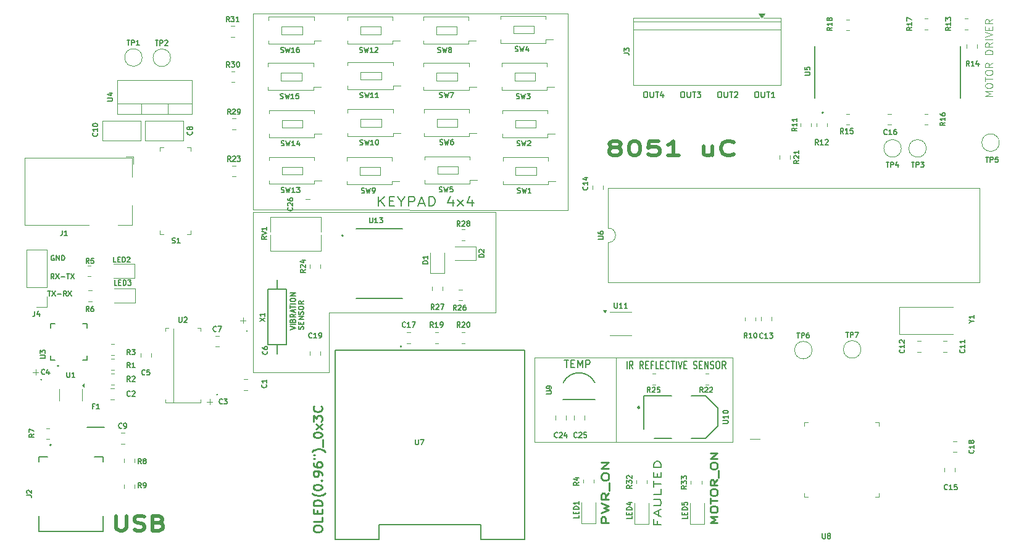
<source format=gbr>
%TF.GenerationSoftware,KiCad,Pcbnew,9.0.4*%
%TF.CreationDate,2026-01-15T21:37:35+03:30*%
%TF.ProjectId,Motor_Health_Monitoring_PCB,4d6f746f-725f-4486-9561-6c74685f4d6f,rev?*%
%TF.SameCoordinates,Original*%
%TF.FileFunction,Legend,Top*%
%TF.FilePolarity,Positive*%
%FSLAX46Y46*%
G04 Gerber Fmt 4.6, Leading zero omitted, Abs format (unit mm)*
G04 Created by KiCad (PCBNEW 9.0.4) date 2026-01-15 21:37:35*
%MOMM*%
%LPD*%
G01*
G04 APERTURE LIST*
%ADD10C,0.100000*%
%ADD11C,0.140000*%
%ADD12C,0.200000*%
%ADD13C,0.500000*%
%ADD14C,0.250000*%
%ADD15C,0.175000*%
%ADD16C,0.120000*%
%ADD17C,0.127000*%
%ADD18C,0.240000*%
G04 APERTURE END LIST*
D10*
X102616000Y-59429000D02*
X102616000Y-85910000D01*
X141224000Y-106172000D02*
X152400000Y-106172000D01*
X152400000Y-117773000D01*
X141224000Y-117773000D01*
X141224000Y-106172000D01*
X102640000Y-86250000D02*
X102650000Y-108280000D01*
X102616000Y-85910000D02*
X145796221Y-85940067D01*
X145796221Y-85940067D02*
X145796000Y-58928000D01*
X135900000Y-86260000D02*
X105031500Y-86260000D01*
X105071391Y-86250000D02*
X102640000Y-86250000D01*
X102650000Y-108280000D02*
X103260000Y-108280000D01*
X113030000Y-108280000D02*
X113030000Y-100050000D01*
X102616000Y-59429000D02*
X102616000Y-58928000D01*
X135900000Y-100050000D02*
X135900000Y-86260000D01*
X152400000Y-106172000D02*
X168472500Y-106172000D01*
X168472500Y-117773000D01*
X152400000Y-117773000D01*
X152400000Y-106172000D01*
X145796000Y-58928000D02*
X102616000Y-58928000D01*
X113030000Y-100050000D02*
X135900000Y-100050000D01*
X103260000Y-108280000D02*
X113030000Y-108280000D01*
X100887884Y-101091466D02*
X101649789Y-101091466D01*
X101268836Y-101472419D02*
X101268836Y-100710514D01*
D11*
X75334771Y-95411053D02*
X75101438Y-95077720D01*
X74934771Y-95411053D02*
X74934771Y-94711053D01*
X74934771Y-94711053D02*
X75201438Y-94711053D01*
X75201438Y-94711053D02*
X75268105Y-94744386D01*
X75268105Y-94744386D02*
X75301438Y-94777720D01*
X75301438Y-94777720D02*
X75334771Y-94844386D01*
X75334771Y-94844386D02*
X75334771Y-94944386D01*
X75334771Y-94944386D02*
X75301438Y-95011053D01*
X75301438Y-95011053D02*
X75268105Y-95044386D01*
X75268105Y-95044386D02*
X75201438Y-95077720D01*
X75201438Y-95077720D02*
X74934771Y-95077720D01*
X75568105Y-94711053D02*
X76034771Y-95411053D01*
X76034771Y-94711053D02*
X75568105Y-95411053D01*
X76301438Y-95144386D02*
X76834772Y-95144386D01*
X77068105Y-94711053D02*
X77468105Y-94711053D01*
X77268105Y-95411053D02*
X77268105Y-94711053D01*
X77634772Y-94711053D02*
X78101438Y-95411053D01*
X78101438Y-94711053D02*
X77634772Y-95411053D01*
D12*
X156430435Y-69703695D02*
X156582816Y-69703695D01*
X156582816Y-69703695D02*
X156659006Y-69741790D01*
X156659006Y-69741790D02*
X156735197Y-69817980D01*
X156735197Y-69817980D02*
X156773292Y-69970361D01*
X156773292Y-69970361D02*
X156773292Y-70237028D01*
X156773292Y-70237028D02*
X156735197Y-70389409D01*
X156735197Y-70389409D02*
X156659006Y-70465600D01*
X156659006Y-70465600D02*
X156582816Y-70503695D01*
X156582816Y-70503695D02*
X156430435Y-70503695D01*
X156430435Y-70503695D02*
X156354244Y-70465600D01*
X156354244Y-70465600D02*
X156278054Y-70389409D01*
X156278054Y-70389409D02*
X156239958Y-70237028D01*
X156239958Y-70237028D02*
X156239958Y-69970361D01*
X156239958Y-69970361D02*
X156278054Y-69817980D01*
X156278054Y-69817980D02*
X156354244Y-69741790D01*
X156354244Y-69741790D02*
X156430435Y-69703695D01*
X157116149Y-69703695D02*
X157116149Y-70351314D01*
X157116149Y-70351314D02*
X157154244Y-70427504D01*
X157154244Y-70427504D02*
X157192339Y-70465600D01*
X157192339Y-70465600D02*
X157268530Y-70503695D01*
X157268530Y-70503695D02*
X157420911Y-70503695D01*
X157420911Y-70503695D02*
X157497101Y-70465600D01*
X157497101Y-70465600D02*
X157535196Y-70427504D01*
X157535196Y-70427504D02*
X157573292Y-70351314D01*
X157573292Y-70351314D02*
X157573292Y-69703695D01*
X157839958Y-69703695D02*
X158297101Y-69703695D01*
X158068529Y-70503695D02*
X158068529Y-69703695D01*
X158906625Y-69970361D02*
X158906625Y-70503695D01*
X158716149Y-69665600D02*
X158525672Y-70237028D01*
X158525672Y-70237028D02*
X159020911Y-70237028D01*
X171670435Y-69703695D02*
X171822816Y-69703695D01*
X171822816Y-69703695D02*
X171899006Y-69741790D01*
X171899006Y-69741790D02*
X171975197Y-69817980D01*
X171975197Y-69817980D02*
X172013292Y-69970361D01*
X172013292Y-69970361D02*
X172013292Y-70237028D01*
X172013292Y-70237028D02*
X171975197Y-70389409D01*
X171975197Y-70389409D02*
X171899006Y-70465600D01*
X171899006Y-70465600D02*
X171822816Y-70503695D01*
X171822816Y-70503695D02*
X171670435Y-70503695D01*
X171670435Y-70503695D02*
X171594244Y-70465600D01*
X171594244Y-70465600D02*
X171518054Y-70389409D01*
X171518054Y-70389409D02*
X171479958Y-70237028D01*
X171479958Y-70237028D02*
X171479958Y-69970361D01*
X171479958Y-69970361D02*
X171518054Y-69817980D01*
X171518054Y-69817980D02*
X171594244Y-69741790D01*
X171594244Y-69741790D02*
X171670435Y-69703695D01*
X172356149Y-69703695D02*
X172356149Y-70351314D01*
X172356149Y-70351314D02*
X172394244Y-70427504D01*
X172394244Y-70427504D02*
X172432339Y-70465600D01*
X172432339Y-70465600D02*
X172508530Y-70503695D01*
X172508530Y-70503695D02*
X172660911Y-70503695D01*
X172660911Y-70503695D02*
X172737101Y-70465600D01*
X172737101Y-70465600D02*
X172775196Y-70427504D01*
X172775196Y-70427504D02*
X172813292Y-70351314D01*
X172813292Y-70351314D02*
X172813292Y-69703695D01*
X173079958Y-69703695D02*
X173537101Y-69703695D01*
X173308529Y-70503695D02*
X173308529Y-69703695D01*
X174222815Y-70503695D02*
X173765672Y-70503695D01*
X173994244Y-70503695D02*
X173994244Y-69703695D01*
X173994244Y-69703695D02*
X173918053Y-69817980D01*
X173918053Y-69817980D02*
X173841863Y-69894171D01*
X173841863Y-69894171D02*
X173765672Y-69932266D01*
D13*
X83854185Y-127959238D02*
X83854185Y-129578285D01*
X83854185Y-129578285D02*
X83973232Y-129768761D01*
X83973232Y-129768761D02*
X84092280Y-129864000D01*
X84092280Y-129864000D02*
X84330375Y-129959238D01*
X84330375Y-129959238D02*
X84806566Y-129959238D01*
X84806566Y-129959238D02*
X85044661Y-129864000D01*
X85044661Y-129864000D02*
X85163708Y-129768761D01*
X85163708Y-129768761D02*
X85282756Y-129578285D01*
X85282756Y-129578285D02*
X85282756Y-127959238D01*
X86354185Y-129864000D02*
X86711328Y-129959238D01*
X86711328Y-129959238D02*
X87306566Y-129959238D01*
X87306566Y-129959238D02*
X87544661Y-129864000D01*
X87544661Y-129864000D02*
X87663709Y-129768761D01*
X87663709Y-129768761D02*
X87782756Y-129578285D01*
X87782756Y-129578285D02*
X87782756Y-129387809D01*
X87782756Y-129387809D02*
X87663709Y-129197333D01*
X87663709Y-129197333D02*
X87544661Y-129102095D01*
X87544661Y-129102095D02*
X87306566Y-129006857D01*
X87306566Y-129006857D02*
X86830375Y-128911619D01*
X86830375Y-128911619D02*
X86592280Y-128816380D01*
X86592280Y-128816380D02*
X86473233Y-128721142D01*
X86473233Y-128721142D02*
X86354185Y-128530666D01*
X86354185Y-128530666D02*
X86354185Y-128340190D01*
X86354185Y-128340190D02*
X86473233Y-128149714D01*
X86473233Y-128149714D02*
X86592280Y-128054476D01*
X86592280Y-128054476D02*
X86830375Y-127959238D01*
X86830375Y-127959238D02*
X87425614Y-127959238D01*
X87425614Y-127959238D02*
X87782756Y-128054476D01*
X89687518Y-128911619D02*
X90044661Y-129006857D01*
X90044661Y-129006857D02*
X90163708Y-129102095D01*
X90163708Y-129102095D02*
X90282756Y-129292571D01*
X90282756Y-129292571D02*
X90282756Y-129578285D01*
X90282756Y-129578285D02*
X90163708Y-129768761D01*
X90163708Y-129768761D02*
X90044661Y-129864000D01*
X90044661Y-129864000D02*
X89806566Y-129959238D01*
X89806566Y-129959238D02*
X88854185Y-129959238D01*
X88854185Y-129959238D02*
X88854185Y-127959238D01*
X88854185Y-127959238D02*
X89687518Y-127959238D01*
X89687518Y-127959238D02*
X89925613Y-128054476D01*
X89925613Y-128054476D02*
X90044661Y-128149714D01*
X90044661Y-128149714D02*
X90163708Y-128340190D01*
X90163708Y-128340190D02*
X90163708Y-128530666D01*
X90163708Y-128530666D02*
X90044661Y-128721142D01*
X90044661Y-128721142D02*
X89925613Y-128816380D01*
X89925613Y-128816380D02*
X89687518Y-128911619D01*
X89687518Y-128911619D02*
X88854185Y-128911619D01*
D11*
X74487271Y-97062053D02*
X74887271Y-97062053D01*
X74687271Y-97762053D02*
X74687271Y-97062053D01*
X75053938Y-97062053D02*
X75520604Y-97762053D01*
X75520604Y-97062053D02*
X75053938Y-97762053D01*
X75787271Y-97495386D02*
X76320605Y-97495386D01*
X77053938Y-97762053D02*
X76820605Y-97428720D01*
X76653938Y-97762053D02*
X76653938Y-97062053D01*
X76653938Y-97062053D02*
X76920605Y-97062053D01*
X76920605Y-97062053D02*
X76987272Y-97095386D01*
X76987272Y-97095386D02*
X77020605Y-97128720D01*
X77020605Y-97128720D02*
X77053938Y-97195386D01*
X77053938Y-97195386D02*
X77053938Y-97295386D01*
X77053938Y-97295386D02*
X77020605Y-97362053D01*
X77020605Y-97362053D02*
X76987272Y-97395386D01*
X76987272Y-97395386D02*
X76920605Y-97428720D01*
X76920605Y-97428720D02*
X76653938Y-97428720D01*
X77287272Y-97062053D02*
X77753938Y-97762053D01*
X77753938Y-97062053D02*
X77287272Y-97762053D01*
D13*
X152041113Y-77319380D02*
X151774447Y-77224142D01*
X151774447Y-77224142D02*
X151641113Y-77128904D01*
X151641113Y-77128904D02*
X151507780Y-76938428D01*
X151507780Y-76938428D02*
X151507780Y-76843190D01*
X151507780Y-76843190D02*
X151641113Y-76652714D01*
X151641113Y-76652714D02*
X151774447Y-76557476D01*
X151774447Y-76557476D02*
X152041113Y-76462238D01*
X152041113Y-76462238D02*
X152574447Y-76462238D01*
X152574447Y-76462238D02*
X152841113Y-76557476D01*
X152841113Y-76557476D02*
X152974447Y-76652714D01*
X152974447Y-76652714D02*
X153107780Y-76843190D01*
X153107780Y-76843190D02*
X153107780Y-76938428D01*
X153107780Y-76938428D02*
X152974447Y-77128904D01*
X152974447Y-77128904D02*
X152841113Y-77224142D01*
X152841113Y-77224142D02*
X152574447Y-77319380D01*
X152574447Y-77319380D02*
X152041113Y-77319380D01*
X152041113Y-77319380D02*
X151774447Y-77414619D01*
X151774447Y-77414619D02*
X151641113Y-77509857D01*
X151641113Y-77509857D02*
X151507780Y-77700333D01*
X151507780Y-77700333D02*
X151507780Y-78081285D01*
X151507780Y-78081285D02*
X151641113Y-78271761D01*
X151641113Y-78271761D02*
X151774447Y-78367000D01*
X151774447Y-78367000D02*
X152041113Y-78462238D01*
X152041113Y-78462238D02*
X152574447Y-78462238D01*
X152574447Y-78462238D02*
X152841113Y-78367000D01*
X152841113Y-78367000D02*
X152974447Y-78271761D01*
X152974447Y-78271761D02*
X153107780Y-78081285D01*
X153107780Y-78081285D02*
X153107780Y-77700333D01*
X153107780Y-77700333D02*
X152974447Y-77509857D01*
X152974447Y-77509857D02*
X152841113Y-77414619D01*
X152841113Y-77414619D02*
X152574447Y-77319380D01*
X154841114Y-76462238D02*
X155107780Y-76462238D01*
X155107780Y-76462238D02*
X155374447Y-76557476D01*
X155374447Y-76557476D02*
X155507780Y-76652714D01*
X155507780Y-76652714D02*
X155641114Y-76843190D01*
X155641114Y-76843190D02*
X155774447Y-77224142D01*
X155774447Y-77224142D02*
X155774447Y-77700333D01*
X155774447Y-77700333D02*
X155641114Y-78081285D01*
X155641114Y-78081285D02*
X155507780Y-78271761D01*
X155507780Y-78271761D02*
X155374447Y-78367000D01*
X155374447Y-78367000D02*
X155107780Y-78462238D01*
X155107780Y-78462238D02*
X154841114Y-78462238D01*
X154841114Y-78462238D02*
X154574447Y-78367000D01*
X154574447Y-78367000D02*
X154441114Y-78271761D01*
X154441114Y-78271761D02*
X154307780Y-78081285D01*
X154307780Y-78081285D02*
X154174447Y-77700333D01*
X154174447Y-77700333D02*
X154174447Y-77224142D01*
X154174447Y-77224142D02*
X154307780Y-76843190D01*
X154307780Y-76843190D02*
X154441114Y-76652714D01*
X154441114Y-76652714D02*
X154574447Y-76557476D01*
X154574447Y-76557476D02*
X154841114Y-76462238D01*
X158307781Y-76462238D02*
X156974447Y-76462238D01*
X156974447Y-76462238D02*
X156841114Y-77414619D01*
X156841114Y-77414619D02*
X156974447Y-77319380D01*
X156974447Y-77319380D02*
X157241114Y-77224142D01*
X157241114Y-77224142D02*
X157907781Y-77224142D01*
X157907781Y-77224142D02*
X158174447Y-77319380D01*
X158174447Y-77319380D02*
X158307781Y-77414619D01*
X158307781Y-77414619D02*
X158441114Y-77605095D01*
X158441114Y-77605095D02*
X158441114Y-78081285D01*
X158441114Y-78081285D02*
X158307781Y-78271761D01*
X158307781Y-78271761D02*
X158174447Y-78367000D01*
X158174447Y-78367000D02*
X157907781Y-78462238D01*
X157907781Y-78462238D02*
X157241114Y-78462238D01*
X157241114Y-78462238D02*
X156974447Y-78367000D01*
X156974447Y-78367000D02*
X156841114Y-78271761D01*
X161107781Y-78462238D02*
X159507781Y-78462238D01*
X160307781Y-78462238D02*
X160307781Y-76462238D01*
X160307781Y-76462238D02*
X160041114Y-76747952D01*
X160041114Y-76747952D02*
X159774448Y-76938428D01*
X159774448Y-76938428D02*
X159507781Y-77033666D01*
X165641114Y-77128904D02*
X165641114Y-78462238D01*
X164441114Y-77128904D02*
X164441114Y-78176523D01*
X164441114Y-78176523D02*
X164574448Y-78367000D01*
X164574448Y-78367000D02*
X164841114Y-78462238D01*
X164841114Y-78462238D02*
X165241114Y-78462238D01*
X165241114Y-78462238D02*
X165507781Y-78367000D01*
X165507781Y-78367000D02*
X165641114Y-78271761D01*
X168574447Y-78271761D02*
X168441114Y-78367000D01*
X168441114Y-78367000D02*
X168041114Y-78462238D01*
X168041114Y-78462238D02*
X167774447Y-78462238D01*
X167774447Y-78462238D02*
X167374447Y-78367000D01*
X167374447Y-78367000D02*
X167107781Y-78176523D01*
X167107781Y-78176523D02*
X166974447Y-77986047D01*
X166974447Y-77986047D02*
X166841114Y-77605095D01*
X166841114Y-77605095D02*
X166841114Y-77319380D01*
X166841114Y-77319380D02*
X166974447Y-76938428D01*
X166974447Y-76938428D02*
X167107781Y-76747952D01*
X167107781Y-76747952D02*
X167374447Y-76557476D01*
X167374447Y-76557476D02*
X167774447Y-76462238D01*
X167774447Y-76462238D02*
X168041114Y-76462238D01*
X168041114Y-76462238D02*
X168441114Y-76557476D01*
X168441114Y-76557476D02*
X168574447Y-76652714D01*
D14*
X151434619Y-128868384D02*
X150434619Y-128868384D01*
X150434619Y-128868384D02*
X150434619Y-128296955D01*
X150434619Y-128296955D02*
X150482238Y-128154098D01*
X150482238Y-128154098D02*
X150529857Y-128082669D01*
X150529857Y-128082669D02*
X150625095Y-128011241D01*
X150625095Y-128011241D02*
X150767952Y-128011241D01*
X150767952Y-128011241D02*
X150863190Y-128082669D01*
X150863190Y-128082669D02*
X150910809Y-128154098D01*
X150910809Y-128154098D02*
X150958428Y-128296955D01*
X150958428Y-128296955D02*
X150958428Y-128868384D01*
X150434619Y-127511241D02*
X151434619Y-127154098D01*
X151434619Y-127154098D02*
X150720333Y-126868384D01*
X150720333Y-126868384D02*
X151434619Y-126582669D01*
X151434619Y-126582669D02*
X150434619Y-126225527D01*
X151434619Y-124796955D02*
X150958428Y-125296955D01*
X151434619Y-125654098D02*
X150434619Y-125654098D01*
X150434619Y-125654098D02*
X150434619Y-125082669D01*
X150434619Y-125082669D02*
X150482238Y-124939812D01*
X150482238Y-124939812D02*
X150529857Y-124868383D01*
X150529857Y-124868383D02*
X150625095Y-124796955D01*
X150625095Y-124796955D02*
X150767952Y-124796955D01*
X150767952Y-124796955D02*
X150863190Y-124868383D01*
X150863190Y-124868383D02*
X150910809Y-124939812D01*
X150910809Y-124939812D02*
X150958428Y-125082669D01*
X150958428Y-125082669D02*
X150958428Y-125654098D01*
X151529857Y-124511241D02*
X151529857Y-123368383D01*
X150434619Y-122725526D02*
X150434619Y-122439812D01*
X150434619Y-122439812D02*
X150482238Y-122296955D01*
X150482238Y-122296955D02*
X150577476Y-122154098D01*
X150577476Y-122154098D02*
X150767952Y-122082669D01*
X150767952Y-122082669D02*
X151101285Y-122082669D01*
X151101285Y-122082669D02*
X151291761Y-122154098D01*
X151291761Y-122154098D02*
X151387000Y-122296955D01*
X151387000Y-122296955D02*
X151434619Y-122439812D01*
X151434619Y-122439812D02*
X151434619Y-122725526D01*
X151434619Y-122725526D02*
X151387000Y-122868384D01*
X151387000Y-122868384D02*
X151291761Y-123011241D01*
X151291761Y-123011241D02*
X151101285Y-123082669D01*
X151101285Y-123082669D02*
X150767952Y-123082669D01*
X150767952Y-123082669D02*
X150577476Y-123011241D01*
X150577476Y-123011241D02*
X150482238Y-122868384D01*
X150482238Y-122868384D02*
X150434619Y-122725526D01*
X151434619Y-121439812D02*
X150434619Y-121439812D01*
X150434619Y-121439812D02*
X151434619Y-120582669D01*
X151434619Y-120582669D02*
X150434619Y-120582669D01*
X166354619Y-128926003D02*
X165354619Y-128926003D01*
X165354619Y-128926003D02*
X166068904Y-128492669D01*
X166068904Y-128492669D02*
X165354619Y-128059336D01*
X165354619Y-128059336D02*
X166354619Y-128059336D01*
X165354619Y-127192670D02*
X165354619Y-126945051D01*
X165354619Y-126945051D02*
X165402238Y-126821241D01*
X165402238Y-126821241D02*
X165497476Y-126697432D01*
X165497476Y-126697432D02*
X165687952Y-126635527D01*
X165687952Y-126635527D02*
X166021285Y-126635527D01*
X166021285Y-126635527D02*
X166211761Y-126697432D01*
X166211761Y-126697432D02*
X166307000Y-126821241D01*
X166307000Y-126821241D02*
X166354619Y-126945051D01*
X166354619Y-126945051D02*
X166354619Y-127192670D01*
X166354619Y-127192670D02*
X166307000Y-127316479D01*
X166307000Y-127316479D02*
X166211761Y-127440289D01*
X166211761Y-127440289D02*
X166021285Y-127502193D01*
X166021285Y-127502193D02*
X165687952Y-127502193D01*
X165687952Y-127502193D02*
X165497476Y-127440289D01*
X165497476Y-127440289D02*
X165402238Y-127316479D01*
X165402238Y-127316479D02*
X165354619Y-127192670D01*
X165354619Y-126264098D02*
X165354619Y-125521241D01*
X166354619Y-125892669D02*
X165354619Y-125892669D01*
X165354619Y-124840289D02*
X165354619Y-124592670D01*
X165354619Y-124592670D02*
X165402238Y-124468860D01*
X165402238Y-124468860D02*
X165497476Y-124345051D01*
X165497476Y-124345051D02*
X165687952Y-124283146D01*
X165687952Y-124283146D02*
X166021285Y-124283146D01*
X166021285Y-124283146D02*
X166211761Y-124345051D01*
X166211761Y-124345051D02*
X166307000Y-124468860D01*
X166307000Y-124468860D02*
X166354619Y-124592670D01*
X166354619Y-124592670D02*
X166354619Y-124840289D01*
X166354619Y-124840289D02*
X166307000Y-124964098D01*
X166307000Y-124964098D02*
X166211761Y-125087908D01*
X166211761Y-125087908D02*
X166021285Y-125149812D01*
X166021285Y-125149812D02*
X165687952Y-125149812D01*
X165687952Y-125149812D02*
X165497476Y-125087908D01*
X165497476Y-125087908D02*
X165402238Y-124964098D01*
X165402238Y-124964098D02*
X165354619Y-124840289D01*
X166354619Y-122983146D02*
X165878428Y-123416479D01*
X166354619Y-123726003D02*
X165354619Y-123726003D01*
X165354619Y-123726003D02*
X165354619Y-123230765D01*
X165354619Y-123230765D02*
X165402238Y-123106955D01*
X165402238Y-123106955D02*
X165449857Y-123045050D01*
X165449857Y-123045050D02*
X165545095Y-122983146D01*
X165545095Y-122983146D02*
X165687952Y-122983146D01*
X165687952Y-122983146D02*
X165783190Y-123045050D01*
X165783190Y-123045050D02*
X165830809Y-123106955D01*
X165830809Y-123106955D02*
X165878428Y-123230765D01*
X165878428Y-123230765D02*
X165878428Y-123726003D01*
X166449857Y-122735527D02*
X166449857Y-121745050D01*
X165354619Y-121187908D02*
X165354619Y-120940289D01*
X165354619Y-120940289D02*
X165402238Y-120816479D01*
X165402238Y-120816479D02*
X165497476Y-120692670D01*
X165497476Y-120692670D02*
X165687952Y-120630765D01*
X165687952Y-120630765D02*
X166021285Y-120630765D01*
X166021285Y-120630765D02*
X166211761Y-120692670D01*
X166211761Y-120692670D02*
X166307000Y-120816479D01*
X166307000Y-120816479D02*
X166354619Y-120940289D01*
X166354619Y-120940289D02*
X166354619Y-121187908D01*
X166354619Y-121187908D02*
X166307000Y-121311717D01*
X166307000Y-121311717D02*
X166211761Y-121435527D01*
X166211761Y-121435527D02*
X166021285Y-121497431D01*
X166021285Y-121497431D02*
X165687952Y-121497431D01*
X165687952Y-121497431D02*
X165497476Y-121435527D01*
X165497476Y-121435527D02*
X165402238Y-121311717D01*
X165402238Y-121311717D02*
X165354619Y-121187908D01*
X166354619Y-120073622D02*
X165354619Y-120073622D01*
X165354619Y-120073622D02*
X166354619Y-119330765D01*
X166354619Y-119330765D02*
X165354619Y-119330765D01*
D15*
X75324464Y-92202566D02*
X75257797Y-92169233D01*
X75257797Y-92169233D02*
X75157797Y-92169233D01*
X75157797Y-92169233D02*
X75057797Y-92202566D01*
X75057797Y-92202566D02*
X74991131Y-92269233D01*
X74991131Y-92269233D02*
X74957797Y-92335900D01*
X74957797Y-92335900D02*
X74924464Y-92469233D01*
X74924464Y-92469233D02*
X74924464Y-92569233D01*
X74924464Y-92569233D02*
X74957797Y-92702566D01*
X74957797Y-92702566D02*
X74991131Y-92769233D01*
X74991131Y-92769233D02*
X75057797Y-92835900D01*
X75057797Y-92835900D02*
X75157797Y-92869233D01*
X75157797Y-92869233D02*
X75224464Y-92869233D01*
X75224464Y-92869233D02*
X75324464Y-92835900D01*
X75324464Y-92835900D02*
X75357797Y-92802566D01*
X75357797Y-92802566D02*
X75357797Y-92569233D01*
X75357797Y-92569233D02*
X75224464Y-92569233D01*
X75657797Y-92869233D02*
X75657797Y-92169233D01*
X75657797Y-92169233D02*
X76057797Y-92869233D01*
X76057797Y-92869233D02*
X76057797Y-92169233D01*
X76391130Y-92869233D02*
X76391130Y-92169233D01*
X76391130Y-92169233D02*
X76557797Y-92169233D01*
X76557797Y-92169233D02*
X76657797Y-92202566D01*
X76657797Y-92202566D02*
X76724464Y-92269233D01*
X76724464Y-92269233D02*
X76757797Y-92335900D01*
X76757797Y-92335900D02*
X76791130Y-92469233D01*
X76791130Y-92469233D02*
X76791130Y-92569233D01*
X76791130Y-92569233D02*
X76757797Y-92702566D01*
X76757797Y-92702566D02*
X76724464Y-92769233D01*
X76724464Y-92769233D02*
X76657797Y-92835900D01*
X76657797Y-92835900D02*
X76557797Y-92869233D01*
X76557797Y-92869233D02*
X76391130Y-92869233D01*
D12*
X161510435Y-69703695D02*
X161662816Y-69703695D01*
X161662816Y-69703695D02*
X161739006Y-69741790D01*
X161739006Y-69741790D02*
X161815197Y-69817980D01*
X161815197Y-69817980D02*
X161853292Y-69970361D01*
X161853292Y-69970361D02*
X161853292Y-70237028D01*
X161853292Y-70237028D02*
X161815197Y-70389409D01*
X161815197Y-70389409D02*
X161739006Y-70465600D01*
X161739006Y-70465600D02*
X161662816Y-70503695D01*
X161662816Y-70503695D02*
X161510435Y-70503695D01*
X161510435Y-70503695D02*
X161434244Y-70465600D01*
X161434244Y-70465600D02*
X161358054Y-70389409D01*
X161358054Y-70389409D02*
X161319958Y-70237028D01*
X161319958Y-70237028D02*
X161319958Y-69970361D01*
X161319958Y-69970361D02*
X161358054Y-69817980D01*
X161358054Y-69817980D02*
X161434244Y-69741790D01*
X161434244Y-69741790D02*
X161510435Y-69703695D01*
X162196149Y-69703695D02*
X162196149Y-70351314D01*
X162196149Y-70351314D02*
X162234244Y-70427504D01*
X162234244Y-70427504D02*
X162272339Y-70465600D01*
X162272339Y-70465600D02*
X162348530Y-70503695D01*
X162348530Y-70503695D02*
X162500911Y-70503695D01*
X162500911Y-70503695D02*
X162577101Y-70465600D01*
X162577101Y-70465600D02*
X162615196Y-70427504D01*
X162615196Y-70427504D02*
X162653292Y-70351314D01*
X162653292Y-70351314D02*
X162653292Y-69703695D01*
X162919958Y-69703695D02*
X163377101Y-69703695D01*
X163148529Y-70503695D02*
X163148529Y-69703695D01*
X163567577Y-69703695D02*
X164062815Y-69703695D01*
X164062815Y-69703695D02*
X163796149Y-70008457D01*
X163796149Y-70008457D02*
X163910434Y-70008457D01*
X163910434Y-70008457D02*
X163986625Y-70046552D01*
X163986625Y-70046552D02*
X164024720Y-70084647D01*
X164024720Y-70084647D02*
X164062815Y-70160838D01*
X164062815Y-70160838D02*
X164062815Y-70351314D01*
X164062815Y-70351314D02*
X164024720Y-70427504D01*
X164024720Y-70427504D02*
X163986625Y-70465600D01*
X163986625Y-70465600D02*
X163910434Y-70503695D01*
X163910434Y-70503695D02*
X163681863Y-70503695D01*
X163681863Y-70503695D02*
X163605672Y-70465600D01*
X163605672Y-70465600D02*
X163567577Y-70427504D01*
X119848720Y-85390504D02*
X119848720Y-84090504D01*
X120705863Y-85390504D02*
X120063006Y-84647647D01*
X120705863Y-84090504D02*
X119848720Y-84833361D01*
X121348720Y-84709552D02*
X121848720Y-84709552D01*
X122063006Y-85390504D02*
X121348720Y-85390504D01*
X121348720Y-85390504D02*
X121348720Y-84090504D01*
X121348720Y-84090504D02*
X122063006Y-84090504D01*
X122991578Y-84771457D02*
X122991578Y-85390504D01*
X122491578Y-84090504D02*
X122991578Y-84771457D01*
X122991578Y-84771457D02*
X123491578Y-84090504D01*
X123991577Y-85390504D02*
X123991577Y-84090504D01*
X123991577Y-84090504D02*
X124563006Y-84090504D01*
X124563006Y-84090504D02*
X124705863Y-84152409D01*
X124705863Y-84152409D02*
X124777292Y-84214314D01*
X124777292Y-84214314D02*
X124848720Y-84338123D01*
X124848720Y-84338123D02*
X124848720Y-84523838D01*
X124848720Y-84523838D02*
X124777292Y-84647647D01*
X124777292Y-84647647D02*
X124705863Y-84709552D01*
X124705863Y-84709552D02*
X124563006Y-84771457D01*
X124563006Y-84771457D02*
X123991577Y-84771457D01*
X125420149Y-85019076D02*
X126134435Y-85019076D01*
X125277292Y-85390504D02*
X125777292Y-84090504D01*
X125777292Y-84090504D02*
X126277292Y-85390504D01*
X126777291Y-85390504D02*
X126777291Y-84090504D01*
X126777291Y-84090504D02*
X127134434Y-84090504D01*
X127134434Y-84090504D02*
X127348720Y-84152409D01*
X127348720Y-84152409D02*
X127491577Y-84276219D01*
X127491577Y-84276219D02*
X127563006Y-84400028D01*
X127563006Y-84400028D02*
X127634434Y-84647647D01*
X127634434Y-84647647D02*
X127634434Y-84833361D01*
X127634434Y-84833361D02*
X127563006Y-85080980D01*
X127563006Y-85080980D02*
X127491577Y-85204790D01*
X127491577Y-85204790D02*
X127348720Y-85328600D01*
X127348720Y-85328600D02*
X127134434Y-85390504D01*
X127134434Y-85390504D02*
X126777291Y-85390504D01*
X130063006Y-84523838D02*
X130063006Y-85390504D01*
X129705863Y-84028600D02*
X129348720Y-84957171D01*
X129348720Y-84957171D02*
X130277291Y-84957171D01*
X130705862Y-85390504D02*
X131491577Y-84523838D01*
X130705862Y-84523838D02*
X131491577Y-85390504D01*
X132705863Y-84523838D02*
X132705863Y-85390504D01*
X132348720Y-84028600D02*
X131991577Y-84957171D01*
X131991577Y-84957171D02*
X132920148Y-84957171D01*
D15*
X107748272Y-102378202D02*
X108448272Y-102144869D01*
X108448272Y-102144869D02*
X107748272Y-101911535D01*
X108448272Y-101678202D02*
X107748272Y-101678202D01*
X108081605Y-101111536D02*
X108114939Y-101011536D01*
X108114939Y-101011536D02*
X108148272Y-100978202D01*
X108148272Y-100978202D02*
X108214939Y-100944869D01*
X108214939Y-100944869D02*
X108314939Y-100944869D01*
X108314939Y-100944869D02*
X108381605Y-100978202D01*
X108381605Y-100978202D02*
X108414939Y-101011536D01*
X108414939Y-101011536D02*
X108448272Y-101078202D01*
X108448272Y-101078202D02*
X108448272Y-101344869D01*
X108448272Y-101344869D02*
X107748272Y-101344869D01*
X107748272Y-101344869D02*
X107748272Y-101111536D01*
X107748272Y-101111536D02*
X107781605Y-101044869D01*
X107781605Y-101044869D02*
X107814939Y-101011536D01*
X107814939Y-101011536D02*
X107881605Y-100978202D01*
X107881605Y-100978202D02*
X107948272Y-100978202D01*
X107948272Y-100978202D02*
X108014939Y-101011536D01*
X108014939Y-101011536D02*
X108048272Y-101044869D01*
X108048272Y-101044869D02*
X108081605Y-101111536D01*
X108081605Y-101111536D02*
X108081605Y-101344869D01*
X108448272Y-100244869D02*
X108114939Y-100478202D01*
X108448272Y-100644869D02*
X107748272Y-100644869D01*
X107748272Y-100644869D02*
X107748272Y-100378202D01*
X107748272Y-100378202D02*
X107781605Y-100311536D01*
X107781605Y-100311536D02*
X107814939Y-100278202D01*
X107814939Y-100278202D02*
X107881605Y-100244869D01*
X107881605Y-100244869D02*
X107981605Y-100244869D01*
X107981605Y-100244869D02*
X108048272Y-100278202D01*
X108048272Y-100278202D02*
X108081605Y-100311536D01*
X108081605Y-100311536D02*
X108114939Y-100378202D01*
X108114939Y-100378202D02*
X108114939Y-100644869D01*
X108248272Y-99978202D02*
X108248272Y-99644869D01*
X108448272Y-100044869D02*
X107748272Y-99811536D01*
X107748272Y-99811536D02*
X108448272Y-99578202D01*
X107748272Y-99444869D02*
X107748272Y-99044869D01*
X108448272Y-99244869D02*
X107748272Y-99244869D01*
X108448272Y-98811536D02*
X107748272Y-98811536D01*
X107748272Y-98344870D02*
X107748272Y-98211536D01*
X107748272Y-98211536D02*
X107781605Y-98144870D01*
X107781605Y-98144870D02*
X107848272Y-98078203D01*
X107848272Y-98078203D02*
X107981605Y-98044870D01*
X107981605Y-98044870D02*
X108214939Y-98044870D01*
X108214939Y-98044870D02*
X108348272Y-98078203D01*
X108348272Y-98078203D02*
X108414939Y-98144870D01*
X108414939Y-98144870D02*
X108448272Y-98211536D01*
X108448272Y-98211536D02*
X108448272Y-98344870D01*
X108448272Y-98344870D02*
X108414939Y-98411536D01*
X108414939Y-98411536D02*
X108348272Y-98478203D01*
X108348272Y-98478203D02*
X108214939Y-98511536D01*
X108214939Y-98511536D02*
X107981605Y-98511536D01*
X107981605Y-98511536D02*
X107848272Y-98478203D01*
X107848272Y-98478203D02*
X107781605Y-98411536D01*
X107781605Y-98411536D02*
X107748272Y-98344870D01*
X108448272Y-97744870D02*
X107748272Y-97744870D01*
X107748272Y-97744870D02*
X108448272Y-97344870D01*
X108448272Y-97344870D02*
X107748272Y-97344870D01*
X109541900Y-102311535D02*
X109575233Y-102211535D01*
X109575233Y-102211535D02*
X109575233Y-102044869D01*
X109575233Y-102044869D02*
X109541900Y-101978202D01*
X109541900Y-101978202D02*
X109508566Y-101944869D01*
X109508566Y-101944869D02*
X109441900Y-101911535D01*
X109441900Y-101911535D02*
X109375233Y-101911535D01*
X109375233Y-101911535D02*
X109308566Y-101944869D01*
X109308566Y-101944869D02*
X109275233Y-101978202D01*
X109275233Y-101978202D02*
X109241900Y-102044869D01*
X109241900Y-102044869D02*
X109208566Y-102178202D01*
X109208566Y-102178202D02*
X109175233Y-102244869D01*
X109175233Y-102244869D02*
X109141900Y-102278202D01*
X109141900Y-102278202D02*
X109075233Y-102311535D01*
X109075233Y-102311535D02*
X109008566Y-102311535D01*
X109008566Y-102311535D02*
X108941900Y-102278202D01*
X108941900Y-102278202D02*
X108908566Y-102244869D01*
X108908566Y-102244869D02*
X108875233Y-102178202D01*
X108875233Y-102178202D02*
X108875233Y-102011535D01*
X108875233Y-102011535D02*
X108908566Y-101911535D01*
X109208566Y-101611535D02*
X109208566Y-101378202D01*
X109575233Y-101278202D02*
X109575233Y-101611535D01*
X109575233Y-101611535D02*
X108875233Y-101611535D01*
X108875233Y-101611535D02*
X108875233Y-101278202D01*
X109575233Y-100978202D02*
X108875233Y-100978202D01*
X108875233Y-100978202D02*
X109575233Y-100578202D01*
X109575233Y-100578202D02*
X108875233Y-100578202D01*
X109541900Y-100278202D02*
X109575233Y-100178202D01*
X109575233Y-100178202D02*
X109575233Y-100011536D01*
X109575233Y-100011536D02*
X109541900Y-99944869D01*
X109541900Y-99944869D02*
X109508566Y-99911536D01*
X109508566Y-99911536D02*
X109441900Y-99878202D01*
X109441900Y-99878202D02*
X109375233Y-99878202D01*
X109375233Y-99878202D02*
X109308566Y-99911536D01*
X109308566Y-99911536D02*
X109275233Y-99944869D01*
X109275233Y-99944869D02*
X109241900Y-100011536D01*
X109241900Y-100011536D02*
X109208566Y-100144869D01*
X109208566Y-100144869D02*
X109175233Y-100211536D01*
X109175233Y-100211536D02*
X109141900Y-100244869D01*
X109141900Y-100244869D02*
X109075233Y-100278202D01*
X109075233Y-100278202D02*
X109008566Y-100278202D01*
X109008566Y-100278202D02*
X108941900Y-100244869D01*
X108941900Y-100244869D02*
X108908566Y-100211536D01*
X108908566Y-100211536D02*
X108875233Y-100144869D01*
X108875233Y-100144869D02*
X108875233Y-99978202D01*
X108875233Y-99978202D02*
X108908566Y-99878202D01*
X108875233Y-99444869D02*
X108875233Y-99311535D01*
X108875233Y-99311535D02*
X108908566Y-99244869D01*
X108908566Y-99244869D02*
X108975233Y-99178202D01*
X108975233Y-99178202D02*
X109108566Y-99144869D01*
X109108566Y-99144869D02*
X109341900Y-99144869D01*
X109341900Y-99144869D02*
X109475233Y-99178202D01*
X109475233Y-99178202D02*
X109541900Y-99244869D01*
X109541900Y-99244869D02*
X109575233Y-99311535D01*
X109575233Y-99311535D02*
X109575233Y-99444869D01*
X109575233Y-99444869D02*
X109541900Y-99511535D01*
X109541900Y-99511535D02*
X109475233Y-99578202D01*
X109475233Y-99578202D02*
X109341900Y-99611535D01*
X109341900Y-99611535D02*
X109108566Y-99611535D01*
X109108566Y-99611535D02*
X108975233Y-99578202D01*
X108975233Y-99578202D02*
X108908566Y-99511535D01*
X108908566Y-99511535D02*
X108875233Y-99444869D01*
X109575233Y-98444869D02*
X109241900Y-98678202D01*
X109575233Y-98844869D02*
X108875233Y-98844869D01*
X108875233Y-98844869D02*
X108875233Y-98578202D01*
X108875233Y-98578202D02*
X108908566Y-98511536D01*
X108908566Y-98511536D02*
X108941900Y-98478202D01*
X108941900Y-98478202D02*
X109008566Y-98444869D01*
X109008566Y-98444869D02*
X109108566Y-98444869D01*
X109108566Y-98444869D02*
X109175233Y-98478202D01*
X109175233Y-98478202D02*
X109208566Y-98511536D01*
X109208566Y-98511536D02*
X109241900Y-98578202D01*
X109241900Y-98578202D02*
X109241900Y-98844869D01*
D12*
X145346816Y-106577219D02*
X145918244Y-106577219D01*
X145632530Y-107577219D02*
X145632530Y-106577219D01*
X146251578Y-107053409D02*
X146584911Y-107053409D01*
X146727768Y-107577219D02*
X146251578Y-107577219D01*
X146251578Y-107577219D02*
X146251578Y-106577219D01*
X146251578Y-106577219D02*
X146727768Y-106577219D01*
X147156340Y-107577219D02*
X147156340Y-106577219D01*
X147156340Y-106577219D02*
X147489673Y-107291504D01*
X147489673Y-107291504D02*
X147823006Y-106577219D01*
X147823006Y-106577219D02*
X147823006Y-107577219D01*
X148299197Y-107577219D02*
X148299197Y-106577219D01*
X148299197Y-106577219D02*
X148680149Y-106577219D01*
X148680149Y-106577219D02*
X148775387Y-106624838D01*
X148775387Y-106624838D02*
X148823006Y-106672457D01*
X148823006Y-106672457D02*
X148870625Y-106767695D01*
X148870625Y-106767695D02*
X148870625Y-106910552D01*
X148870625Y-106910552D02*
X148823006Y-107005790D01*
X148823006Y-107005790D02*
X148775387Y-107053409D01*
X148775387Y-107053409D02*
X148680149Y-107101028D01*
X148680149Y-107101028D02*
X148299197Y-107101028D01*
D14*
X110908142Y-129834384D02*
X110908142Y-129586765D01*
X110908142Y-129586765D02*
X110965285Y-129462955D01*
X110965285Y-129462955D02*
X111079571Y-129339146D01*
X111079571Y-129339146D02*
X111308142Y-129277241D01*
X111308142Y-129277241D02*
X111708142Y-129277241D01*
X111708142Y-129277241D02*
X111936714Y-129339146D01*
X111936714Y-129339146D02*
X112051000Y-129462955D01*
X112051000Y-129462955D02*
X112108142Y-129586765D01*
X112108142Y-129586765D02*
X112108142Y-129834384D01*
X112108142Y-129834384D02*
X112051000Y-129958193D01*
X112051000Y-129958193D02*
X111936714Y-130082003D01*
X111936714Y-130082003D02*
X111708142Y-130143907D01*
X111708142Y-130143907D02*
X111308142Y-130143907D01*
X111308142Y-130143907D02*
X111079571Y-130082003D01*
X111079571Y-130082003D02*
X110965285Y-129958193D01*
X110965285Y-129958193D02*
X110908142Y-129834384D01*
X112108142Y-128101050D02*
X112108142Y-128720098D01*
X112108142Y-128720098D02*
X110908142Y-128720098D01*
X111479571Y-127667717D02*
X111479571Y-127234383D01*
X112108142Y-127048669D02*
X112108142Y-127667717D01*
X112108142Y-127667717D02*
X110908142Y-127667717D01*
X110908142Y-127667717D02*
X110908142Y-127048669D01*
X112108142Y-126491527D02*
X110908142Y-126491527D01*
X110908142Y-126491527D02*
X110908142Y-126182003D01*
X110908142Y-126182003D02*
X110965285Y-125996289D01*
X110965285Y-125996289D02*
X111079571Y-125872479D01*
X111079571Y-125872479D02*
X111193857Y-125810574D01*
X111193857Y-125810574D02*
X111422428Y-125748670D01*
X111422428Y-125748670D02*
X111593857Y-125748670D01*
X111593857Y-125748670D02*
X111822428Y-125810574D01*
X111822428Y-125810574D02*
X111936714Y-125872479D01*
X111936714Y-125872479D02*
X112051000Y-125996289D01*
X112051000Y-125996289D02*
X112108142Y-126182003D01*
X112108142Y-126182003D02*
X112108142Y-126491527D01*
X112565285Y-124820098D02*
X112508142Y-124882003D01*
X112508142Y-124882003D02*
X112336714Y-125005812D01*
X112336714Y-125005812D02*
X112222428Y-125067717D01*
X112222428Y-125067717D02*
X112051000Y-125129622D01*
X112051000Y-125129622D02*
X111765285Y-125191527D01*
X111765285Y-125191527D02*
X111536714Y-125191527D01*
X111536714Y-125191527D02*
X111251000Y-125129622D01*
X111251000Y-125129622D02*
X111079571Y-125067717D01*
X111079571Y-125067717D02*
X110965285Y-125005812D01*
X110965285Y-125005812D02*
X110793857Y-124882003D01*
X110793857Y-124882003D02*
X110736714Y-124820098D01*
X110908142Y-124077241D02*
X110908142Y-123953431D01*
X110908142Y-123953431D02*
X110965285Y-123829622D01*
X110965285Y-123829622D02*
X111022428Y-123767717D01*
X111022428Y-123767717D02*
X111136714Y-123705812D01*
X111136714Y-123705812D02*
X111365285Y-123643907D01*
X111365285Y-123643907D02*
X111651000Y-123643907D01*
X111651000Y-123643907D02*
X111879571Y-123705812D01*
X111879571Y-123705812D02*
X111993857Y-123767717D01*
X111993857Y-123767717D02*
X112051000Y-123829622D01*
X112051000Y-123829622D02*
X112108142Y-123953431D01*
X112108142Y-123953431D02*
X112108142Y-124077241D01*
X112108142Y-124077241D02*
X112051000Y-124201050D01*
X112051000Y-124201050D02*
X111993857Y-124262955D01*
X111993857Y-124262955D02*
X111879571Y-124324860D01*
X111879571Y-124324860D02*
X111651000Y-124386764D01*
X111651000Y-124386764D02*
X111365285Y-124386764D01*
X111365285Y-124386764D02*
X111136714Y-124324860D01*
X111136714Y-124324860D02*
X111022428Y-124262955D01*
X111022428Y-124262955D02*
X110965285Y-124201050D01*
X110965285Y-124201050D02*
X110908142Y-124077241D01*
X111993857Y-123086765D02*
X112051000Y-123024860D01*
X112051000Y-123024860D02*
X112108142Y-123086765D01*
X112108142Y-123086765D02*
X112051000Y-123148669D01*
X112051000Y-123148669D02*
X111993857Y-123086765D01*
X111993857Y-123086765D02*
X112108142Y-123086765D01*
X112108142Y-122405812D02*
X112108142Y-122158193D01*
X112108142Y-122158193D02*
X112051000Y-122034383D01*
X112051000Y-122034383D02*
X111993857Y-121972479D01*
X111993857Y-121972479D02*
X111822428Y-121848669D01*
X111822428Y-121848669D02*
X111593857Y-121786764D01*
X111593857Y-121786764D02*
X111136714Y-121786764D01*
X111136714Y-121786764D02*
X111022428Y-121848669D01*
X111022428Y-121848669D02*
X110965285Y-121910574D01*
X110965285Y-121910574D02*
X110908142Y-122034383D01*
X110908142Y-122034383D02*
X110908142Y-122282002D01*
X110908142Y-122282002D02*
X110965285Y-122405812D01*
X110965285Y-122405812D02*
X111022428Y-122467717D01*
X111022428Y-122467717D02*
X111136714Y-122529621D01*
X111136714Y-122529621D02*
X111422428Y-122529621D01*
X111422428Y-122529621D02*
X111536714Y-122467717D01*
X111536714Y-122467717D02*
X111593857Y-122405812D01*
X111593857Y-122405812D02*
X111651000Y-122282002D01*
X111651000Y-122282002D02*
X111651000Y-122034383D01*
X111651000Y-122034383D02*
X111593857Y-121910574D01*
X111593857Y-121910574D02*
X111536714Y-121848669D01*
X111536714Y-121848669D02*
X111422428Y-121786764D01*
X110908142Y-120672479D02*
X110908142Y-120920098D01*
X110908142Y-120920098D02*
X110965285Y-121043907D01*
X110965285Y-121043907D02*
X111022428Y-121105812D01*
X111022428Y-121105812D02*
X111193857Y-121229622D01*
X111193857Y-121229622D02*
X111422428Y-121291526D01*
X111422428Y-121291526D02*
X111879571Y-121291526D01*
X111879571Y-121291526D02*
X111993857Y-121229622D01*
X111993857Y-121229622D02*
X112051000Y-121167717D01*
X112051000Y-121167717D02*
X112108142Y-121043907D01*
X112108142Y-121043907D02*
X112108142Y-120796288D01*
X112108142Y-120796288D02*
X112051000Y-120672479D01*
X112051000Y-120672479D02*
X111993857Y-120610574D01*
X111993857Y-120610574D02*
X111879571Y-120548669D01*
X111879571Y-120548669D02*
X111593857Y-120548669D01*
X111593857Y-120548669D02*
X111479571Y-120610574D01*
X111479571Y-120610574D02*
X111422428Y-120672479D01*
X111422428Y-120672479D02*
X111365285Y-120796288D01*
X111365285Y-120796288D02*
X111365285Y-121043907D01*
X111365285Y-121043907D02*
X111422428Y-121167717D01*
X111422428Y-121167717D02*
X111479571Y-121229622D01*
X111479571Y-121229622D02*
X111593857Y-121291526D01*
X110908142Y-120053431D02*
X111136714Y-120053431D01*
X110908142Y-119558193D02*
X111136714Y-119558193D01*
X112565285Y-119124860D02*
X112508142Y-119062955D01*
X112508142Y-119062955D02*
X112336714Y-118939146D01*
X112336714Y-118939146D02*
X112222428Y-118877241D01*
X112222428Y-118877241D02*
X112051000Y-118815336D01*
X112051000Y-118815336D02*
X111765285Y-118753432D01*
X111765285Y-118753432D02*
X111536714Y-118753432D01*
X111536714Y-118753432D02*
X111251000Y-118815336D01*
X111251000Y-118815336D02*
X111079571Y-118877241D01*
X111079571Y-118877241D02*
X110965285Y-118939146D01*
X110965285Y-118939146D02*
X110793857Y-119062955D01*
X110793857Y-119062955D02*
X110736714Y-119124860D01*
X112222428Y-118443908D02*
X112222428Y-117453431D01*
X110908142Y-116896289D02*
X110908142Y-116772479D01*
X110908142Y-116772479D02*
X110965285Y-116648670D01*
X110965285Y-116648670D02*
X111022428Y-116586765D01*
X111022428Y-116586765D02*
X111136714Y-116524860D01*
X111136714Y-116524860D02*
X111365285Y-116462955D01*
X111365285Y-116462955D02*
X111651000Y-116462955D01*
X111651000Y-116462955D02*
X111879571Y-116524860D01*
X111879571Y-116524860D02*
X111993857Y-116586765D01*
X111993857Y-116586765D02*
X112051000Y-116648670D01*
X112051000Y-116648670D02*
X112108142Y-116772479D01*
X112108142Y-116772479D02*
X112108142Y-116896289D01*
X112108142Y-116896289D02*
X112051000Y-117020098D01*
X112051000Y-117020098D02*
X111993857Y-117082003D01*
X111993857Y-117082003D02*
X111879571Y-117143908D01*
X111879571Y-117143908D02*
X111651000Y-117205812D01*
X111651000Y-117205812D02*
X111365285Y-117205812D01*
X111365285Y-117205812D02*
X111136714Y-117143908D01*
X111136714Y-117143908D02*
X111022428Y-117082003D01*
X111022428Y-117082003D02*
X110965285Y-117020098D01*
X110965285Y-117020098D02*
X110908142Y-116896289D01*
X112108142Y-116029622D02*
X111308142Y-115348670D01*
X111308142Y-116029622D02*
X112108142Y-115348670D01*
X110908142Y-114977241D02*
X110908142Y-114172479D01*
X110908142Y-114172479D02*
X111365285Y-114605813D01*
X111365285Y-114605813D02*
X111365285Y-114420098D01*
X111365285Y-114420098D02*
X111422428Y-114296289D01*
X111422428Y-114296289D02*
X111479571Y-114234384D01*
X111479571Y-114234384D02*
X111593857Y-114172479D01*
X111593857Y-114172479D02*
X111879571Y-114172479D01*
X111879571Y-114172479D02*
X111993857Y-114234384D01*
X111993857Y-114234384D02*
X112051000Y-114296289D01*
X112051000Y-114296289D02*
X112108142Y-114420098D01*
X112108142Y-114420098D02*
X112108142Y-114791527D01*
X112108142Y-114791527D02*
X112051000Y-114915336D01*
X112051000Y-114915336D02*
X111993857Y-114977241D01*
X111993857Y-112872480D02*
X112051000Y-112934384D01*
X112051000Y-112934384D02*
X112108142Y-113120099D01*
X112108142Y-113120099D02*
X112108142Y-113243908D01*
X112108142Y-113243908D02*
X112051000Y-113429622D01*
X112051000Y-113429622D02*
X111936714Y-113553432D01*
X111936714Y-113553432D02*
X111822428Y-113615337D01*
X111822428Y-113615337D02*
X111593857Y-113677241D01*
X111593857Y-113677241D02*
X111422428Y-113677241D01*
X111422428Y-113677241D02*
X111193857Y-113615337D01*
X111193857Y-113615337D02*
X111079571Y-113553432D01*
X111079571Y-113553432D02*
X110965285Y-113429622D01*
X110965285Y-113429622D02*
X110908142Y-113243908D01*
X110908142Y-113243908D02*
X110908142Y-113120099D01*
X110908142Y-113120099D02*
X110965285Y-112934384D01*
X110965285Y-112934384D02*
X111022428Y-112872480D01*
D10*
X72439884Y-108203466D02*
X73201789Y-108203466D01*
X72820836Y-108584419D02*
X72820836Y-107822514D01*
X204088419Y-70308115D02*
X203088419Y-70308115D01*
X203088419Y-70308115D02*
X203802704Y-69974782D01*
X203802704Y-69974782D02*
X203088419Y-69641449D01*
X203088419Y-69641449D02*
X204088419Y-69641449D01*
X203088419Y-68974782D02*
X203088419Y-68784306D01*
X203088419Y-68784306D02*
X203136038Y-68689068D01*
X203136038Y-68689068D02*
X203231276Y-68593830D01*
X203231276Y-68593830D02*
X203421752Y-68546211D01*
X203421752Y-68546211D02*
X203755085Y-68546211D01*
X203755085Y-68546211D02*
X203945561Y-68593830D01*
X203945561Y-68593830D02*
X204040800Y-68689068D01*
X204040800Y-68689068D02*
X204088419Y-68784306D01*
X204088419Y-68784306D02*
X204088419Y-68974782D01*
X204088419Y-68974782D02*
X204040800Y-69070020D01*
X204040800Y-69070020D02*
X203945561Y-69165258D01*
X203945561Y-69165258D02*
X203755085Y-69212877D01*
X203755085Y-69212877D02*
X203421752Y-69212877D01*
X203421752Y-69212877D02*
X203231276Y-69165258D01*
X203231276Y-69165258D02*
X203136038Y-69070020D01*
X203136038Y-69070020D02*
X203088419Y-68974782D01*
X203088419Y-68260496D02*
X203088419Y-67689068D01*
X204088419Y-67974782D02*
X203088419Y-67974782D01*
X203088419Y-67165258D02*
X203088419Y-66974782D01*
X203088419Y-66974782D02*
X203136038Y-66879544D01*
X203136038Y-66879544D02*
X203231276Y-66784306D01*
X203231276Y-66784306D02*
X203421752Y-66736687D01*
X203421752Y-66736687D02*
X203755085Y-66736687D01*
X203755085Y-66736687D02*
X203945561Y-66784306D01*
X203945561Y-66784306D02*
X204040800Y-66879544D01*
X204040800Y-66879544D02*
X204088419Y-66974782D01*
X204088419Y-66974782D02*
X204088419Y-67165258D01*
X204088419Y-67165258D02*
X204040800Y-67260496D01*
X204040800Y-67260496D02*
X203945561Y-67355734D01*
X203945561Y-67355734D02*
X203755085Y-67403353D01*
X203755085Y-67403353D02*
X203421752Y-67403353D01*
X203421752Y-67403353D02*
X203231276Y-67355734D01*
X203231276Y-67355734D02*
X203136038Y-67260496D01*
X203136038Y-67260496D02*
X203088419Y-67165258D01*
X204088419Y-65736687D02*
X203612228Y-66070020D01*
X204088419Y-66308115D02*
X203088419Y-66308115D01*
X203088419Y-66308115D02*
X203088419Y-65927163D01*
X203088419Y-65927163D02*
X203136038Y-65831925D01*
X203136038Y-65831925D02*
X203183657Y-65784306D01*
X203183657Y-65784306D02*
X203278895Y-65736687D01*
X203278895Y-65736687D02*
X203421752Y-65736687D01*
X203421752Y-65736687D02*
X203516990Y-65784306D01*
X203516990Y-65784306D02*
X203564609Y-65831925D01*
X203564609Y-65831925D02*
X203612228Y-65927163D01*
X203612228Y-65927163D02*
X203612228Y-66308115D01*
X204088419Y-64546210D02*
X203088419Y-64546210D01*
X203088419Y-64546210D02*
X203088419Y-64308115D01*
X203088419Y-64308115D02*
X203136038Y-64165258D01*
X203136038Y-64165258D02*
X203231276Y-64070020D01*
X203231276Y-64070020D02*
X203326514Y-64022401D01*
X203326514Y-64022401D02*
X203516990Y-63974782D01*
X203516990Y-63974782D02*
X203659847Y-63974782D01*
X203659847Y-63974782D02*
X203850323Y-64022401D01*
X203850323Y-64022401D02*
X203945561Y-64070020D01*
X203945561Y-64070020D02*
X204040800Y-64165258D01*
X204040800Y-64165258D02*
X204088419Y-64308115D01*
X204088419Y-64308115D02*
X204088419Y-64546210D01*
X204088419Y-62974782D02*
X203612228Y-63308115D01*
X204088419Y-63546210D02*
X203088419Y-63546210D01*
X203088419Y-63546210D02*
X203088419Y-63165258D01*
X203088419Y-63165258D02*
X203136038Y-63070020D01*
X203136038Y-63070020D02*
X203183657Y-63022401D01*
X203183657Y-63022401D02*
X203278895Y-62974782D01*
X203278895Y-62974782D02*
X203421752Y-62974782D01*
X203421752Y-62974782D02*
X203516990Y-63022401D01*
X203516990Y-63022401D02*
X203564609Y-63070020D01*
X203564609Y-63070020D02*
X203612228Y-63165258D01*
X203612228Y-63165258D02*
X203612228Y-63546210D01*
X204088419Y-62546210D02*
X203088419Y-62546210D01*
X203088419Y-62212877D02*
X204088419Y-61879544D01*
X204088419Y-61879544D02*
X203088419Y-61546211D01*
X203564609Y-61212877D02*
X203564609Y-60879544D01*
X204088419Y-60736687D02*
X204088419Y-61212877D01*
X204088419Y-61212877D02*
X203088419Y-61212877D01*
X203088419Y-61212877D02*
X203088419Y-60736687D01*
X204088419Y-59736687D02*
X203612228Y-60070020D01*
X204088419Y-60308115D02*
X203088419Y-60308115D01*
X203088419Y-60308115D02*
X203088419Y-59927163D01*
X203088419Y-59927163D02*
X203136038Y-59831925D01*
X203136038Y-59831925D02*
X203183657Y-59784306D01*
X203183657Y-59784306D02*
X203278895Y-59736687D01*
X203278895Y-59736687D02*
X203421752Y-59736687D01*
X203421752Y-59736687D02*
X203516990Y-59784306D01*
X203516990Y-59784306D02*
X203564609Y-59831925D01*
X203564609Y-59831925D02*
X203612228Y-59927163D01*
X203612228Y-59927163D02*
X203612228Y-60308115D01*
D12*
X158073409Y-128641279D02*
X158073409Y-129141279D01*
X158597219Y-129141279D02*
X157597219Y-129141279D01*
X157597219Y-129141279D02*
X157597219Y-128426993D01*
X158311504Y-127926993D02*
X158311504Y-127212708D01*
X158597219Y-128069850D02*
X157597219Y-127569850D01*
X157597219Y-127569850D02*
X158597219Y-127069850D01*
X157597219Y-126569851D02*
X158406742Y-126569851D01*
X158406742Y-126569851D02*
X158501980Y-126498422D01*
X158501980Y-126498422D02*
X158549600Y-126426994D01*
X158549600Y-126426994D02*
X158597219Y-126284136D01*
X158597219Y-126284136D02*
X158597219Y-125998422D01*
X158597219Y-125998422D02*
X158549600Y-125855565D01*
X158549600Y-125855565D02*
X158501980Y-125784136D01*
X158501980Y-125784136D02*
X158406742Y-125712708D01*
X158406742Y-125712708D02*
X157597219Y-125712708D01*
X158597219Y-124284136D02*
X158597219Y-124998422D01*
X158597219Y-124998422D02*
X157597219Y-124998422D01*
X157597219Y-123998421D02*
X157597219Y-123141279D01*
X158597219Y-123569850D02*
X157597219Y-123569850D01*
X158073409Y-122641279D02*
X158073409Y-122141279D01*
X158597219Y-121926993D02*
X158597219Y-122641279D01*
X158597219Y-122641279D02*
X157597219Y-122641279D01*
X157597219Y-122641279D02*
X157597219Y-121926993D01*
X158597219Y-121284136D02*
X157597219Y-121284136D01*
X157597219Y-121284136D02*
X157597219Y-120926993D01*
X157597219Y-120926993D02*
X157644838Y-120712707D01*
X157644838Y-120712707D02*
X157740076Y-120569850D01*
X157740076Y-120569850D02*
X157835314Y-120498421D01*
X157835314Y-120498421D02*
X158025790Y-120426993D01*
X158025790Y-120426993D02*
X158168647Y-120426993D01*
X158168647Y-120426993D02*
X158359123Y-120498421D01*
X158359123Y-120498421D02*
X158454361Y-120569850D01*
X158454361Y-120569850D02*
X158549600Y-120712707D01*
X158549600Y-120712707D02*
X158597219Y-120926993D01*
X158597219Y-120926993D02*
X158597219Y-121284136D01*
X166590435Y-69703695D02*
X166742816Y-69703695D01*
X166742816Y-69703695D02*
X166819006Y-69741790D01*
X166819006Y-69741790D02*
X166895197Y-69817980D01*
X166895197Y-69817980D02*
X166933292Y-69970361D01*
X166933292Y-69970361D02*
X166933292Y-70237028D01*
X166933292Y-70237028D02*
X166895197Y-70389409D01*
X166895197Y-70389409D02*
X166819006Y-70465600D01*
X166819006Y-70465600D02*
X166742816Y-70503695D01*
X166742816Y-70503695D02*
X166590435Y-70503695D01*
X166590435Y-70503695D02*
X166514244Y-70465600D01*
X166514244Y-70465600D02*
X166438054Y-70389409D01*
X166438054Y-70389409D02*
X166399958Y-70237028D01*
X166399958Y-70237028D02*
X166399958Y-69970361D01*
X166399958Y-69970361D02*
X166438054Y-69817980D01*
X166438054Y-69817980D02*
X166514244Y-69741790D01*
X166514244Y-69741790D02*
X166590435Y-69703695D01*
X167276149Y-69703695D02*
X167276149Y-70351314D01*
X167276149Y-70351314D02*
X167314244Y-70427504D01*
X167314244Y-70427504D02*
X167352339Y-70465600D01*
X167352339Y-70465600D02*
X167428530Y-70503695D01*
X167428530Y-70503695D02*
X167580911Y-70503695D01*
X167580911Y-70503695D02*
X167657101Y-70465600D01*
X167657101Y-70465600D02*
X167695196Y-70427504D01*
X167695196Y-70427504D02*
X167733292Y-70351314D01*
X167733292Y-70351314D02*
X167733292Y-69703695D01*
X167999958Y-69703695D02*
X168457101Y-69703695D01*
X168228529Y-70503695D02*
X168228529Y-69703695D01*
X168685672Y-69779885D02*
X168723768Y-69741790D01*
X168723768Y-69741790D02*
X168799958Y-69703695D01*
X168799958Y-69703695D02*
X168990434Y-69703695D01*
X168990434Y-69703695D02*
X169066625Y-69741790D01*
X169066625Y-69741790D02*
X169104720Y-69779885D01*
X169104720Y-69779885D02*
X169142815Y-69856076D01*
X169142815Y-69856076D02*
X169142815Y-69932266D01*
X169142815Y-69932266D02*
X169104720Y-70046552D01*
X169104720Y-70046552D02*
X168647577Y-70503695D01*
X168647577Y-70503695D02*
X169142815Y-70503695D01*
X153922054Y-107717219D02*
X153922054Y-106717219D01*
X154760149Y-107717219D02*
X154493482Y-107241028D01*
X154303006Y-107717219D02*
X154303006Y-106717219D01*
X154303006Y-106717219D02*
X154607768Y-106717219D01*
X154607768Y-106717219D02*
X154683958Y-106764838D01*
X154683958Y-106764838D02*
X154722053Y-106812457D01*
X154722053Y-106812457D02*
X154760149Y-106907695D01*
X154760149Y-106907695D02*
X154760149Y-107050552D01*
X154760149Y-107050552D02*
X154722053Y-107145790D01*
X154722053Y-107145790D02*
X154683958Y-107193409D01*
X154683958Y-107193409D02*
X154607768Y-107241028D01*
X154607768Y-107241028D02*
X154303006Y-107241028D01*
X156169673Y-107717219D02*
X155903006Y-107241028D01*
X155712530Y-107717219D02*
X155712530Y-106717219D01*
X155712530Y-106717219D02*
X156017292Y-106717219D01*
X156017292Y-106717219D02*
X156093482Y-106764838D01*
X156093482Y-106764838D02*
X156131577Y-106812457D01*
X156131577Y-106812457D02*
X156169673Y-106907695D01*
X156169673Y-106907695D02*
X156169673Y-107050552D01*
X156169673Y-107050552D02*
X156131577Y-107145790D01*
X156131577Y-107145790D02*
X156093482Y-107193409D01*
X156093482Y-107193409D02*
X156017292Y-107241028D01*
X156017292Y-107241028D02*
X155712530Y-107241028D01*
X156512530Y-107193409D02*
X156779196Y-107193409D01*
X156893482Y-107717219D02*
X156512530Y-107717219D01*
X156512530Y-107717219D02*
X156512530Y-106717219D01*
X156512530Y-106717219D02*
X156893482Y-106717219D01*
X157503006Y-107193409D02*
X157236340Y-107193409D01*
X157236340Y-107717219D02*
X157236340Y-106717219D01*
X157236340Y-106717219D02*
X157617292Y-106717219D01*
X158303006Y-107717219D02*
X157922054Y-107717219D01*
X157922054Y-107717219D02*
X157922054Y-106717219D01*
X158569673Y-107193409D02*
X158836339Y-107193409D01*
X158950625Y-107717219D02*
X158569673Y-107717219D01*
X158569673Y-107717219D02*
X158569673Y-106717219D01*
X158569673Y-106717219D02*
X158950625Y-106717219D01*
X159750626Y-107621980D02*
X159712530Y-107669600D01*
X159712530Y-107669600D02*
X159598245Y-107717219D01*
X159598245Y-107717219D02*
X159522054Y-107717219D01*
X159522054Y-107717219D02*
X159407768Y-107669600D01*
X159407768Y-107669600D02*
X159331578Y-107574361D01*
X159331578Y-107574361D02*
X159293483Y-107479123D01*
X159293483Y-107479123D02*
X159255387Y-107288647D01*
X159255387Y-107288647D02*
X159255387Y-107145790D01*
X159255387Y-107145790D02*
X159293483Y-106955314D01*
X159293483Y-106955314D02*
X159331578Y-106860076D01*
X159331578Y-106860076D02*
X159407768Y-106764838D01*
X159407768Y-106764838D02*
X159522054Y-106717219D01*
X159522054Y-106717219D02*
X159598245Y-106717219D01*
X159598245Y-106717219D02*
X159712530Y-106764838D01*
X159712530Y-106764838D02*
X159750626Y-106812457D01*
X159979197Y-106717219D02*
X160436340Y-106717219D01*
X160207768Y-107717219D02*
X160207768Y-106717219D01*
X160703007Y-107717219D02*
X160703007Y-106717219D01*
X160969673Y-106717219D02*
X161236340Y-107717219D01*
X161236340Y-107717219D02*
X161503006Y-106717219D01*
X161769673Y-107193409D02*
X162036339Y-107193409D01*
X162150625Y-107717219D02*
X161769673Y-107717219D01*
X161769673Y-107717219D02*
X161769673Y-106717219D01*
X161769673Y-106717219D02*
X162150625Y-106717219D01*
X163064911Y-107669600D02*
X163179197Y-107717219D01*
X163179197Y-107717219D02*
X163369673Y-107717219D01*
X163369673Y-107717219D02*
X163445864Y-107669600D01*
X163445864Y-107669600D02*
X163483959Y-107621980D01*
X163483959Y-107621980D02*
X163522054Y-107526742D01*
X163522054Y-107526742D02*
X163522054Y-107431504D01*
X163522054Y-107431504D02*
X163483959Y-107336266D01*
X163483959Y-107336266D02*
X163445864Y-107288647D01*
X163445864Y-107288647D02*
X163369673Y-107241028D01*
X163369673Y-107241028D02*
X163217292Y-107193409D01*
X163217292Y-107193409D02*
X163141102Y-107145790D01*
X163141102Y-107145790D02*
X163103007Y-107098171D01*
X163103007Y-107098171D02*
X163064911Y-107002933D01*
X163064911Y-107002933D02*
X163064911Y-106907695D01*
X163064911Y-106907695D02*
X163103007Y-106812457D01*
X163103007Y-106812457D02*
X163141102Y-106764838D01*
X163141102Y-106764838D02*
X163217292Y-106717219D01*
X163217292Y-106717219D02*
X163407769Y-106717219D01*
X163407769Y-106717219D02*
X163522054Y-106764838D01*
X163864912Y-107193409D02*
X164131578Y-107193409D01*
X164245864Y-107717219D02*
X163864912Y-107717219D01*
X163864912Y-107717219D02*
X163864912Y-106717219D01*
X163864912Y-106717219D02*
X164245864Y-106717219D01*
X164588722Y-107717219D02*
X164588722Y-106717219D01*
X164588722Y-106717219D02*
X165045865Y-107717219D01*
X165045865Y-107717219D02*
X165045865Y-106717219D01*
X165388721Y-107669600D02*
X165503007Y-107717219D01*
X165503007Y-107717219D02*
X165693483Y-107717219D01*
X165693483Y-107717219D02*
X165769674Y-107669600D01*
X165769674Y-107669600D02*
X165807769Y-107621980D01*
X165807769Y-107621980D02*
X165845864Y-107526742D01*
X165845864Y-107526742D02*
X165845864Y-107431504D01*
X165845864Y-107431504D02*
X165807769Y-107336266D01*
X165807769Y-107336266D02*
X165769674Y-107288647D01*
X165769674Y-107288647D02*
X165693483Y-107241028D01*
X165693483Y-107241028D02*
X165541102Y-107193409D01*
X165541102Y-107193409D02*
X165464912Y-107145790D01*
X165464912Y-107145790D02*
X165426817Y-107098171D01*
X165426817Y-107098171D02*
X165388721Y-107002933D01*
X165388721Y-107002933D02*
X165388721Y-106907695D01*
X165388721Y-106907695D02*
X165426817Y-106812457D01*
X165426817Y-106812457D02*
X165464912Y-106764838D01*
X165464912Y-106764838D02*
X165541102Y-106717219D01*
X165541102Y-106717219D02*
X165731579Y-106717219D01*
X165731579Y-106717219D02*
X165845864Y-106764838D01*
X166341103Y-106717219D02*
X166493484Y-106717219D01*
X166493484Y-106717219D02*
X166569674Y-106764838D01*
X166569674Y-106764838D02*
X166645865Y-106860076D01*
X166645865Y-106860076D02*
X166683960Y-107050552D01*
X166683960Y-107050552D02*
X166683960Y-107383885D01*
X166683960Y-107383885D02*
X166645865Y-107574361D01*
X166645865Y-107574361D02*
X166569674Y-107669600D01*
X166569674Y-107669600D02*
X166493484Y-107717219D01*
X166493484Y-107717219D02*
X166341103Y-107717219D01*
X166341103Y-107717219D02*
X166264912Y-107669600D01*
X166264912Y-107669600D02*
X166188722Y-107574361D01*
X166188722Y-107574361D02*
X166150626Y-107383885D01*
X166150626Y-107383885D02*
X166150626Y-107050552D01*
X166150626Y-107050552D02*
X166188722Y-106860076D01*
X166188722Y-106860076D02*
X166264912Y-106764838D01*
X166264912Y-106764838D02*
X166341103Y-106717219D01*
X167483960Y-107717219D02*
X167217293Y-107241028D01*
X167026817Y-107717219D02*
X167026817Y-106717219D01*
X167026817Y-106717219D02*
X167331579Y-106717219D01*
X167331579Y-106717219D02*
X167407769Y-106764838D01*
X167407769Y-106764838D02*
X167445864Y-106812457D01*
X167445864Y-106812457D02*
X167483960Y-106907695D01*
X167483960Y-106907695D02*
X167483960Y-107050552D01*
X167483960Y-107050552D02*
X167445864Y-107145790D01*
X167445864Y-107145790D02*
X167407769Y-107193409D01*
X167407769Y-107193409D02*
X167331579Y-107241028D01*
X167331579Y-107241028D02*
X167026817Y-107241028D01*
D10*
X96315884Y-112267466D02*
X97077789Y-112267466D01*
X96696836Y-112648419D02*
X96696836Y-111886514D01*
D15*
X138774166Y-70610400D02*
X138874166Y-70643733D01*
X138874166Y-70643733D02*
X139040833Y-70643733D01*
X139040833Y-70643733D02*
X139107499Y-70610400D01*
X139107499Y-70610400D02*
X139140833Y-70577066D01*
X139140833Y-70577066D02*
X139174166Y-70510400D01*
X139174166Y-70510400D02*
X139174166Y-70443733D01*
X139174166Y-70443733D02*
X139140833Y-70377066D01*
X139140833Y-70377066D02*
X139107499Y-70343733D01*
X139107499Y-70343733D02*
X139040833Y-70310400D01*
X139040833Y-70310400D02*
X138907499Y-70277066D01*
X138907499Y-70277066D02*
X138840833Y-70243733D01*
X138840833Y-70243733D02*
X138807499Y-70210400D01*
X138807499Y-70210400D02*
X138774166Y-70143733D01*
X138774166Y-70143733D02*
X138774166Y-70077066D01*
X138774166Y-70077066D02*
X138807499Y-70010400D01*
X138807499Y-70010400D02*
X138840833Y-69977066D01*
X138840833Y-69977066D02*
X138907499Y-69943733D01*
X138907499Y-69943733D02*
X139074166Y-69943733D01*
X139074166Y-69943733D02*
X139174166Y-69977066D01*
X139407500Y-69943733D02*
X139574166Y-70643733D01*
X139574166Y-70643733D02*
X139707500Y-70143733D01*
X139707500Y-70143733D02*
X139840833Y-70643733D01*
X139840833Y-70643733D02*
X140007500Y-69943733D01*
X140207500Y-69943733D02*
X140640833Y-69943733D01*
X140640833Y-69943733D02*
X140407500Y-70210400D01*
X140407500Y-70210400D02*
X140507500Y-70210400D01*
X140507500Y-70210400D02*
X140574166Y-70243733D01*
X140574166Y-70243733D02*
X140607500Y-70277066D01*
X140607500Y-70277066D02*
X140640833Y-70343733D01*
X140640833Y-70343733D02*
X140640833Y-70510400D01*
X140640833Y-70510400D02*
X140607500Y-70577066D01*
X140607500Y-70577066D02*
X140574166Y-70610400D01*
X140574166Y-70610400D02*
X140507500Y-70643733D01*
X140507500Y-70643733D02*
X140307500Y-70643733D01*
X140307500Y-70643733D02*
X140240833Y-70610400D01*
X140240833Y-70610400D02*
X140207500Y-70577066D01*
X98435333Y-112516066D02*
X98402000Y-112549400D01*
X98402000Y-112549400D02*
X98302000Y-112582733D01*
X98302000Y-112582733D02*
X98235333Y-112582733D01*
X98235333Y-112582733D02*
X98135333Y-112549400D01*
X98135333Y-112549400D02*
X98068667Y-112482733D01*
X98068667Y-112482733D02*
X98035333Y-112416066D01*
X98035333Y-112416066D02*
X98002000Y-112282733D01*
X98002000Y-112282733D02*
X98002000Y-112182733D01*
X98002000Y-112182733D02*
X98035333Y-112049400D01*
X98035333Y-112049400D02*
X98068667Y-111982733D01*
X98068667Y-111982733D02*
X98135333Y-111916066D01*
X98135333Y-111916066D02*
X98235333Y-111882733D01*
X98235333Y-111882733D02*
X98302000Y-111882733D01*
X98302000Y-111882733D02*
X98402000Y-111916066D01*
X98402000Y-111916066D02*
X98435333Y-111949400D01*
X98668667Y-111882733D02*
X99102000Y-111882733D01*
X99102000Y-111882733D02*
X98868667Y-112149400D01*
X98868667Y-112149400D02*
X98968667Y-112149400D01*
X98968667Y-112149400D02*
X99035333Y-112182733D01*
X99035333Y-112182733D02*
X99068667Y-112216066D01*
X99068667Y-112216066D02*
X99102000Y-112282733D01*
X99102000Y-112282733D02*
X99102000Y-112449400D01*
X99102000Y-112449400D02*
X99068667Y-112516066D01*
X99068667Y-112516066D02*
X99035333Y-112549400D01*
X99035333Y-112549400D02*
X98968667Y-112582733D01*
X98968667Y-112582733D02*
X98768667Y-112582733D01*
X98768667Y-112582733D02*
X98702000Y-112549400D01*
X98702000Y-112549400D02*
X98668667Y-112516066D01*
X94247566Y-75180166D02*
X94280900Y-75213499D01*
X94280900Y-75213499D02*
X94314233Y-75313499D01*
X94314233Y-75313499D02*
X94314233Y-75380166D01*
X94314233Y-75380166D02*
X94280900Y-75480166D01*
X94280900Y-75480166D02*
X94214233Y-75546833D01*
X94214233Y-75546833D02*
X94147566Y-75580166D01*
X94147566Y-75580166D02*
X94014233Y-75613499D01*
X94014233Y-75613499D02*
X93914233Y-75613499D01*
X93914233Y-75613499D02*
X93780900Y-75580166D01*
X93780900Y-75580166D02*
X93714233Y-75546833D01*
X93714233Y-75546833D02*
X93647566Y-75480166D01*
X93647566Y-75480166D02*
X93614233Y-75380166D01*
X93614233Y-75380166D02*
X93614233Y-75313499D01*
X93614233Y-75313499D02*
X93647566Y-75213499D01*
X93647566Y-75213499D02*
X93680900Y-75180166D01*
X93914233Y-74780166D02*
X93880900Y-74846833D01*
X93880900Y-74846833D02*
X93847566Y-74880166D01*
X93847566Y-74880166D02*
X93780900Y-74913499D01*
X93780900Y-74913499D02*
X93747566Y-74913499D01*
X93747566Y-74913499D02*
X93680900Y-74880166D01*
X93680900Y-74880166D02*
X93647566Y-74846833D01*
X93647566Y-74846833D02*
X93614233Y-74780166D01*
X93614233Y-74780166D02*
X93614233Y-74646833D01*
X93614233Y-74646833D02*
X93647566Y-74580166D01*
X93647566Y-74580166D02*
X93680900Y-74546833D01*
X93680900Y-74546833D02*
X93747566Y-74513499D01*
X93747566Y-74513499D02*
X93780900Y-74513499D01*
X93780900Y-74513499D02*
X93847566Y-74546833D01*
X93847566Y-74546833D02*
X93880900Y-74580166D01*
X93880900Y-74580166D02*
X93914233Y-74646833D01*
X93914233Y-74646833D02*
X93914233Y-74780166D01*
X93914233Y-74780166D02*
X93947566Y-74846833D01*
X93947566Y-74846833D02*
X93980900Y-74880166D01*
X93980900Y-74880166D02*
X94047566Y-74913499D01*
X94047566Y-74913499D02*
X94180900Y-74913499D01*
X94180900Y-74913499D02*
X94247566Y-74880166D01*
X94247566Y-74880166D02*
X94280900Y-74846833D01*
X94280900Y-74846833D02*
X94314233Y-74780166D01*
X94314233Y-74780166D02*
X94314233Y-74646833D01*
X94314233Y-74646833D02*
X94280900Y-74580166D01*
X94280900Y-74580166D02*
X94247566Y-74546833D01*
X94247566Y-74546833D02*
X94180900Y-74513499D01*
X94180900Y-74513499D02*
X94047566Y-74513499D01*
X94047566Y-74513499D02*
X93980900Y-74546833D01*
X93980900Y-74546833D02*
X93947566Y-74580166D01*
X93947566Y-74580166D02*
X93914233Y-74646833D01*
X183623499Y-75436733D02*
X183390166Y-75103400D01*
X183223499Y-75436733D02*
X183223499Y-74736733D01*
X183223499Y-74736733D02*
X183490166Y-74736733D01*
X183490166Y-74736733D02*
X183556833Y-74770066D01*
X183556833Y-74770066D02*
X183590166Y-74803400D01*
X183590166Y-74803400D02*
X183623499Y-74870066D01*
X183623499Y-74870066D02*
X183623499Y-74970066D01*
X183623499Y-74970066D02*
X183590166Y-75036733D01*
X183590166Y-75036733D02*
X183556833Y-75070066D01*
X183556833Y-75070066D02*
X183490166Y-75103400D01*
X183490166Y-75103400D02*
X183223499Y-75103400D01*
X184290166Y-75436733D02*
X183890166Y-75436733D01*
X184090166Y-75436733D02*
X184090166Y-74736733D01*
X184090166Y-74736733D02*
X184023499Y-74836733D01*
X184023499Y-74836733D02*
X183956833Y-74903400D01*
X183956833Y-74903400D02*
X183890166Y-74936733D01*
X184923500Y-74736733D02*
X184590166Y-74736733D01*
X184590166Y-74736733D02*
X184556833Y-75070066D01*
X184556833Y-75070066D02*
X184590166Y-75036733D01*
X184590166Y-75036733D02*
X184656833Y-75003400D01*
X184656833Y-75003400D02*
X184823500Y-75003400D01*
X184823500Y-75003400D02*
X184890166Y-75036733D01*
X184890166Y-75036733D02*
X184923500Y-75070066D01*
X184923500Y-75070066D02*
X184956833Y-75136733D01*
X184956833Y-75136733D02*
X184956833Y-75303400D01*
X184956833Y-75303400D02*
X184923500Y-75370066D01*
X184923500Y-75370066D02*
X184890166Y-75403400D01*
X184890166Y-75403400D02*
X184823500Y-75436733D01*
X184823500Y-75436733D02*
X184656833Y-75436733D01*
X184656833Y-75436733D02*
X184590166Y-75403400D01*
X184590166Y-75403400D02*
X184556833Y-75370066D01*
X106384833Y-70610400D02*
X106484833Y-70643733D01*
X106484833Y-70643733D02*
X106651500Y-70643733D01*
X106651500Y-70643733D02*
X106718166Y-70610400D01*
X106718166Y-70610400D02*
X106751500Y-70577066D01*
X106751500Y-70577066D02*
X106784833Y-70510400D01*
X106784833Y-70510400D02*
X106784833Y-70443733D01*
X106784833Y-70443733D02*
X106751500Y-70377066D01*
X106751500Y-70377066D02*
X106718166Y-70343733D01*
X106718166Y-70343733D02*
X106651500Y-70310400D01*
X106651500Y-70310400D02*
X106518166Y-70277066D01*
X106518166Y-70277066D02*
X106451500Y-70243733D01*
X106451500Y-70243733D02*
X106418166Y-70210400D01*
X106418166Y-70210400D02*
X106384833Y-70143733D01*
X106384833Y-70143733D02*
X106384833Y-70077066D01*
X106384833Y-70077066D02*
X106418166Y-70010400D01*
X106418166Y-70010400D02*
X106451500Y-69977066D01*
X106451500Y-69977066D02*
X106518166Y-69943733D01*
X106518166Y-69943733D02*
X106684833Y-69943733D01*
X106684833Y-69943733D02*
X106784833Y-69977066D01*
X107018167Y-69943733D02*
X107184833Y-70643733D01*
X107184833Y-70643733D02*
X107318167Y-70143733D01*
X107318167Y-70143733D02*
X107451500Y-70643733D01*
X107451500Y-70643733D02*
X107618167Y-69943733D01*
X108251500Y-70643733D02*
X107851500Y-70643733D01*
X108051500Y-70643733D02*
X108051500Y-69943733D01*
X108051500Y-69943733D02*
X107984833Y-70043733D01*
X107984833Y-70043733D02*
X107918167Y-70110400D01*
X107918167Y-70110400D02*
X107851500Y-70143733D01*
X108884834Y-69943733D02*
X108551500Y-69943733D01*
X108551500Y-69943733D02*
X108518167Y-70277066D01*
X108518167Y-70277066D02*
X108551500Y-70243733D01*
X108551500Y-70243733D02*
X108618167Y-70210400D01*
X108618167Y-70210400D02*
X108784834Y-70210400D01*
X108784834Y-70210400D02*
X108851500Y-70243733D01*
X108851500Y-70243733D02*
X108884834Y-70277066D01*
X108884834Y-70277066D02*
X108918167Y-70343733D01*
X108918167Y-70343733D02*
X108918167Y-70510400D01*
X108918167Y-70510400D02*
X108884834Y-70577066D01*
X108884834Y-70577066D02*
X108851500Y-70610400D01*
X108851500Y-70610400D02*
X108784834Y-70643733D01*
X108784834Y-70643733D02*
X108618167Y-70643733D01*
X108618167Y-70643733D02*
X108551500Y-70610400D01*
X108551500Y-70610400D02*
X108518167Y-70577066D01*
X85354166Y-62616733D02*
X85754166Y-62616733D01*
X85554166Y-63316733D02*
X85554166Y-62616733D01*
X85987499Y-63316733D02*
X85987499Y-62616733D01*
X85987499Y-62616733D02*
X86254166Y-62616733D01*
X86254166Y-62616733D02*
X86320833Y-62650066D01*
X86320833Y-62650066D02*
X86354166Y-62683400D01*
X86354166Y-62683400D02*
X86387499Y-62750066D01*
X86387499Y-62750066D02*
X86387499Y-62850066D01*
X86387499Y-62850066D02*
X86354166Y-62916733D01*
X86354166Y-62916733D02*
X86320833Y-62950066D01*
X86320833Y-62950066D02*
X86254166Y-62983400D01*
X86254166Y-62983400D02*
X85987499Y-62983400D01*
X87054166Y-63316733D02*
X86654166Y-63316733D01*
X86854166Y-63316733D02*
X86854166Y-62616733D01*
X86854166Y-62616733D02*
X86787499Y-62716733D01*
X86787499Y-62716733D02*
X86720833Y-62783400D01*
X86720833Y-62783400D02*
X86654166Y-62816733D01*
X117513166Y-83564400D02*
X117613166Y-83597733D01*
X117613166Y-83597733D02*
X117779833Y-83597733D01*
X117779833Y-83597733D02*
X117846499Y-83564400D01*
X117846499Y-83564400D02*
X117879833Y-83531066D01*
X117879833Y-83531066D02*
X117913166Y-83464400D01*
X117913166Y-83464400D02*
X117913166Y-83397733D01*
X117913166Y-83397733D02*
X117879833Y-83331066D01*
X117879833Y-83331066D02*
X117846499Y-83297733D01*
X117846499Y-83297733D02*
X117779833Y-83264400D01*
X117779833Y-83264400D02*
X117646499Y-83231066D01*
X117646499Y-83231066D02*
X117579833Y-83197733D01*
X117579833Y-83197733D02*
X117546499Y-83164400D01*
X117546499Y-83164400D02*
X117513166Y-83097733D01*
X117513166Y-83097733D02*
X117513166Y-83031066D01*
X117513166Y-83031066D02*
X117546499Y-82964400D01*
X117546499Y-82964400D02*
X117579833Y-82931066D01*
X117579833Y-82931066D02*
X117646499Y-82897733D01*
X117646499Y-82897733D02*
X117813166Y-82897733D01*
X117813166Y-82897733D02*
X117913166Y-82931066D01*
X118146500Y-82897733D02*
X118313166Y-83597733D01*
X118313166Y-83597733D02*
X118446500Y-83097733D01*
X118446500Y-83097733D02*
X118579833Y-83597733D01*
X118579833Y-83597733D02*
X118746500Y-82897733D01*
X119046500Y-83597733D02*
X119179833Y-83597733D01*
X119179833Y-83597733D02*
X119246500Y-83564400D01*
X119246500Y-83564400D02*
X119279833Y-83531066D01*
X119279833Y-83531066D02*
X119346500Y-83431066D01*
X119346500Y-83431066D02*
X119379833Y-83297733D01*
X119379833Y-83297733D02*
X119379833Y-83031066D01*
X119379833Y-83031066D02*
X119346500Y-82964400D01*
X119346500Y-82964400D02*
X119313166Y-82931066D01*
X119313166Y-82931066D02*
X119246500Y-82897733D01*
X119246500Y-82897733D02*
X119113166Y-82897733D01*
X119113166Y-82897733D02*
X119046500Y-82931066D01*
X119046500Y-82931066D02*
X119013166Y-82964400D01*
X119013166Y-82964400D02*
X118979833Y-83031066D01*
X118979833Y-83031066D02*
X118979833Y-83197733D01*
X118979833Y-83197733D02*
X119013166Y-83264400D01*
X119013166Y-83264400D02*
X119046500Y-83297733D01*
X119046500Y-83297733D02*
X119113166Y-83331066D01*
X119113166Y-83331066D02*
X119246500Y-83331066D01*
X119246500Y-83331066D02*
X119313166Y-83297733D01*
X119313166Y-83297733D02*
X119346500Y-83264400D01*
X119346500Y-83264400D02*
X119379833Y-83197733D01*
X99572499Y-79247733D02*
X99339166Y-78914400D01*
X99172499Y-79247733D02*
X99172499Y-78547733D01*
X99172499Y-78547733D02*
X99439166Y-78547733D01*
X99439166Y-78547733D02*
X99505833Y-78581066D01*
X99505833Y-78581066D02*
X99539166Y-78614400D01*
X99539166Y-78614400D02*
X99572499Y-78681066D01*
X99572499Y-78681066D02*
X99572499Y-78781066D01*
X99572499Y-78781066D02*
X99539166Y-78847733D01*
X99539166Y-78847733D02*
X99505833Y-78881066D01*
X99505833Y-78881066D02*
X99439166Y-78914400D01*
X99439166Y-78914400D02*
X99172499Y-78914400D01*
X99839166Y-78614400D02*
X99872499Y-78581066D01*
X99872499Y-78581066D02*
X99939166Y-78547733D01*
X99939166Y-78547733D02*
X100105833Y-78547733D01*
X100105833Y-78547733D02*
X100172499Y-78581066D01*
X100172499Y-78581066D02*
X100205833Y-78614400D01*
X100205833Y-78614400D02*
X100239166Y-78681066D01*
X100239166Y-78681066D02*
X100239166Y-78747733D01*
X100239166Y-78747733D02*
X100205833Y-78847733D01*
X100205833Y-78847733D02*
X99805833Y-79247733D01*
X99805833Y-79247733D02*
X100239166Y-79247733D01*
X100472500Y-78547733D02*
X100905833Y-78547733D01*
X100905833Y-78547733D02*
X100672500Y-78814400D01*
X100672500Y-78814400D02*
X100772500Y-78814400D01*
X100772500Y-78814400D02*
X100839166Y-78847733D01*
X100839166Y-78847733D02*
X100872500Y-78881066D01*
X100872500Y-78881066D02*
X100905833Y-78947733D01*
X100905833Y-78947733D02*
X100905833Y-79114400D01*
X100905833Y-79114400D02*
X100872500Y-79181066D01*
X100872500Y-79181066D02*
X100839166Y-79214400D01*
X100839166Y-79214400D02*
X100772500Y-79247733D01*
X100772500Y-79247733D02*
X100572500Y-79247733D01*
X100572500Y-79247733D02*
X100505833Y-79214400D01*
X100505833Y-79214400D02*
X100472500Y-79181066D01*
X99572499Y-72770733D02*
X99339166Y-72437400D01*
X99172499Y-72770733D02*
X99172499Y-72070733D01*
X99172499Y-72070733D02*
X99439166Y-72070733D01*
X99439166Y-72070733D02*
X99505833Y-72104066D01*
X99505833Y-72104066D02*
X99539166Y-72137400D01*
X99539166Y-72137400D02*
X99572499Y-72204066D01*
X99572499Y-72204066D02*
X99572499Y-72304066D01*
X99572499Y-72304066D02*
X99539166Y-72370733D01*
X99539166Y-72370733D02*
X99505833Y-72404066D01*
X99505833Y-72404066D02*
X99439166Y-72437400D01*
X99439166Y-72437400D02*
X99172499Y-72437400D01*
X99839166Y-72137400D02*
X99872499Y-72104066D01*
X99872499Y-72104066D02*
X99939166Y-72070733D01*
X99939166Y-72070733D02*
X100105833Y-72070733D01*
X100105833Y-72070733D02*
X100172499Y-72104066D01*
X100172499Y-72104066D02*
X100205833Y-72137400D01*
X100205833Y-72137400D02*
X100239166Y-72204066D01*
X100239166Y-72204066D02*
X100239166Y-72270733D01*
X100239166Y-72270733D02*
X100205833Y-72370733D01*
X100205833Y-72370733D02*
X99805833Y-72770733D01*
X99805833Y-72770733D02*
X100239166Y-72770733D01*
X100572500Y-72770733D02*
X100705833Y-72770733D01*
X100705833Y-72770733D02*
X100772500Y-72737400D01*
X100772500Y-72737400D02*
X100805833Y-72704066D01*
X100805833Y-72704066D02*
X100872500Y-72604066D01*
X100872500Y-72604066D02*
X100905833Y-72470733D01*
X100905833Y-72470733D02*
X100905833Y-72204066D01*
X100905833Y-72204066D02*
X100872500Y-72137400D01*
X100872500Y-72137400D02*
X100839166Y-72104066D01*
X100839166Y-72104066D02*
X100772500Y-72070733D01*
X100772500Y-72070733D02*
X100639166Y-72070733D01*
X100639166Y-72070733D02*
X100572500Y-72104066D01*
X100572500Y-72104066D02*
X100539166Y-72137400D01*
X100539166Y-72137400D02*
X100505833Y-72204066D01*
X100505833Y-72204066D02*
X100505833Y-72370733D01*
X100505833Y-72370733D02*
X100539166Y-72437400D01*
X100539166Y-72437400D02*
X100572500Y-72470733D01*
X100572500Y-72470733D02*
X100639166Y-72504066D01*
X100639166Y-72504066D02*
X100772500Y-72504066D01*
X100772500Y-72504066D02*
X100839166Y-72470733D01*
X100839166Y-72470733D02*
X100872500Y-72437400D01*
X100872500Y-72437400D02*
X100905833Y-72370733D01*
X180194499Y-76960733D02*
X179961166Y-76627400D01*
X179794499Y-76960733D02*
X179794499Y-76260733D01*
X179794499Y-76260733D02*
X180061166Y-76260733D01*
X180061166Y-76260733D02*
X180127833Y-76294066D01*
X180127833Y-76294066D02*
X180161166Y-76327400D01*
X180161166Y-76327400D02*
X180194499Y-76394066D01*
X180194499Y-76394066D02*
X180194499Y-76494066D01*
X180194499Y-76494066D02*
X180161166Y-76560733D01*
X180161166Y-76560733D02*
X180127833Y-76594066D01*
X180127833Y-76594066D02*
X180061166Y-76627400D01*
X180061166Y-76627400D02*
X179794499Y-76627400D01*
X180861166Y-76960733D02*
X180461166Y-76960733D01*
X180661166Y-76960733D02*
X180661166Y-76260733D01*
X180661166Y-76260733D02*
X180594499Y-76360733D01*
X180594499Y-76360733D02*
X180527833Y-76427400D01*
X180527833Y-76427400D02*
X180461166Y-76460733D01*
X181127833Y-76327400D02*
X181161166Y-76294066D01*
X181161166Y-76294066D02*
X181227833Y-76260733D01*
X181227833Y-76260733D02*
X181394500Y-76260733D01*
X181394500Y-76260733D02*
X181461166Y-76294066D01*
X181461166Y-76294066D02*
X181494500Y-76327400D01*
X181494500Y-76327400D02*
X181527833Y-76394066D01*
X181527833Y-76394066D02*
X181527833Y-76460733D01*
X181527833Y-76460733D02*
X181494500Y-76560733D01*
X181494500Y-76560733D02*
X181094500Y-76960733D01*
X181094500Y-76960733D02*
X181527833Y-76960733D01*
X104565566Y-105337666D02*
X104598900Y-105370999D01*
X104598900Y-105370999D02*
X104632233Y-105470999D01*
X104632233Y-105470999D02*
X104632233Y-105537666D01*
X104632233Y-105537666D02*
X104598900Y-105637666D01*
X104598900Y-105637666D02*
X104532233Y-105704333D01*
X104532233Y-105704333D02*
X104465566Y-105737666D01*
X104465566Y-105737666D02*
X104332233Y-105770999D01*
X104332233Y-105770999D02*
X104232233Y-105770999D01*
X104232233Y-105770999D02*
X104098900Y-105737666D01*
X104098900Y-105737666D02*
X104032233Y-105704333D01*
X104032233Y-105704333D02*
X103965566Y-105637666D01*
X103965566Y-105637666D02*
X103932233Y-105537666D01*
X103932233Y-105537666D02*
X103932233Y-105470999D01*
X103932233Y-105470999D02*
X103965566Y-105370999D01*
X103965566Y-105370999D02*
X103998900Y-105337666D01*
X103932233Y-104737666D02*
X103932233Y-104870999D01*
X103932233Y-104870999D02*
X103965566Y-104937666D01*
X103965566Y-104937666D02*
X103998900Y-104970999D01*
X103998900Y-104970999D02*
X104098900Y-105037666D01*
X104098900Y-105037666D02*
X104232233Y-105070999D01*
X104232233Y-105070999D02*
X104498900Y-105070999D01*
X104498900Y-105070999D02*
X104565566Y-105037666D01*
X104565566Y-105037666D02*
X104598900Y-105004333D01*
X104598900Y-105004333D02*
X104632233Y-104937666D01*
X104632233Y-104937666D02*
X104632233Y-104804333D01*
X104632233Y-104804333D02*
X104598900Y-104737666D01*
X104598900Y-104737666D02*
X104565566Y-104704333D01*
X104565566Y-104704333D02*
X104498900Y-104670999D01*
X104498900Y-104670999D02*
X104332233Y-104670999D01*
X104332233Y-104670999D02*
X104265566Y-104704333D01*
X104265566Y-104704333D02*
X104232233Y-104737666D01*
X104232233Y-104737666D02*
X104198900Y-104804333D01*
X104198900Y-104804333D02*
X104198900Y-104937666D01*
X104198900Y-104937666D02*
X104232233Y-105004333D01*
X104232233Y-105004333D02*
X104265566Y-105037666D01*
X104265566Y-105037666D02*
X104332233Y-105070999D01*
X124942666Y-117470733D02*
X124942666Y-118037400D01*
X124942666Y-118037400D02*
X124976000Y-118104066D01*
X124976000Y-118104066D02*
X125009333Y-118137400D01*
X125009333Y-118137400D02*
X125076000Y-118170733D01*
X125076000Y-118170733D02*
X125209333Y-118170733D01*
X125209333Y-118170733D02*
X125276000Y-118137400D01*
X125276000Y-118137400D02*
X125309333Y-118104066D01*
X125309333Y-118104066D02*
X125342666Y-118037400D01*
X125342666Y-118037400D02*
X125342666Y-117470733D01*
X125609333Y-117470733D02*
X126075999Y-117470733D01*
X126075999Y-117470733D02*
X125775999Y-118170733D01*
X191941566Y-105121500D02*
X191974900Y-105154833D01*
X191974900Y-105154833D02*
X192008233Y-105254833D01*
X192008233Y-105254833D02*
X192008233Y-105321500D01*
X192008233Y-105321500D02*
X191974900Y-105421500D01*
X191974900Y-105421500D02*
X191908233Y-105488167D01*
X191908233Y-105488167D02*
X191841566Y-105521500D01*
X191841566Y-105521500D02*
X191708233Y-105554833D01*
X191708233Y-105554833D02*
X191608233Y-105554833D01*
X191608233Y-105554833D02*
X191474900Y-105521500D01*
X191474900Y-105521500D02*
X191408233Y-105488167D01*
X191408233Y-105488167D02*
X191341566Y-105421500D01*
X191341566Y-105421500D02*
X191308233Y-105321500D01*
X191308233Y-105321500D02*
X191308233Y-105254833D01*
X191308233Y-105254833D02*
X191341566Y-105154833D01*
X191341566Y-105154833D02*
X191374900Y-105121500D01*
X192008233Y-104454833D02*
X192008233Y-104854833D01*
X192008233Y-104654833D02*
X191308233Y-104654833D01*
X191308233Y-104654833D02*
X191408233Y-104721500D01*
X191408233Y-104721500D02*
X191474900Y-104788167D01*
X191474900Y-104788167D02*
X191508233Y-104854833D01*
X191374900Y-104188166D02*
X191341566Y-104154833D01*
X191341566Y-104154833D02*
X191308233Y-104088166D01*
X191308233Y-104088166D02*
X191308233Y-103921500D01*
X191308233Y-103921500D02*
X191341566Y-103854833D01*
X191341566Y-103854833D02*
X191374900Y-103821500D01*
X191374900Y-103821500D02*
X191441566Y-103788166D01*
X191441566Y-103788166D02*
X191508233Y-103788166D01*
X191508233Y-103788166D02*
X191608233Y-103821500D01*
X191608233Y-103821500D02*
X192008233Y-104221500D01*
X192008233Y-104221500D02*
X192008233Y-103788166D01*
X85785833Y-109472733D02*
X85552500Y-109139400D01*
X85385833Y-109472733D02*
X85385833Y-108772733D01*
X85385833Y-108772733D02*
X85652500Y-108772733D01*
X85652500Y-108772733D02*
X85719167Y-108806066D01*
X85719167Y-108806066D02*
X85752500Y-108839400D01*
X85752500Y-108839400D02*
X85785833Y-108906066D01*
X85785833Y-108906066D02*
X85785833Y-109006066D01*
X85785833Y-109006066D02*
X85752500Y-109072733D01*
X85752500Y-109072733D02*
X85719167Y-109106066D01*
X85719167Y-109106066D02*
X85652500Y-109139400D01*
X85652500Y-109139400D02*
X85385833Y-109139400D01*
X86052500Y-108839400D02*
X86085833Y-108806066D01*
X86085833Y-108806066D02*
X86152500Y-108772733D01*
X86152500Y-108772733D02*
X86319167Y-108772733D01*
X86319167Y-108772733D02*
X86385833Y-108806066D01*
X86385833Y-108806066D02*
X86419167Y-108839400D01*
X86419167Y-108839400D02*
X86452500Y-108906066D01*
X86452500Y-108906066D02*
X86452500Y-108972733D01*
X86452500Y-108972733D02*
X86419167Y-109072733D01*
X86419167Y-109072733D02*
X86019167Y-109472733D01*
X86019167Y-109472733D02*
X86452500Y-109472733D01*
X197596233Y-73921000D02*
X197262900Y-74154333D01*
X197596233Y-74321000D02*
X196896233Y-74321000D01*
X196896233Y-74321000D02*
X196896233Y-74054333D01*
X196896233Y-74054333D02*
X196929566Y-73987667D01*
X196929566Y-73987667D02*
X196962900Y-73954333D01*
X196962900Y-73954333D02*
X197029566Y-73921000D01*
X197029566Y-73921000D02*
X197129566Y-73921000D01*
X197129566Y-73921000D02*
X197196233Y-73954333D01*
X197196233Y-73954333D02*
X197229566Y-73987667D01*
X197229566Y-73987667D02*
X197262900Y-74054333D01*
X197262900Y-74054333D02*
X197262900Y-74321000D01*
X197596233Y-73254333D02*
X197596233Y-73654333D01*
X197596233Y-73454333D02*
X196896233Y-73454333D01*
X196896233Y-73454333D02*
X196996233Y-73521000D01*
X196996233Y-73521000D02*
X197062900Y-73587667D01*
X197062900Y-73587667D02*
X197096233Y-73654333D01*
X196896233Y-72654333D02*
X196896233Y-72787666D01*
X196896233Y-72787666D02*
X196929566Y-72854333D01*
X196929566Y-72854333D02*
X196962900Y-72887666D01*
X196962900Y-72887666D02*
X197062900Y-72954333D01*
X197062900Y-72954333D02*
X197196233Y-72987666D01*
X197196233Y-72987666D02*
X197462900Y-72987666D01*
X197462900Y-72987666D02*
X197529566Y-72954333D01*
X197529566Y-72954333D02*
X197562900Y-72921000D01*
X197562900Y-72921000D02*
X197596233Y-72854333D01*
X197596233Y-72854333D02*
X197596233Y-72721000D01*
X197596233Y-72721000D02*
X197562900Y-72654333D01*
X197562900Y-72654333D02*
X197529566Y-72621000D01*
X197529566Y-72621000D02*
X197462900Y-72587666D01*
X197462900Y-72587666D02*
X197296233Y-72587666D01*
X197296233Y-72587666D02*
X197229566Y-72621000D01*
X197229566Y-72621000D02*
X197196233Y-72654333D01*
X197196233Y-72654333D02*
X197162900Y-72721000D01*
X197162900Y-72721000D02*
X197162900Y-72854333D01*
X197162900Y-72854333D02*
X197196233Y-72921000D01*
X197196233Y-72921000D02*
X197229566Y-72954333D01*
X197229566Y-72954333D02*
X197296233Y-72987666D01*
X201199900Y-101236333D02*
X201533233Y-101236333D01*
X200833233Y-101469666D02*
X201199900Y-101236333D01*
X201199900Y-101236333D02*
X200833233Y-101002999D01*
X201533233Y-100402999D02*
X201533233Y-100802999D01*
X201533233Y-100602999D02*
X200833233Y-100602999D01*
X200833233Y-100602999D02*
X200933233Y-100669666D01*
X200933233Y-100669666D02*
X200999900Y-100736333D01*
X200999900Y-100736333D02*
X201033233Y-100802999D01*
X81273566Y-75386500D02*
X81306900Y-75419833D01*
X81306900Y-75419833D02*
X81340233Y-75519833D01*
X81340233Y-75519833D02*
X81340233Y-75586500D01*
X81340233Y-75586500D02*
X81306900Y-75686500D01*
X81306900Y-75686500D02*
X81240233Y-75753167D01*
X81240233Y-75753167D02*
X81173566Y-75786500D01*
X81173566Y-75786500D02*
X81040233Y-75819833D01*
X81040233Y-75819833D02*
X80940233Y-75819833D01*
X80940233Y-75819833D02*
X80806900Y-75786500D01*
X80806900Y-75786500D02*
X80740233Y-75753167D01*
X80740233Y-75753167D02*
X80673566Y-75686500D01*
X80673566Y-75686500D02*
X80640233Y-75586500D01*
X80640233Y-75586500D02*
X80640233Y-75519833D01*
X80640233Y-75519833D02*
X80673566Y-75419833D01*
X80673566Y-75419833D02*
X80706900Y-75386500D01*
X81340233Y-74719833D02*
X81340233Y-75119833D01*
X81340233Y-74919833D02*
X80640233Y-74919833D01*
X80640233Y-74919833D02*
X80740233Y-74986500D01*
X80740233Y-74986500D02*
X80806900Y-75053167D01*
X80806900Y-75053167D02*
X80840233Y-75119833D01*
X80640233Y-74286500D02*
X80640233Y-74219833D01*
X80640233Y-74219833D02*
X80673566Y-74153166D01*
X80673566Y-74153166D02*
X80706900Y-74119833D01*
X80706900Y-74119833D02*
X80773566Y-74086500D01*
X80773566Y-74086500D02*
X80906900Y-74053166D01*
X80906900Y-74053166D02*
X81073566Y-74053166D01*
X81073566Y-74053166D02*
X81206900Y-74086500D01*
X81206900Y-74086500D02*
X81273566Y-74119833D01*
X81273566Y-74119833D02*
X81306900Y-74153166D01*
X81306900Y-74153166D02*
X81340233Y-74219833D01*
X81340233Y-74219833D02*
X81340233Y-74286500D01*
X81340233Y-74286500D02*
X81306900Y-74353166D01*
X81306900Y-74353166D02*
X81273566Y-74386500D01*
X81273566Y-74386500D02*
X81206900Y-74419833D01*
X81206900Y-74419833D02*
X81073566Y-74453166D01*
X81073566Y-74453166D02*
X80906900Y-74453166D01*
X80906900Y-74453166D02*
X80773566Y-74419833D01*
X80773566Y-74419833D02*
X80706900Y-74386500D01*
X80706900Y-74386500D02*
X80673566Y-74353166D01*
X80673566Y-74353166D02*
X80640233Y-74286500D01*
X167099733Y-115231666D02*
X167666400Y-115231666D01*
X167666400Y-115231666D02*
X167733066Y-115198333D01*
X167733066Y-115198333D02*
X167766400Y-115164999D01*
X167766400Y-115164999D02*
X167799733Y-115098333D01*
X167799733Y-115098333D02*
X167799733Y-114964999D01*
X167799733Y-114964999D02*
X167766400Y-114898333D01*
X167766400Y-114898333D02*
X167733066Y-114864999D01*
X167733066Y-114864999D02*
X167666400Y-114831666D01*
X167666400Y-114831666D02*
X167099733Y-114831666D01*
X167799733Y-114131666D02*
X167799733Y-114531666D01*
X167799733Y-114331666D02*
X167099733Y-114331666D01*
X167099733Y-114331666D02*
X167199733Y-114398333D01*
X167199733Y-114398333D02*
X167266400Y-114465000D01*
X167266400Y-114465000D02*
X167299733Y-114531666D01*
X167099733Y-113698333D02*
X167099733Y-113631666D01*
X167099733Y-113631666D02*
X167133066Y-113564999D01*
X167133066Y-113564999D02*
X167166400Y-113531666D01*
X167166400Y-113531666D02*
X167233066Y-113498333D01*
X167233066Y-113498333D02*
X167366400Y-113464999D01*
X167366400Y-113464999D02*
X167533066Y-113464999D01*
X167533066Y-113464999D02*
X167666400Y-113498333D01*
X167666400Y-113498333D02*
X167733066Y-113531666D01*
X167733066Y-113531666D02*
X167766400Y-113564999D01*
X167766400Y-113564999D02*
X167799733Y-113631666D01*
X167799733Y-113631666D02*
X167799733Y-113698333D01*
X167799733Y-113698333D02*
X167766400Y-113764999D01*
X167766400Y-113764999D02*
X167733066Y-113798333D01*
X167733066Y-113798333D02*
X167666400Y-113831666D01*
X167666400Y-113831666D02*
X167533066Y-113864999D01*
X167533066Y-113864999D02*
X167366400Y-113864999D01*
X167366400Y-113864999D02*
X167233066Y-113831666D01*
X167233066Y-113831666D02*
X167166400Y-113798333D01*
X167166400Y-113798333D02*
X167133066Y-113764999D01*
X167133066Y-113764999D02*
X167099733Y-113698333D01*
X189484166Y-79354733D02*
X189884166Y-79354733D01*
X189684166Y-80054733D02*
X189684166Y-79354733D01*
X190117499Y-80054733D02*
X190117499Y-79354733D01*
X190117499Y-79354733D02*
X190384166Y-79354733D01*
X190384166Y-79354733D02*
X190450833Y-79388066D01*
X190450833Y-79388066D02*
X190484166Y-79421400D01*
X190484166Y-79421400D02*
X190517499Y-79488066D01*
X190517499Y-79488066D02*
X190517499Y-79588066D01*
X190517499Y-79588066D02*
X190484166Y-79654733D01*
X190484166Y-79654733D02*
X190450833Y-79688066D01*
X190450833Y-79688066D02*
X190384166Y-79721400D01*
X190384166Y-79721400D02*
X190117499Y-79721400D01*
X191117499Y-79588066D02*
X191117499Y-80054733D01*
X190950833Y-79321400D02*
X190784166Y-79821400D01*
X190784166Y-79821400D02*
X191217499Y-79821400D01*
X182062233Y-60870000D02*
X181728900Y-61103333D01*
X182062233Y-61270000D02*
X181362233Y-61270000D01*
X181362233Y-61270000D02*
X181362233Y-61003333D01*
X181362233Y-61003333D02*
X181395566Y-60936667D01*
X181395566Y-60936667D02*
X181428900Y-60903333D01*
X181428900Y-60903333D02*
X181495566Y-60870000D01*
X181495566Y-60870000D02*
X181595566Y-60870000D01*
X181595566Y-60870000D02*
X181662233Y-60903333D01*
X181662233Y-60903333D02*
X181695566Y-60936667D01*
X181695566Y-60936667D02*
X181728900Y-61003333D01*
X181728900Y-61003333D02*
X181728900Y-61270000D01*
X182062233Y-60203333D02*
X182062233Y-60603333D01*
X182062233Y-60403333D02*
X181362233Y-60403333D01*
X181362233Y-60403333D02*
X181462233Y-60470000D01*
X181462233Y-60470000D02*
X181528900Y-60536667D01*
X181528900Y-60536667D02*
X181562233Y-60603333D01*
X181662233Y-59803333D02*
X181628900Y-59870000D01*
X181628900Y-59870000D02*
X181595566Y-59903333D01*
X181595566Y-59903333D02*
X181528900Y-59936666D01*
X181528900Y-59936666D02*
X181495566Y-59936666D01*
X181495566Y-59936666D02*
X181428900Y-59903333D01*
X181428900Y-59903333D02*
X181395566Y-59870000D01*
X181395566Y-59870000D02*
X181362233Y-59803333D01*
X181362233Y-59803333D02*
X181362233Y-59670000D01*
X181362233Y-59670000D02*
X181395566Y-59603333D01*
X181395566Y-59603333D02*
X181428900Y-59570000D01*
X181428900Y-59570000D02*
X181495566Y-59536666D01*
X181495566Y-59536666D02*
X181528900Y-59536666D01*
X181528900Y-59536666D02*
X181595566Y-59570000D01*
X181595566Y-59570000D02*
X181628900Y-59603333D01*
X181628900Y-59603333D02*
X181662233Y-59670000D01*
X181662233Y-59670000D02*
X181662233Y-59803333D01*
X181662233Y-59803333D02*
X181695566Y-59870000D01*
X181695566Y-59870000D02*
X181728900Y-59903333D01*
X181728900Y-59903333D02*
X181795566Y-59936666D01*
X181795566Y-59936666D02*
X181928900Y-59936666D01*
X181928900Y-59936666D02*
X181995566Y-59903333D01*
X181995566Y-59903333D02*
X182028900Y-59870000D01*
X182028900Y-59870000D02*
X182062233Y-59803333D01*
X182062233Y-59803333D02*
X182062233Y-59670000D01*
X182062233Y-59670000D02*
X182028900Y-59603333D01*
X182028900Y-59603333D02*
X181995566Y-59570000D01*
X181995566Y-59570000D02*
X181928900Y-59536666D01*
X181928900Y-59536666D02*
X181795566Y-59536666D01*
X181795566Y-59536666D02*
X181728900Y-59570000D01*
X181728900Y-59570000D02*
X181695566Y-59603333D01*
X181695566Y-59603333D02*
X181662233Y-59670000D01*
X147074499Y-117121066D02*
X147041166Y-117154400D01*
X147041166Y-117154400D02*
X146941166Y-117187733D01*
X146941166Y-117187733D02*
X146874499Y-117187733D01*
X146874499Y-117187733D02*
X146774499Y-117154400D01*
X146774499Y-117154400D02*
X146707833Y-117087733D01*
X146707833Y-117087733D02*
X146674499Y-117021066D01*
X146674499Y-117021066D02*
X146641166Y-116887733D01*
X146641166Y-116887733D02*
X146641166Y-116787733D01*
X146641166Y-116787733D02*
X146674499Y-116654400D01*
X146674499Y-116654400D02*
X146707833Y-116587733D01*
X146707833Y-116587733D02*
X146774499Y-116521066D01*
X146774499Y-116521066D02*
X146874499Y-116487733D01*
X146874499Y-116487733D02*
X146941166Y-116487733D01*
X146941166Y-116487733D02*
X147041166Y-116521066D01*
X147041166Y-116521066D02*
X147074499Y-116554400D01*
X147341166Y-116554400D02*
X147374499Y-116521066D01*
X147374499Y-116521066D02*
X147441166Y-116487733D01*
X147441166Y-116487733D02*
X147607833Y-116487733D01*
X147607833Y-116487733D02*
X147674499Y-116521066D01*
X147674499Y-116521066D02*
X147707833Y-116554400D01*
X147707833Y-116554400D02*
X147741166Y-116621066D01*
X147741166Y-116621066D02*
X147741166Y-116687733D01*
X147741166Y-116687733D02*
X147707833Y-116787733D01*
X147707833Y-116787733D02*
X147307833Y-117187733D01*
X147307833Y-117187733D02*
X147741166Y-117187733D01*
X148374500Y-116487733D02*
X148041166Y-116487733D01*
X148041166Y-116487733D02*
X148007833Y-116821066D01*
X148007833Y-116821066D02*
X148041166Y-116787733D01*
X148041166Y-116787733D02*
X148107833Y-116754400D01*
X148107833Y-116754400D02*
X148274500Y-116754400D01*
X148274500Y-116754400D02*
X148341166Y-116787733D01*
X148341166Y-116787733D02*
X148374500Y-116821066D01*
X148374500Y-116821066D02*
X148407833Y-116887733D01*
X148407833Y-116887733D02*
X148407833Y-117054400D01*
X148407833Y-117054400D02*
X148374500Y-117121066D01*
X148374500Y-117121066D02*
X148341166Y-117154400D01*
X148341166Y-117154400D02*
X148274500Y-117187733D01*
X148274500Y-117187733D02*
X148107833Y-117187733D01*
X148107833Y-117187733D02*
X148041166Y-117154400D01*
X148041166Y-117154400D02*
X148007833Y-117121066D01*
X103539233Y-101221667D02*
X104239233Y-100755000D01*
X103539233Y-100755000D02*
X104239233Y-101221667D01*
X104239233Y-100121666D02*
X104239233Y-100521666D01*
X104239233Y-100321666D02*
X103539233Y-100321666D01*
X103539233Y-100321666D02*
X103639233Y-100388333D01*
X103639233Y-100388333D02*
X103705900Y-100455000D01*
X103705900Y-100455000D02*
X103739233Y-100521666D01*
X172574499Y-103478566D02*
X172541166Y-103511900D01*
X172541166Y-103511900D02*
X172441166Y-103545233D01*
X172441166Y-103545233D02*
X172374499Y-103545233D01*
X172374499Y-103545233D02*
X172274499Y-103511900D01*
X172274499Y-103511900D02*
X172207833Y-103445233D01*
X172207833Y-103445233D02*
X172174499Y-103378566D01*
X172174499Y-103378566D02*
X172141166Y-103245233D01*
X172141166Y-103245233D02*
X172141166Y-103145233D01*
X172141166Y-103145233D02*
X172174499Y-103011900D01*
X172174499Y-103011900D02*
X172207833Y-102945233D01*
X172207833Y-102945233D02*
X172274499Y-102878566D01*
X172274499Y-102878566D02*
X172374499Y-102845233D01*
X172374499Y-102845233D02*
X172441166Y-102845233D01*
X172441166Y-102845233D02*
X172541166Y-102878566D01*
X172541166Y-102878566D02*
X172574499Y-102911900D01*
X173241166Y-103545233D02*
X172841166Y-103545233D01*
X173041166Y-103545233D02*
X173041166Y-102845233D01*
X173041166Y-102845233D02*
X172974499Y-102945233D01*
X172974499Y-102945233D02*
X172907833Y-103011900D01*
X172907833Y-103011900D02*
X172841166Y-103045233D01*
X173474500Y-102845233D02*
X173907833Y-102845233D01*
X173907833Y-102845233D02*
X173674500Y-103111900D01*
X173674500Y-103111900D02*
X173774500Y-103111900D01*
X173774500Y-103111900D02*
X173841166Y-103145233D01*
X173841166Y-103145233D02*
X173874500Y-103178566D01*
X173874500Y-103178566D02*
X173907833Y-103245233D01*
X173907833Y-103245233D02*
X173907833Y-103411900D01*
X173907833Y-103411900D02*
X173874500Y-103478566D01*
X173874500Y-103478566D02*
X173841166Y-103511900D01*
X173841166Y-103511900D02*
X173774500Y-103545233D01*
X173774500Y-103545233D02*
X173574500Y-103545233D01*
X173574500Y-103545233D02*
X173507833Y-103511900D01*
X173507833Y-103511900D02*
X173474500Y-103478566D01*
X82672233Y-70958833D02*
X83238900Y-70958833D01*
X83238900Y-70958833D02*
X83305566Y-70925500D01*
X83305566Y-70925500D02*
X83338900Y-70892166D01*
X83338900Y-70892166D02*
X83372233Y-70825500D01*
X83372233Y-70825500D02*
X83372233Y-70692166D01*
X83372233Y-70692166D02*
X83338900Y-70625500D01*
X83338900Y-70625500D02*
X83305566Y-70592166D01*
X83305566Y-70592166D02*
X83238900Y-70558833D01*
X83238900Y-70558833D02*
X82672233Y-70558833D01*
X82905566Y-69925500D02*
X83372233Y-69925500D01*
X82638900Y-70092167D02*
X83138900Y-70258833D01*
X83138900Y-70258833D02*
X83138900Y-69825500D01*
X99393499Y-60070733D02*
X99160166Y-59737400D01*
X98993499Y-60070733D02*
X98993499Y-59370733D01*
X98993499Y-59370733D02*
X99260166Y-59370733D01*
X99260166Y-59370733D02*
X99326833Y-59404066D01*
X99326833Y-59404066D02*
X99360166Y-59437400D01*
X99360166Y-59437400D02*
X99393499Y-59504066D01*
X99393499Y-59504066D02*
X99393499Y-59604066D01*
X99393499Y-59604066D02*
X99360166Y-59670733D01*
X99360166Y-59670733D02*
X99326833Y-59704066D01*
X99326833Y-59704066D02*
X99260166Y-59737400D01*
X99260166Y-59737400D02*
X98993499Y-59737400D01*
X99626833Y-59370733D02*
X100060166Y-59370733D01*
X100060166Y-59370733D02*
X99826833Y-59637400D01*
X99826833Y-59637400D02*
X99926833Y-59637400D01*
X99926833Y-59637400D02*
X99993499Y-59670733D01*
X99993499Y-59670733D02*
X100026833Y-59704066D01*
X100026833Y-59704066D02*
X100060166Y-59770733D01*
X100060166Y-59770733D02*
X100060166Y-59937400D01*
X100060166Y-59937400D02*
X100026833Y-60004066D01*
X100026833Y-60004066D02*
X99993499Y-60037400D01*
X99993499Y-60037400D02*
X99926833Y-60070733D01*
X99926833Y-60070733D02*
X99726833Y-60070733D01*
X99726833Y-60070733D02*
X99660166Y-60037400D01*
X99660166Y-60037400D02*
X99626833Y-60004066D01*
X100726833Y-60070733D02*
X100326833Y-60070733D01*
X100526833Y-60070733D02*
X100526833Y-59370733D01*
X100526833Y-59370733D02*
X100460166Y-59470733D01*
X100460166Y-59470733D02*
X100393500Y-59537400D01*
X100393500Y-59537400D02*
X100326833Y-59570733D01*
X117254833Y-64260400D02*
X117354833Y-64293733D01*
X117354833Y-64293733D02*
X117521500Y-64293733D01*
X117521500Y-64293733D02*
X117588166Y-64260400D01*
X117588166Y-64260400D02*
X117621500Y-64227066D01*
X117621500Y-64227066D02*
X117654833Y-64160400D01*
X117654833Y-64160400D02*
X117654833Y-64093733D01*
X117654833Y-64093733D02*
X117621500Y-64027066D01*
X117621500Y-64027066D02*
X117588166Y-63993733D01*
X117588166Y-63993733D02*
X117521500Y-63960400D01*
X117521500Y-63960400D02*
X117388166Y-63927066D01*
X117388166Y-63927066D02*
X117321500Y-63893733D01*
X117321500Y-63893733D02*
X117288166Y-63860400D01*
X117288166Y-63860400D02*
X117254833Y-63793733D01*
X117254833Y-63793733D02*
X117254833Y-63727066D01*
X117254833Y-63727066D02*
X117288166Y-63660400D01*
X117288166Y-63660400D02*
X117321500Y-63627066D01*
X117321500Y-63627066D02*
X117388166Y-63593733D01*
X117388166Y-63593733D02*
X117554833Y-63593733D01*
X117554833Y-63593733D02*
X117654833Y-63627066D01*
X117888167Y-63593733D02*
X118054833Y-64293733D01*
X118054833Y-64293733D02*
X118188167Y-63793733D01*
X118188167Y-63793733D02*
X118321500Y-64293733D01*
X118321500Y-64293733D02*
X118488167Y-63593733D01*
X119121500Y-64293733D02*
X118721500Y-64293733D01*
X118921500Y-64293733D02*
X118921500Y-63593733D01*
X118921500Y-63593733D02*
X118854833Y-63693733D01*
X118854833Y-63693733D02*
X118788167Y-63760400D01*
X118788167Y-63760400D02*
X118721500Y-63793733D01*
X119388167Y-63660400D02*
X119421500Y-63627066D01*
X119421500Y-63627066D02*
X119488167Y-63593733D01*
X119488167Y-63593733D02*
X119654834Y-63593733D01*
X119654834Y-63593733D02*
X119721500Y-63627066D01*
X119721500Y-63627066D02*
X119754834Y-63660400D01*
X119754834Y-63660400D02*
X119788167Y-63727066D01*
X119788167Y-63727066D02*
X119788167Y-63793733D01*
X119788167Y-63793733D02*
X119754834Y-63893733D01*
X119754834Y-63893733D02*
X119354834Y-64293733D01*
X119354834Y-64293733D02*
X119788167Y-64293733D01*
X157129999Y-110984733D02*
X156896666Y-110651400D01*
X156729999Y-110984733D02*
X156729999Y-110284733D01*
X156729999Y-110284733D02*
X156996666Y-110284733D01*
X156996666Y-110284733D02*
X157063333Y-110318066D01*
X157063333Y-110318066D02*
X157096666Y-110351400D01*
X157096666Y-110351400D02*
X157129999Y-110418066D01*
X157129999Y-110418066D02*
X157129999Y-110518066D01*
X157129999Y-110518066D02*
X157096666Y-110584733D01*
X157096666Y-110584733D02*
X157063333Y-110618066D01*
X157063333Y-110618066D02*
X156996666Y-110651400D01*
X156996666Y-110651400D02*
X156729999Y-110651400D01*
X157396666Y-110351400D02*
X157429999Y-110318066D01*
X157429999Y-110318066D02*
X157496666Y-110284733D01*
X157496666Y-110284733D02*
X157663333Y-110284733D01*
X157663333Y-110284733D02*
X157729999Y-110318066D01*
X157729999Y-110318066D02*
X157763333Y-110351400D01*
X157763333Y-110351400D02*
X157796666Y-110418066D01*
X157796666Y-110418066D02*
X157796666Y-110484733D01*
X157796666Y-110484733D02*
X157763333Y-110584733D01*
X157763333Y-110584733D02*
X157363333Y-110984733D01*
X157363333Y-110984733D02*
X157796666Y-110984733D01*
X158430000Y-110284733D02*
X158096666Y-110284733D01*
X158096666Y-110284733D02*
X158063333Y-110618066D01*
X158063333Y-110618066D02*
X158096666Y-110584733D01*
X158096666Y-110584733D02*
X158163333Y-110551400D01*
X158163333Y-110551400D02*
X158330000Y-110551400D01*
X158330000Y-110551400D02*
X158396666Y-110584733D01*
X158396666Y-110584733D02*
X158430000Y-110618066D01*
X158430000Y-110618066D02*
X158463333Y-110684733D01*
X158463333Y-110684733D02*
X158463333Y-110851400D01*
X158463333Y-110851400D02*
X158430000Y-110918066D01*
X158430000Y-110918066D02*
X158396666Y-110951400D01*
X158396666Y-110951400D02*
X158330000Y-110984733D01*
X158330000Y-110984733D02*
X158163333Y-110984733D01*
X158163333Y-110984733D02*
X158096666Y-110951400D01*
X158096666Y-110951400D02*
X158063333Y-110918066D01*
X74051333Y-108452066D02*
X74018000Y-108485400D01*
X74018000Y-108485400D02*
X73918000Y-108518733D01*
X73918000Y-108518733D02*
X73851333Y-108518733D01*
X73851333Y-108518733D02*
X73751333Y-108485400D01*
X73751333Y-108485400D02*
X73684667Y-108418733D01*
X73684667Y-108418733D02*
X73651333Y-108352066D01*
X73651333Y-108352066D02*
X73618000Y-108218733D01*
X73618000Y-108218733D02*
X73618000Y-108118733D01*
X73618000Y-108118733D02*
X73651333Y-107985400D01*
X73651333Y-107985400D02*
X73684667Y-107918733D01*
X73684667Y-107918733D02*
X73751333Y-107852066D01*
X73751333Y-107852066D02*
X73851333Y-107818733D01*
X73851333Y-107818733D02*
X73918000Y-107818733D01*
X73918000Y-107818733D02*
X74018000Y-107852066D01*
X74018000Y-107852066D02*
X74051333Y-107885400D01*
X74651333Y-108052066D02*
X74651333Y-108518733D01*
X74484667Y-107785400D02*
X74318000Y-108285400D01*
X74318000Y-108285400D02*
X74751333Y-108285400D01*
X127477499Y-99572733D02*
X127244166Y-99239400D01*
X127077499Y-99572733D02*
X127077499Y-98872733D01*
X127077499Y-98872733D02*
X127344166Y-98872733D01*
X127344166Y-98872733D02*
X127410833Y-98906066D01*
X127410833Y-98906066D02*
X127444166Y-98939400D01*
X127444166Y-98939400D02*
X127477499Y-99006066D01*
X127477499Y-99006066D02*
X127477499Y-99106066D01*
X127477499Y-99106066D02*
X127444166Y-99172733D01*
X127444166Y-99172733D02*
X127410833Y-99206066D01*
X127410833Y-99206066D02*
X127344166Y-99239400D01*
X127344166Y-99239400D02*
X127077499Y-99239400D01*
X127744166Y-98939400D02*
X127777499Y-98906066D01*
X127777499Y-98906066D02*
X127844166Y-98872733D01*
X127844166Y-98872733D02*
X128010833Y-98872733D01*
X128010833Y-98872733D02*
X128077499Y-98906066D01*
X128077499Y-98906066D02*
X128110833Y-98939400D01*
X128110833Y-98939400D02*
X128144166Y-99006066D01*
X128144166Y-99006066D02*
X128144166Y-99072733D01*
X128144166Y-99072733D02*
X128110833Y-99172733D01*
X128110833Y-99172733D02*
X127710833Y-99572733D01*
X127710833Y-99572733D02*
X128144166Y-99572733D01*
X128377500Y-98872733D02*
X128844166Y-98872733D01*
X128844166Y-98872733D02*
X128544166Y-99572733D01*
X76457166Y-88741733D02*
X76457166Y-89241733D01*
X76457166Y-89241733D02*
X76423833Y-89341733D01*
X76423833Y-89341733D02*
X76357166Y-89408400D01*
X76357166Y-89408400D02*
X76257166Y-89441733D01*
X76257166Y-89441733D02*
X76190500Y-89441733D01*
X77157166Y-89441733D02*
X76757166Y-89441733D01*
X76957166Y-89441733D02*
X76957166Y-88741733D01*
X76957166Y-88741733D02*
X76890499Y-88841733D01*
X76890499Y-88841733D02*
X76823833Y-88908400D01*
X76823833Y-88908400D02*
X76757166Y-88941733D01*
X85785833Y-111438066D02*
X85752500Y-111471400D01*
X85752500Y-111471400D02*
X85652500Y-111504733D01*
X85652500Y-111504733D02*
X85585833Y-111504733D01*
X85585833Y-111504733D02*
X85485833Y-111471400D01*
X85485833Y-111471400D02*
X85419167Y-111404733D01*
X85419167Y-111404733D02*
X85385833Y-111338066D01*
X85385833Y-111338066D02*
X85352500Y-111204733D01*
X85352500Y-111204733D02*
X85352500Y-111104733D01*
X85352500Y-111104733D02*
X85385833Y-110971400D01*
X85385833Y-110971400D02*
X85419167Y-110904733D01*
X85419167Y-110904733D02*
X85485833Y-110838066D01*
X85485833Y-110838066D02*
X85585833Y-110804733D01*
X85585833Y-110804733D02*
X85652500Y-110804733D01*
X85652500Y-110804733D02*
X85752500Y-110838066D01*
X85752500Y-110838066D02*
X85785833Y-110871400D01*
X86052500Y-110871400D02*
X86085833Y-110838066D01*
X86085833Y-110838066D02*
X86152500Y-110804733D01*
X86152500Y-110804733D02*
X86319167Y-110804733D01*
X86319167Y-110804733D02*
X86385833Y-110838066D01*
X86385833Y-110838066D02*
X86419167Y-110871400D01*
X86419167Y-110871400D02*
X86452500Y-110938066D01*
X86452500Y-110938066D02*
X86452500Y-111004733D01*
X86452500Y-111004733D02*
X86419167Y-111104733D01*
X86419167Y-111104733D02*
X86019167Y-111504733D01*
X86019167Y-111504733D02*
X86452500Y-111504733D01*
X128276166Y-76927400D02*
X128376166Y-76960733D01*
X128376166Y-76960733D02*
X128542833Y-76960733D01*
X128542833Y-76960733D02*
X128609499Y-76927400D01*
X128609499Y-76927400D02*
X128642833Y-76894066D01*
X128642833Y-76894066D02*
X128676166Y-76827400D01*
X128676166Y-76827400D02*
X128676166Y-76760733D01*
X128676166Y-76760733D02*
X128642833Y-76694066D01*
X128642833Y-76694066D02*
X128609499Y-76660733D01*
X128609499Y-76660733D02*
X128542833Y-76627400D01*
X128542833Y-76627400D02*
X128409499Y-76594066D01*
X128409499Y-76594066D02*
X128342833Y-76560733D01*
X128342833Y-76560733D02*
X128309499Y-76527400D01*
X128309499Y-76527400D02*
X128276166Y-76460733D01*
X128276166Y-76460733D02*
X128276166Y-76394066D01*
X128276166Y-76394066D02*
X128309499Y-76327400D01*
X128309499Y-76327400D02*
X128342833Y-76294066D01*
X128342833Y-76294066D02*
X128409499Y-76260733D01*
X128409499Y-76260733D02*
X128576166Y-76260733D01*
X128576166Y-76260733D02*
X128676166Y-76294066D01*
X128909500Y-76260733D02*
X129076166Y-76960733D01*
X129076166Y-76960733D02*
X129209500Y-76460733D01*
X129209500Y-76460733D02*
X129342833Y-76960733D01*
X129342833Y-76960733D02*
X129509500Y-76260733D01*
X130076166Y-76260733D02*
X129942833Y-76260733D01*
X129942833Y-76260733D02*
X129876166Y-76294066D01*
X129876166Y-76294066D02*
X129842833Y-76327400D01*
X129842833Y-76327400D02*
X129776166Y-76427400D01*
X129776166Y-76427400D02*
X129742833Y-76560733D01*
X129742833Y-76560733D02*
X129742833Y-76827400D01*
X129742833Y-76827400D02*
X129776166Y-76894066D01*
X129776166Y-76894066D02*
X129809500Y-76927400D01*
X129809500Y-76927400D02*
X129876166Y-76960733D01*
X129876166Y-76960733D02*
X130009500Y-76960733D01*
X130009500Y-76960733D02*
X130076166Y-76927400D01*
X130076166Y-76927400D02*
X130109500Y-76894066D01*
X130109500Y-76894066D02*
X130142833Y-76827400D01*
X130142833Y-76827400D02*
X130142833Y-76660733D01*
X130142833Y-76660733D02*
X130109500Y-76594066D01*
X130109500Y-76594066D02*
X130076166Y-76560733D01*
X130076166Y-76560733D02*
X130009500Y-76527400D01*
X130009500Y-76527400D02*
X129876166Y-76527400D01*
X129876166Y-76527400D02*
X129809500Y-76560733D01*
X129809500Y-76560733D02*
X129776166Y-76594066D01*
X129776166Y-76594066D02*
X129742833Y-76660733D01*
X203144166Y-78666233D02*
X203544166Y-78666233D01*
X203344166Y-79366233D02*
X203344166Y-78666233D01*
X203777499Y-79366233D02*
X203777499Y-78666233D01*
X203777499Y-78666233D02*
X204044166Y-78666233D01*
X204044166Y-78666233D02*
X204110833Y-78699566D01*
X204110833Y-78699566D02*
X204144166Y-78732900D01*
X204144166Y-78732900D02*
X204177499Y-78799566D01*
X204177499Y-78799566D02*
X204177499Y-78899566D01*
X204177499Y-78899566D02*
X204144166Y-78966233D01*
X204144166Y-78966233D02*
X204110833Y-78999566D01*
X204110833Y-78999566D02*
X204044166Y-79032900D01*
X204044166Y-79032900D02*
X203777499Y-79032900D01*
X204810833Y-78666233D02*
X204477499Y-78666233D01*
X204477499Y-78666233D02*
X204444166Y-78999566D01*
X204444166Y-78999566D02*
X204477499Y-78966233D01*
X204477499Y-78966233D02*
X204544166Y-78932900D01*
X204544166Y-78932900D02*
X204710833Y-78932900D01*
X204710833Y-78932900D02*
X204777499Y-78966233D01*
X204777499Y-78966233D02*
X204810833Y-78999566D01*
X204810833Y-78999566D02*
X204844166Y-79066233D01*
X204844166Y-79066233D02*
X204844166Y-79232900D01*
X204844166Y-79232900D02*
X204810833Y-79299566D01*
X204810833Y-79299566D02*
X204777499Y-79332900D01*
X204777499Y-79332900D02*
X204710833Y-79366233D01*
X204710833Y-79366233D02*
X204544166Y-79366233D01*
X204544166Y-79366233D02*
X204477499Y-79332900D01*
X204477499Y-79332900D02*
X204444166Y-79299566D01*
X131045499Y-102021233D02*
X130812166Y-101687900D01*
X130645499Y-102021233D02*
X130645499Y-101321233D01*
X130645499Y-101321233D02*
X130912166Y-101321233D01*
X130912166Y-101321233D02*
X130978833Y-101354566D01*
X130978833Y-101354566D02*
X131012166Y-101387900D01*
X131012166Y-101387900D02*
X131045499Y-101454566D01*
X131045499Y-101454566D02*
X131045499Y-101554566D01*
X131045499Y-101554566D02*
X131012166Y-101621233D01*
X131012166Y-101621233D02*
X130978833Y-101654566D01*
X130978833Y-101654566D02*
X130912166Y-101687900D01*
X130912166Y-101687900D02*
X130645499Y-101687900D01*
X131312166Y-101387900D02*
X131345499Y-101354566D01*
X131345499Y-101354566D02*
X131412166Y-101321233D01*
X131412166Y-101321233D02*
X131578833Y-101321233D01*
X131578833Y-101321233D02*
X131645499Y-101354566D01*
X131645499Y-101354566D02*
X131678833Y-101387900D01*
X131678833Y-101387900D02*
X131712166Y-101454566D01*
X131712166Y-101454566D02*
X131712166Y-101521233D01*
X131712166Y-101521233D02*
X131678833Y-101621233D01*
X131678833Y-101621233D02*
X131278833Y-102021233D01*
X131278833Y-102021233D02*
X131712166Y-102021233D01*
X132145500Y-101321233D02*
X132212166Y-101321233D01*
X132212166Y-101321233D02*
X132278833Y-101354566D01*
X132278833Y-101354566D02*
X132312166Y-101387900D01*
X132312166Y-101387900D02*
X132345500Y-101454566D01*
X132345500Y-101454566D02*
X132378833Y-101587900D01*
X132378833Y-101587900D02*
X132378833Y-101754566D01*
X132378833Y-101754566D02*
X132345500Y-101887900D01*
X132345500Y-101887900D02*
X132312166Y-101954566D01*
X132312166Y-101954566D02*
X132278833Y-101987900D01*
X132278833Y-101987900D02*
X132212166Y-102021233D01*
X132212166Y-102021233D02*
X132145500Y-102021233D01*
X132145500Y-102021233D02*
X132078833Y-101987900D01*
X132078833Y-101987900D02*
X132045500Y-101954566D01*
X132045500Y-101954566D02*
X132012166Y-101887900D01*
X132012166Y-101887900D02*
X131978833Y-101754566D01*
X131978833Y-101754566D02*
X131978833Y-101587900D01*
X131978833Y-101587900D02*
X132012166Y-101454566D01*
X132012166Y-101454566D02*
X132045500Y-101387900D01*
X132045500Y-101387900D02*
X132078833Y-101354566D01*
X132078833Y-101354566D02*
X132145500Y-101321233D01*
X154612233Y-123733000D02*
X154278900Y-123966333D01*
X154612233Y-124133000D02*
X153912233Y-124133000D01*
X153912233Y-124133000D02*
X153912233Y-123866333D01*
X153912233Y-123866333D02*
X153945566Y-123799667D01*
X153945566Y-123799667D02*
X153978900Y-123766333D01*
X153978900Y-123766333D02*
X154045566Y-123733000D01*
X154045566Y-123733000D02*
X154145566Y-123733000D01*
X154145566Y-123733000D02*
X154212233Y-123766333D01*
X154212233Y-123766333D02*
X154245566Y-123799667D01*
X154245566Y-123799667D02*
X154278900Y-123866333D01*
X154278900Y-123866333D02*
X154278900Y-124133000D01*
X153912233Y-123499667D02*
X153912233Y-123066333D01*
X153912233Y-123066333D02*
X154178900Y-123299667D01*
X154178900Y-123299667D02*
X154178900Y-123199667D01*
X154178900Y-123199667D02*
X154212233Y-123133000D01*
X154212233Y-123133000D02*
X154245566Y-123099667D01*
X154245566Y-123099667D02*
X154312233Y-123066333D01*
X154312233Y-123066333D02*
X154478900Y-123066333D01*
X154478900Y-123066333D02*
X154545566Y-123099667D01*
X154545566Y-123099667D02*
X154578900Y-123133000D01*
X154578900Y-123133000D02*
X154612233Y-123199667D01*
X154612233Y-123199667D02*
X154612233Y-123399667D01*
X154612233Y-123399667D02*
X154578900Y-123466333D01*
X154578900Y-123466333D02*
X154545566Y-123499667D01*
X153978900Y-122799666D02*
X153945566Y-122766333D01*
X153945566Y-122766333D02*
X153912233Y-122699666D01*
X153912233Y-122699666D02*
X153912233Y-122533000D01*
X153912233Y-122533000D02*
X153945566Y-122466333D01*
X153945566Y-122466333D02*
X153978900Y-122433000D01*
X153978900Y-122433000D02*
X154045566Y-122399666D01*
X154045566Y-122399666D02*
X154112233Y-122399666D01*
X154112233Y-122399666D02*
X154212233Y-122433000D01*
X154212233Y-122433000D02*
X154612233Y-122833000D01*
X154612233Y-122833000D02*
X154612233Y-122399666D01*
X130525499Y-99699733D02*
X130292166Y-99366400D01*
X130125499Y-99699733D02*
X130125499Y-98999733D01*
X130125499Y-98999733D02*
X130392166Y-98999733D01*
X130392166Y-98999733D02*
X130458833Y-99033066D01*
X130458833Y-99033066D02*
X130492166Y-99066400D01*
X130492166Y-99066400D02*
X130525499Y-99133066D01*
X130525499Y-99133066D02*
X130525499Y-99233066D01*
X130525499Y-99233066D02*
X130492166Y-99299733D01*
X130492166Y-99299733D02*
X130458833Y-99333066D01*
X130458833Y-99333066D02*
X130392166Y-99366400D01*
X130392166Y-99366400D02*
X130125499Y-99366400D01*
X130792166Y-99066400D02*
X130825499Y-99033066D01*
X130825499Y-99033066D02*
X130892166Y-98999733D01*
X130892166Y-98999733D02*
X131058833Y-98999733D01*
X131058833Y-98999733D02*
X131125499Y-99033066D01*
X131125499Y-99033066D02*
X131158833Y-99066400D01*
X131158833Y-99066400D02*
X131192166Y-99133066D01*
X131192166Y-99133066D02*
X131192166Y-99199733D01*
X131192166Y-99199733D02*
X131158833Y-99299733D01*
X131158833Y-99299733D02*
X130758833Y-99699733D01*
X130758833Y-99699733D02*
X131192166Y-99699733D01*
X131792166Y-98999733D02*
X131658833Y-98999733D01*
X131658833Y-98999733D02*
X131592166Y-99033066D01*
X131592166Y-99033066D02*
X131558833Y-99066400D01*
X131558833Y-99066400D02*
X131492166Y-99166400D01*
X131492166Y-99166400D02*
X131458833Y-99299733D01*
X131458833Y-99299733D02*
X131458833Y-99566400D01*
X131458833Y-99566400D02*
X131492166Y-99633066D01*
X131492166Y-99633066D02*
X131525500Y-99666400D01*
X131525500Y-99666400D02*
X131592166Y-99699733D01*
X131592166Y-99699733D02*
X131725500Y-99699733D01*
X131725500Y-99699733D02*
X131792166Y-99666400D01*
X131792166Y-99666400D02*
X131825500Y-99633066D01*
X131825500Y-99633066D02*
X131858833Y-99566400D01*
X131858833Y-99566400D02*
X131858833Y-99399733D01*
X131858833Y-99399733D02*
X131825500Y-99333066D01*
X131825500Y-99333066D02*
X131792166Y-99299733D01*
X131792166Y-99299733D02*
X131725500Y-99266400D01*
X131725500Y-99266400D02*
X131592166Y-99266400D01*
X131592166Y-99266400D02*
X131525500Y-99299733D01*
X131525500Y-99299733D02*
X131492166Y-99333066D01*
X131492166Y-99333066D02*
X131458833Y-99399733D01*
X147312233Y-123299666D02*
X146978900Y-123532999D01*
X147312233Y-123699666D02*
X146612233Y-123699666D01*
X146612233Y-123699666D02*
X146612233Y-123432999D01*
X146612233Y-123432999D02*
X146645566Y-123366333D01*
X146645566Y-123366333D02*
X146678900Y-123332999D01*
X146678900Y-123332999D02*
X146745566Y-123299666D01*
X146745566Y-123299666D02*
X146845566Y-123299666D01*
X146845566Y-123299666D02*
X146912233Y-123332999D01*
X146912233Y-123332999D02*
X146945566Y-123366333D01*
X146945566Y-123366333D02*
X146978900Y-123432999D01*
X146978900Y-123432999D02*
X146978900Y-123699666D01*
X146845566Y-122699666D02*
X147312233Y-122699666D01*
X146578900Y-122866333D02*
X147078900Y-123032999D01*
X147078900Y-123032999D02*
X147078900Y-122599666D01*
X178354233Y-67400333D02*
X178920900Y-67400333D01*
X178920900Y-67400333D02*
X178987566Y-67367000D01*
X178987566Y-67367000D02*
X179020900Y-67333666D01*
X179020900Y-67333666D02*
X179054233Y-67267000D01*
X179054233Y-67267000D02*
X179054233Y-67133666D01*
X179054233Y-67133666D02*
X179020900Y-67067000D01*
X179020900Y-67067000D02*
X178987566Y-67033666D01*
X178987566Y-67033666D02*
X178920900Y-67000333D01*
X178920900Y-67000333D02*
X178354233Y-67000333D01*
X178354233Y-66333667D02*
X178354233Y-66667000D01*
X178354233Y-66667000D02*
X178687566Y-66700333D01*
X178687566Y-66700333D02*
X178654233Y-66667000D01*
X178654233Y-66667000D02*
X178620900Y-66600333D01*
X178620900Y-66600333D02*
X178620900Y-66433667D01*
X178620900Y-66433667D02*
X178654233Y-66367000D01*
X178654233Y-66367000D02*
X178687566Y-66333667D01*
X178687566Y-66333667D02*
X178754233Y-66300333D01*
X178754233Y-66300333D02*
X178920900Y-66300333D01*
X178920900Y-66300333D02*
X178987566Y-66333667D01*
X178987566Y-66333667D02*
X179020900Y-66367000D01*
X179020900Y-66367000D02*
X179054233Y-66433667D01*
X179054233Y-66433667D02*
X179054233Y-66600333D01*
X179054233Y-66600333D02*
X179020900Y-66667000D01*
X179020900Y-66667000D02*
X178987566Y-66700333D01*
X104493233Y-89551666D02*
X104159900Y-89784999D01*
X104493233Y-89951666D02*
X103793233Y-89951666D01*
X103793233Y-89951666D02*
X103793233Y-89684999D01*
X103793233Y-89684999D02*
X103826566Y-89618333D01*
X103826566Y-89618333D02*
X103859900Y-89584999D01*
X103859900Y-89584999D02*
X103926566Y-89551666D01*
X103926566Y-89551666D02*
X104026566Y-89551666D01*
X104026566Y-89551666D02*
X104093233Y-89584999D01*
X104093233Y-89584999D02*
X104126566Y-89618333D01*
X104126566Y-89618333D02*
X104159900Y-89684999D01*
X104159900Y-89684999D02*
X104159900Y-89951666D01*
X103793233Y-89351666D02*
X104493233Y-89118333D01*
X104493233Y-89118333D02*
X103793233Y-88884999D01*
X104493233Y-88284999D02*
X104493233Y-88684999D01*
X104493233Y-88484999D02*
X103793233Y-88484999D01*
X103793233Y-88484999D02*
X103893233Y-88551666D01*
X103893233Y-88551666D02*
X103959900Y-88618333D01*
X103959900Y-88618333D02*
X103993233Y-88684999D01*
X80147333Y-99882733D02*
X79914000Y-99549400D01*
X79747333Y-99882733D02*
X79747333Y-99182733D01*
X79747333Y-99182733D02*
X80014000Y-99182733D01*
X80014000Y-99182733D02*
X80080667Y-99216066D01*
X80080667Y-99216066D02*
X80114000Y-99249400D01*
X80114000Y-99249400D02*
X80147333Y-99316066D01*
X80147333Y-99316066D02*
X80147333Y-99416066D01*
X80147333Y-99416066D02*
X80114000Y-99482733D01*
X80114000Y-99482733D02*
X80080667Y-99516066D01*
X80080667Y-99516066D02*
X80014000Y-99549400D01*
X80014000Y-99549400D02*
X79747333Y-99549400D01*
X80747333Y-99182733D02*
X80614000Y-99182733D01*
X80614000Y-99182733D02*
X80547333Y-99216066D01*
X80547333Y-99216066D02*
X80514000Y-99249400D01*
X80514000Y-99249400D02*
X80447333Y-99349400D01*
X80447333Y-99349400D02*
X80414000Y-99482733D01*
X80414000Y-99482733D02*
X80414000Y-99749400D01*
X80414000Y-99749400D02*
X80447333Y-99816066D01*
X80447333Y-99816066D02*
X80480667Y-99849400D01*
X80480667Y-99849400D02*
X80547333Y-99882733D01*
X80547333Y-99882733D02*
X80680667Y-99882733D01*
X80680667Y-99882733D02*
X80747333Y-99849400D01*
X80747333Y-99849400D02*
X80780667Y-99816066D01*
X80780667Y-99816066D02*
X80814000Y-99749400D01*
X80814000Y-99749400D02*
X80814000Y-99582733D01*
X80814000Y-99582733D02*
X80780667Y-99516066D01*
X80780667Y-99516066D02*
X80747333Y-99482733D01*
X80747333Y-99482733D02*
X80680667Y-99449400D01*
X80680667Y-99449400D02*
X80547333Y-99449400D01*
X80547333Y-99449400D02*
X80480667Y-99482733D01*
X80480667Y-99482733D02*
X80447333Y-99516066D01*
X80447333Y-99516066D02*
X80414000Y-99582733D01*
X72625233Y-116723666D02*
X72291900Y-116956999D01*
X72625233Y-117123666D02*
X71925233Y-117123666D01*
X71925233Y-117123666D02*
X71925233Y-116856999D01*
X71925233Y-116856999D02*
X71958566Y-116790333D01*
X71958566Y-116790333D02*
X71991900Y-116756999D01*
X71991900Y-116756999D02*
X72058566Y-116723666D01*
X72058566Y-116723666D02*
X72158566Y-116723666D01*
X72158566Y-116723666D02*
X72225233Y-116756999D01*
X72225233Y-116756999D02*
X72258566Y-116790333D01*
X72258566Y-116790333D02*
X72291900Y-116856999D01*
X72291900Y-116856999D02*
X72291900Y-117123666D01*
X71925233Y-116490333D02*
X71925233Y-116023666D01*
X71925233Y-116023666D02*
X72625233Y-116323666D01*
X189592499Y-75497066D02*
X189559166Y-75530400D01*
X189559166Y-75530400D02*
X189459166Y-75563733D01*
X189459166Y-75563733D02*
X189392499Y-75563733D01*
X189392499Y-75563733D02*
X189292499Y-75530400D01*
X189292499Y-75530400D02*
X189225833Y-75463733D01*
X189225833Y-75463733D02*
X189192499Y-75397066D01*
X189192499Y-75397066D02*
X189159166Y-75263733D01*
X189159166Y-75263733D02*
X189159166Y-75163733D01*
X189159166Y-75163733D02*
X189192499Y-75030400D01*
X189192499Y-75030400D02*
X189225833Y-74963733D01*
X189225833Y-74963733D02*
X189292499Y-74897066D01*
X189292499Y-74897066D02*
X189392499Y-74863733D01*
X189392499Y-74863733D02*
X189459166Y-74863733D01*
X189459166Y-74863733D02*
X189559166Y-74897066D01*
X189559166Y-74897066D02*
X189592499Y-74930400D01*
X190259166Y-75563733D02*
X189859166Y-75563733D01*
X190059166Y-75563733D02*
X190059166Y-74863733D01*
X190059166Y-74863733D02*
X189992499Y-74963733D01*
X189992499Y-74963733D02*
X189925833Y-75030400D01*
X189925833Y-75030400D02*
X189859166Y-75063733D01*
X190859166Y-74863733D02*
X190725833Y-74863733D01*
X190725833Y-74863733D02*
X190659166Y-74897066D01*
X190659166Y-74897066D02*
X190625833Y-74930400D01*
X190625833Y-74930400D02*
X190559166Y-75030400D01*
X190559166Y-75030400D02*
X190525833Y-75163733D01*
X190525833Y-75163733D02*
X190525833Y-75430400D01*
X190525833Y-75430400D02*
X190559166Y-75497066D01*
X190559166Y-75497066D02*
X190592500Y-75530400D01*
X190592500Y-75530400D02*
X190659166Y-75563733D01*
X190659166Y-75563733D02*
X190792500Y-75563733D01*
X190792500Y-75563733D02*
X190859166Y-75530400D01*
X190859166Y-75530400D02*
X190892500Y-75497066D01*
X190892500Y-75497066D02*
X190925833Y-75430400D01*
X190925833Y-75430400D02*
X190925833Y-75263733D01*
X190925833Y-75263733D02*
X190892500Y-75197066D01*
X190892500Y-75197066D02*
X190859166Y-75163733D01*
X190859166Y-75163733D02*
X190792500Y-75130400D01*
X190792500Y-75130400D02*
X190659166Y-75130400D01*
X190659166Y-75130400D02*
X190592500Y-75163733D01*
X190592500Y-75163733D02*
X190559166Y-75197066D01*
X190559166Y-75197066D02*
X190525833Y-75263733D01*
X162212233Y-128003333D02*
X162212233Y-128336666D01*
X162212233Y-128336666D02*
X161512233Y-128336666D01*
X161845566Y-127769999D02*
X161845566Y-127536666D01*
X162212233Y-127436666D02*
X162212233Y-127769999D01*
X162212233Y-127769999D02*
X161512233Y-127769999D01*
X161512233Y-127769999D02*
X161512233Y-127436666D01*
X162212233Y-127136666D02*
X161512233Y-127136666D01*
X161512233Y-127136666D02*
X161512233Y-126969999D01*
X161512233Y-126969999D02*
X161545566Y-126869999D01*
X161545566Y-126869999D02*
X161612233Y-126803333D01*
X161612233Y-126803333D02*
X161678900Y-126769999D01*
X161678900Y-126769999D02*
X161812233Y-126736666D01*
X161812233Y-126736666D02*
X161912233Y-126736666D01*
X161912233Y-126736666D02*
X162045566Y-126769999D01*
X162045566Y-126769999D02*
X162112233Y-126803333D01*
X162112233Y-126803333D02*
X162178900Y-126869999D01*
X162178900Y-126869999D02*
X162212233Y-126969999D01*
X162212233Y-126969999D02*
X162212233Y-127136666D01*
X161512233Y-126103333D02*
X161512233Y-126436666D01*
X161512233Y-126436666D02*
X161845566Y-126469999D01*
X161845566Y-126469999D02*
X161812233Y-126436666D01*
X161812233Y-126436666D02*
X161778900Y-126369999D01*
X161778900Y-126369999D02*
X161778900Y-126203333D01*
X161778900Y-126203333D02*
X161812233Y-126136666D01*
X161812233Y-126136666D02*
X161845566Y-126103333D01*
X161845566Y-126103333D02*
X161912233Y-126069999D01*
X161912233Y-126069999D02*
X162078900Y-126069999D01*
X162078900Y-126069999D02*
X162145566Y-126103333D01*
X162145566Y-126103333D02*
X162178900Y-126136666D01*
X162178900Y-126136666D02*
X162212233Y-126203333D01*
X162212233Y-126203333D02*
X162212233Y-126369999D01*
X162212233Y-126369999D02*
X162178900Y-126436666D01*
X162178900Y-126436666D02*
X162145566Y-126469999D01*
X126592233Y-93297666D02*
X125892233Y-93297666D01*
X125892233Y-93297666D02*
X125892233Y-93130999D01*
X125892233Y-93130999D02*
X125925566Y-93030999D01*
X125925566Y-93030999D02*
X125992233Y-92964333D01*
X125992233Y-92964333D02*
X126058900Y-92930999D01*
X126058900Y-92930999D02*
X126192233Y-92897666D01*
X126192233Y-92897666D02*
X126292233Y-92897666D01*
X126292233Y-92897666D02*
X126425566Y-92930999D01*
X126425566Y-92930999D02*
X126492233Y-92964333D01*
X126492233Y-92964333D02*
X126558900Y-93030999D01*
X126558900Y-93030999D02*
X126592233Y-93130999D01*
X126592233Y-93130999D02*
X126592233Y-93297666D01*
X126592233Y-92230999D02*
X126592233Y-92630999D01*
X126592233Y-92430999D02*
X125892233Y-92430999D01*
X125892233Y-92430999D02*
X125992233Y-92497666D01*
X125992233Y-92497666D02*
X126058900Y-92564333D01*
X126058900Y-92564333D02*
X126092233Y-92630999D01*
X80843167Y-112872066D02*
X80609833Y-112872066D01*
X80609833Y-113238733D02*
X80609833Y-112538733D01*
X80609833Y-112538733D02*
X80943167Y-112538733D01*
X81576500Y-113238733D02*
X81176500Y-113238733D01*
X81376500Y-113238733D02*
X81376500Y-112538733D01*
X81376500Y-112538733D02*
X81309833Y-112638733D01*
X81309833Y-112638733D02*
X81243167Y-112705400D01*
X81243167Y-112705400D02*
X81176500Y-112738733D01*
X128224166Y-70450400D02*
X128324166Y-70483733D01*
X128324166Y-70483733D02*
X128490833Y-70483733D01*
X128490833Y-70483733D02*
X128557499Y-70450400D01*
X128557499Y-70450400D02*
X128590833Y-70417066D01*
X128590833Y-70417066D02*
X128624166Y-70350400D01*
X128624166Y-70350400D02*
X128624166Y-70283733D01*
X128624166Y-70283733D02*
X128590833Y-70217066D01*
X128590833Y-70217066D02*
X128557499Y-70183733D01*
X128557499Y-70183733D02*
X128490833Y-70150400D01*
X128490833Y-70150400D02*
X128357499Y-70117066D01*
X128357499Y-70117066D02*
X128290833Y-70083733D01*
X128290833Y-70083733D02*
X128257499Y-70050400D01*
X128257499Y-70050400D02*
X128224166Y-69983733D01*
X128224166Y-69983733D02*
X128224166Y-69917066D01*
X128224166Y-69917066D02*
X128257499Y-69850400D01*
X128257499Y-69850400D02*
X128290833Y-69817066D01*
X128290833Y-69817066D02*
X128357499Y-69783733D01*
X128357499Y-69783733D02*
X128524166Y-69783733D01*
X128524166Y-69783733D02*
X128624166Y-69817066D01*
X128857500Y-69783733D02*
X129024166Y-70483733D01*
X129024166Y-70483733D02*
X129157500Y-69983733D01*
X129157500Y-69983733D02*
X129290833Y-70483733D01*
X129290833Y-70483733D02*
X129457500Y-69783733D01*
X129657500Y-69783733D02*
X130124166Y-69783733D01*
X130124166Y-69783733D02*
X129824166Y-70483733D01*
X154612233Y-128003333D02*
X154612233Y-128336666D01*
X154612233Y-128336666D02*
X153912233Y-128336666D01*
X154245566Y-127769999D02*
X154245566Y-127536666D01*
X154612233Y-127436666D02*
X154612233Y-127769999D01*
X154612233Y-127769999D02*
X153912233Y-127769999D01*
X153912233Y-127769999D02*
X153912233Y-127436666D01*
X154612233Y-127136666D02*
X153912233Y-127136666D01*
X153912233Y-127136666D02*
X153912233Y-126969999D01*
X153912233Y-126969999D02*
X153945566Y-126869999D01*
X153945566Y-126869999D02*
X154012233Y-126803333D01*
X154012233Y-126803333D02*
X154078900Y-126769999D01*
X154078900Y-126769999D02*
X154212233Y-126736666D01*
X154212233Y-126736666D02*
X154312233Y-126736666D01*
X154312233Y-126736666D02*
X154445566Y-126769999D01*
X154445566Y-126769999D02*
X154512233Y-126803333D01*
X154512233Y-126803333D02*
X154578900Y-126869999D01*
X154578900Y-126869999D02*
X154612233Y-126969999D01*
X154612233Y-126969999D02*
X154612233Y-127136666D01*
X154145566Y-126136666D02*
X154612233Y-126136666D01*
X153878900Y-126303333D02*
X154378900Y-126469999D01*
X154378900Y-126469999D02*
X154378900Y-126036666D01*
X109827233Y-94120000D02*
X109493900Y-94353333D01*
X109827233Y-94520000D02*
X109127233Y-94520000D01*
X109127233Y-94520000D02*
X109127233Y-94253333D01*
X109127233Y-94253333D02*
X109160566Y-94186667D01*
X109160566Y-94186667D02*
X109193900Y-94153333D01*
X109193900Y-94153333D02*
X109260566Y-94120000D01*
X109260566Y-94120000D02*
X109360566Y-94120000D01*
X109360566Y-94120000D02*
X109427233Y-94153333D01*
X109427233Y-94153333D02*
X109460566Y-94186667D01*
X109460566Y-94186667D02*
X109493900Y-94253333D01*
X109493900Y-94253333D02*
X109493900Y-94520000D01*
X109193900Y-93853333D02*
X109160566Y-93820000D01*
X109160566Y-93820000D02*
X109127233Y-93753333D01*
X109127233Y-93753333D02*
X109127233Y-93586667D01*
X109127233Y-93586667D02*
X109160566Y-93520000D01*
X109160566Y-93520000D02*
X109193900Y-93486667D01*
X109193900Y-93486667D02*
X109260566Y-93453333D01*
X109260566Y-93453333D02*
X109327233Y-93453333D01*
X109327233Y-93453333D02*
X109427233Y-93486667D01*
X109427233Y-93486667D02*
X109827233Y-93886667D01*
X109827233Y-93886667D02*
X109827233Y-93453333D01*
X109360566Y-92853333D02*
X109827233Y-92853333D01*
X109093900Y-93020000D02*
X109593900Y-93186666D01*
X109593900Y-93186666D02*
X109593900Y-92753333D01*
X117306833Y-76960400D02*
X117406833Y-76993733D01*
X117406833Y-76993733D02*
X117573500Y-76993733D01*
X117573500Y-76993733D02*
X117640166Y-76960400D01*
X117640166Y-76960400D02*
X117673500Y-76927066D01*
X117673500Y-76927066D02*
X117706833Y-76860400D01*
X117706833Y-76860400D02*
X117706833Y-76793733D01*
X117706833Y-76793733D02*
X117673500Y-76727066D01*
X117673500Y-76727066D02*
X117640166Y-76693733D01*
X117640166Y-76693733D02*
X117573500Y-76660400D01*
X117573500Y-76660400D02*
X117440166Y-76627066D01*
X117440166Y-76627066D02*
X117373500Y-76593733D01*
X117373500Y-76593733D02*
X117340166Y-76560400D01*
X117340166Y-76560400D02*
X117306833Y-76493733D01*
X117306833Y-76493733D02*
X117306833Y-76427066D01*
X117306833Y-76427066D02*
X117340166Y-76360400D01*
X117340166Y-76360400D02*
X117373500Y-76327066D01*
X117373500Y-76327066D02*
X117440166Y-76293733D01*
X117440166Y-76293733D02*
X117606833Y-76293733D01*
X117606833Y-76293733D02*
X117706833Y-76327066D01*
X117940167Y-76293733D02*
X118106833Y-76993733D01*
X118106833Y-76993733D02*
X118240167Y-76493733D01*
X118240167Y-76493733D02*
X118373500Y-76993733D01*
X118373500Y-76993733D02*
X118540167Y-76293733D01*
X119173500Y-76993733D02*
X118773500Y-76993733D01*
X118973500Y-76993733D02*
X118973500Y-76293733D01*
X118973500Y-76293733D02*
X118906833Y-76393733D01*
X118906833Y-76393733D02*
X118840167Y-76460400D01*
X118840167Y-76460400D02*
X118773500Y-76493733D01*
X119606834Y-76293733D02*
X119673500Y-76293733D01*
X119673500Y-76293733D02*
X119740167Y-76327066D01*
X119740167Y-76327066D02*
X119773500Y-76360400D01*
X119773500Y-76360400D02*
X119806834Y-76427066D01*
X119806834Y-76427066D02*
X119840167Y-76560400D01*
X119840167Y-76560400D02*
X119840167Y-76727066D01*
X119840167Y-76727066D02*
X119806834Y-76860400D01*
X119806834Y-76860400D02*
X119773500Y-76927066D01*
X119773500Y-76927066D02*
X119740167Y-76960400D01*
X119740167Y-76960400D02*
X119673500Y-76993733D01*
X119673500Y-76993733D02*
X119606834Y-76993733D01*
X119606834Y-76993733D02*
X119540167Y-76960400D01*
X119540167Y-76960400D02*
X119506834Y-76927066D01*
X119506834Y-76927066D02*
X119473500Y-76860400D01*
X119473500Y-76860400D02*
X119440167Y-76727066D01*
X119440167Y-76727066D02*
X119440167Y-76560400D01*
X119440167Y-76560400D02*
X119473500Y-76427066D01*
X119473500Y-76427066D02*
X119506834Y-76360400D01*
X119506834Y-76360400D02*
X119540167Y-76327066D01*
X119540167Y-76327066D02*
X119606834Y-76293733D01*
X128002166Y-64260400D02*
X128102166Y-64293733D01*
X128102166Y-64293733D02*
X128268833Y-64293733D01*
X128268833Y-64293733D02*
X128335499Y-64260400D01*
X128335499Y-64260400D02*
X128368833Y-64227066D01*
X128368833Y-64227066D02*
X128402166Y-64160400D01*
X128402166Y-64160400D02*
X128402166Y-64093733D01*
X128402166Y-64093733D02*
X128368833Y-64027066D01*
X128368833Y-64027066D02*
X128335499Y-63993733D01*
X128335499Y-63993733D02*
X128268833Y-63960400D01*
X128268833Y-63960400D02*
X128135499Y-63927066D01*
X128135499Y-63927066D02*
X128068833Y-63893733D01*
X128068833Y-63893733D02*
X128035499Y-63860400D01*
X128035499Y-63860400D02*
X128002166Y-63793733D01*
X128002166Y-63793733D02*
X128002166Y-63727066D01*
X128002166Y-63727066D02*
X128035499Y-63660400D01*
X128035499Y-63660400D02*
X128068833Y-63627066D01*
X128068833Y-63627066D02*
X128135499Y-63593733D01*
X128135499Y-63593733D02*
X128302166Y-63593733D01*
X128302166Y-63593733D02*
X128402166Y-63627066D01*
X128635500Y-63593733D02*
X128802166Y-64293733D01*
X128802166Y-64293733D02*
X128935500Y-63793733D01*
X128935500Y-63793733D02*
X129068833Y-64293733D01*
X129068833Y-64293733D02*
X129235500Y-63593733D01*
X129602166Y-63893733D02*
X129535500Y-63860400D01*
X129535500Y-63860400D02*
X129502166Y-63827066D01*
X129502166Y-63827066D02*
X129468833Y-63760400D01*
X129468833Y-63760400D02*
X129468833Y-63727066D01*
X129468833Y-63727066D02*
X129502166Y-63660400D01*
X129502166Y-63660400D02*
X129535500Y-63627066D01*
X129535500Y-63627066D02*
X129602166Y-63593733D01*
X129602166Y-63593733D02*
X129735500Y-63593733D01*
X129735500Y-63593733D02*
X129802166Y-63627066D01*
X129802166Y-63627066D02*
X129835500Y-63660400D01*
X129835500Y-63660400D02*
X129868833Y-63727066D01*
X129868833Y-63727066D02*
X129868833Y-63760400D01*
X129868833Y-63760400D02*
X129835500Y-63827066D01*
X129835500Y-63827066D02*
X129802166Y-63860400D01*
X129802166Y-63860400D02*
X129735500Y-63893733D01*
X129735500Y-63893733D02*
X129602166Y-63893733D01*
X129602166Y-63893733D02*
X129535500Y-63927066D01*
X129535500Y-63927066D02*
X129502166Y-63960400D01*
X129502166Y-63960400D02*
X129468833Y-64027066D01*
X129468833Y-64027066D02*
X129468833Y-64160400D01*
X129468833Y-64160400D02*
X129502166Y-64227066D01*
X129502166Y-64227066D02*
X129535500Y-64260400D01*
X129535500Y-64260400D02*
X129602166Y-64293733D01*
X129602166Y-64293733D02*
X129735500Y-64293733D01*
X129735500Y-64293733D02*
X129802166Y-64260400D01*
X129802166Y-64260400D02*
X129835500Y-64227066D01*
X129835500Y-64227066D02*
X129868833Y-64160400D01*
X129868833Y-64160400D02*
X129868833Y-64027066D01*
X129868833Y-64027066D02*
X129835500Y-63960400D01*
X129835500Y-63960400D02*
X129802166Y-63927066D01*
X129802166Y-63927066D02*
X129735500Y-63893733D01*
X72715166Y-99849733D02*
X72715166Y-100349733D01*
X72715166Y-100349733D02*
X72681833Y-100449733D01*
X72681833Y-100449733D02*
X72615166Y-100516400D01*
X72615166Y-100516400D02*
X72515166Y-100549733D01*
X72515166Y-100549733D02*
X72448500Y-100549733D01*
X73348499Y-100083066D02*
X73348499Y-100549733D01*
X73181833Y-99816400D02*
X73015166Y-100316400D01*
X73015166Y-100316400D02*
X73448499Y-100316400D01*
X104438566Y-109909666D02*
X104471900Y-109942999D01*
X104471900Y-109942999D02*
X104505233Y-110042999D01*
X104505233Y-110042999D02*
X104505233Y-110109666D01*
X104505233Y-110109666D02*
X104471900Y-110209666D01*
X104471900Y-110209666D02*
X104405233Y-110276333D01*
X104405233Y-110276333D02*
X104338566Y-110309666D01*
X104338566Y-110309666D02*
X104205233Y-110342999D01*
X104205233Y-110342999D02*
X104105233Y-110342999D01*
X104105233Y-110342999D02*
X103971900Y-110309666D01*
X103971900Y-110309666D02*
X103905233Y-110276333D01*
X103905233Y-110276333D02*
X103838566Y-110209666D01*
X103838566Y-110209666D02*
X103805233Y-110109666D01*
X103805233Y-110109666D02*
X103805233Y-110042999D01*
X103805233Y-110042999D02*
X103838566Y-109942999D01*
X103838566Y-109942999D02*
X103871900Y-109909666D01*
X104505233Y-109242999D02*
X104505233Y-109642999D01*
X104505233Y-109442999D02*
X103805233Y-109442999D01*
X103805233Y-109442999D02*
X103905233Y-109509666D01*
X103905233Y-109509666D02*
X103971900Y-109576333D01*
X103971900Y-109576333D02*
X104005233Y-109642999D01*
X89244166Y-62646733D02*
X89644166Y-62646733D01*
X89444166Y-63346733D02*
X89444166Y-62646733D01*
X89877499Y-63346733D02*
X89877499Y-62646733D01*
X89877499Y-62646733D02*
X90144166Y-62646733D01*
X90144166Y-62646733D02*
X90210833Y-62680066D01*
X90210833Y-62680066D02*
X90244166Y-62713400D01*
X90244166Y-62713400D02*
X90277499Y-62780066D01*
X90277499Y-62780066D02*
X90277499Y-62880066D01*
X90277499Y-62880066D02*
X90244166Y-62946733D01*
X90244166Y-62946733D02*
X90210833Y-62980066D01*
X90210833Y-62980066D02*
X90144166Y-63013400D01*
X90144166Y-63013400D02*
X89877499Y-63013400D01*
X90544166Y-62713400D02*
X90577499Y-62680066D01*
X90577499Y-62680066D02*
X90644166Y-62646733D01*
X90644166Y-62646733D02*
X90810833Y-62646733D01*
X90810833Y-62646733D02*
X90877499Y-62680066D01*
X90877499Y-62680066D02*
X90910833Y-62713400D01*
X90910833Y-62713400D02*
X90944166Y-62780066D01*
X90944166Y-62780066D02*
X90944166Y-62846733D01*
X90944166Y-62846733D02*
X90910833Y-62946733D01*
X90910833Y-62946733D02*
X90510833Y-63346733D01*
X90510833Y-63346733D02*
X90944166Y-63346733D01*
X92481166Y-100644733D02*
X92481166Y-101211400D01*
X92481166Y-101211400D02*
X92514500Y-101278066D01*
X92514500Y-101278066D02*
X92547833Y-101311400D01*
X92547833Y-101311400D02*
X92614500Y-101344733D01*
X92614500Y-101344733D02*
X92747833Y-101344733D01*
X92747833Y-101344733D02*
X92814500Y-101311400D01*
X92814500Y-101311400D02*
X92847833Y-101278066D01*
X92847833Y-101278066D02*
X92881166Y-101211400D01*
X92881166Y-101211400D02*
X92881166Y-100644733D01*
X93181166Y-100711400D02*
X93214499Y-100678066D01*
X93214499Y-100678066D02*
X93281166Y-100644733D01*
X93281166Y-100644733D02*
X93447833Y-100644733D01*
X93447833Y-100644733D02*
X93514499Y-100678066D01*
X93514499Y-100678066D02*
X93547833Y-100711400D01*
X93547833Y-100711400D02*
X93581166Y-100778066D01*
X93581166Y-100778066D02*
X93581166Y-100844733D01*
X93581166Y-100844733D02*
X93547833Y-100944733D01*
X93547833Y-100944733D02*
X93147833Y-101344733D01*
X93147833Y-101344733D02*
X93581166Y-101344733D01*
X73449483Y-106297596D02*
X74016150Y-106297596D01*
X74016150Y-106297596D02*
X74082816Y-106264263D01*
X74082816Y-106264263D02*
X74116150Y-106230929D01*
X74116150Y-106230929D02*
X74149483Y-106164263D01*
X74149483Y-106164263D02*
X74149483Y-106030929D01*
X74149483Y-106030929D02*
X74116150Y-105964263D01*
X74116150Y-105964263D02*
X74082816Y-105930929D01*
X74082816Y-105930929D02*
X74016150Y-105897596D01*
X74016150Y-105897596D02*
X73449483Y-105897596D01*
X73449483Y-105630930D02*
X73449483Y-105197596D01*
X73449483Y-105197596D02*
X73716150Y-105430930D01*
X73716150Y-105430930D02*
X73716150Y-105330930D01*
X73716150Y-105330930D02*
X73749483Y-105264263D01*
X73749483Y-105264263D02*
X73782816Y-105230930D01*
X73782816Y-105230930D02*
X73849483Y-105197596D01*
X73849483Y-105197596D02*
X74016150Y-105197596D01*
X74016150Y-105197596D02*
X74082816Y-105230930D01*
X74082816Y-105230930D02*
X74116150Y-105264263D01*
X74116150Y-105264263D02*
X74149483Y-105330930D01*
X74149483Y-105330930D02*
X74149483Y-105530930D01*
X74149483Y-105530930D02*
X74116150Y-105597596D01*
X74116150Y-105597596D02*
X74082816Y-105630930D01*
X200895499Y-66165733D02*
X200662166Y-65832400D01*
X200495499Y-66165733D02*
X200495499Y-65465733D01*
X200495499Y-65465733D02*
X200762166Y-65465733D01*
X200762166Y-65465733D02*
X200828833Y-65499066D01*
X200828833Y-65499066D02*
X200862166Y-65532400D01*
X200862166Y-65532400D02*
X200895499Y-65599066D01*
X200895499Y-65599066D02*
X200895499Y-65699066D01*
X200895499Y-65699066D02*
X200862166Y-65765733D01*
X200862166Y-65765733D02*
X200828833Y-65799066D01*
X200828833Y-65799066D02*
X200762166Y-65832400D01*
X200762166Y-65832400D02*
X200495499Y-65832400D01*
X201562166Y-66165733D02*
X201162166Y-66165733D01*
X201362166Y-66165733D02*
X201362166Y-65465733D01*
X201362166Y-65465733D02*
X201295499Y-65565733D01*
X201295499Y-65565733D02*
X201228833Y-65632400D01*
X201228833Y-65632400D02*
X201162166Y-65665733D01*
X202162166Y-65699066D02*
X202162166Y-66165733D01*
X201995500Y-65432400D02*
X201828833Y-65932400D01*
X201828833Y-65932400D02*
X202262166Y-65932400D01*
X106459833Y-64260400D02*
X106559833Y-64293733D01*
X106559833Y-64293733D02*
X106726500Y-64293733D01*
X106726500Y-64293733D02*
X106793166Y-64260400D01*
X106793166Y-64260400D02*
X106826500Y-64227066D01*
X106826500Y-64227066D02*
X106859833Y-64160400D01*
X106859833Y-64160400D02*
X106859833Y-64093733D01*
X106859833Y-64093733D02*
X106826500Y-64027066D01*
X106826500Y-64027066D02*
X106793166Y-63993733D01*
X106793166Y-63993733D02*
X106726500Y-63960400D01*
X106726500Y-63960400D02*
X106593166Y-63927066D01*
X106593166Y-63927066D02*
X106526500Y-63893733D01*
X106526500Y-63893733D02*
X106493166Y-63860400D01*
X106493166Y-63860400D02*
X106459833Y-63793733D01*
X106459833Y-63793733D02*
X106459833Y-63727066D01*
X106459833Y-63727066D02*
X106493166Y-63660400D01*
X106493166Y-63660400D02*
X106526500Y-63627066D01*
X106526500Y-63627066D02*
X106593166Y-63593733D01*
X106593166Y-63593733D02*
X106759833Y-63593733D01*
X106759833Y-63593733D02*
X106859833Y-63627066D01*
X107093167Y-63593733D02*
X107259833Y-64293733D01*
X107259833Y-64293733D02*
X107393167Y-63793733D01*
X107393167Y-63793733D02*
X107526500Y-64293733D01*
X107526500Y-64293733D02*
X107693167Y-63593733D01*
X108326500Y-64293733D02*
X107926500Y-64293733D01*
X108126500Y-64293733D02*
X108126500Y-63593733D01*
X108126500Y-63593733D02*
X108059833Y-63693733D01*
X108059833Y-63693733D02*
X107993167Y-63760400D01*
X107993167Y-63760400D02*
X107926500Y-63793733D01*
X108926500Y-63593733D02*
X108793167Y-63593733D01*
X108793167Y-63593733D02*
X108726500Y-63627066D01*
X108726500Y-63627066D02*
X108693167Y-63660400D01*
X108693167Y-63660400D02*
X108626500Y-63760400D01*
X108626500Y-63760400D02*
X108593167Y-63893733D01*
X108593167Y-63893733D02*
X108593167Y-64160400D01*
X108593167Y-64160400D02*
X108626500Y-64227066D01*
X108626500Y-64227066D02*
X108659834Y-64260400D01*
X108659834Y-64260400D02*
X108726500Y-64293733D01*
X108726500Y-64293733D02*
X108859834Y-64293733D01*
X108859834Y-64293733D02*
X108926500Y-64260400D01*
X108926500Y-64260400D02*
X108959834Y-64227066D01*
X108959834Y-64227066D02*
X108993167Y-64160400D01*
X108993167Y-64160400D02*
X108993167Y-63993733D01*
X108993167Y-63993733D02*
X108959834Y-63927066D01*
X108959834Y-63927066D02*
X108926500Y-63893733D01*
X108926500Y-63893733D02*
X108859834Y-63860400D01*
X108859834Y-63860400D02*
X108726500Y-63860400D01*
X108726500Y-63860400D02*
X108659834Y-63893733D01*
X108659834Y-63893733D02*
X108626500Y-63927066D01*
X108626500Y-63927066D02*
X108593167Y-63993733D01*
X97596833Y-102548066D02*
X97563500Y-102581400D01*
X97563500Y-102581400D02*
X97463500Y-102614733D01*
X97463500Y-102614733D02*
X97396833Y-102614733D01*
X97396833Y-102614733D02*
X97296833Y-102581400D01*
X97296833Y-102581400D02*
X97230167Y-102514733D01*
X97230167Y-102514733D02*
X97196833Y-102448066D01*
X97196833Y-102448066D02*
X97163500Y-102314733D01*
X97163500Y-102314733D02*
X97163500Y-102214733D01*
X97163500Y-102214733D02*
X97196833Y-102081400D01*
X97196833Y-102081400D02*
X97230167Y-102014733D01*
X97230167Y-102014733D02*
X97296833Y-101948066D01*
X97296833Y-101948066D02*
X97396833Y-101914733D01*
X97396833Y-101914733D02*
X97463500Y-101914733D01*
X97463500Y-101914733D02*
X97563500Y-101948066D01*
X97563500Y-101948066D02*
X97596833Y-101981400D01*
X97830167Y-101914733D02*
X98296833Y-101914733D01*
X98296833Y-101914733D02*
X97996833Y-102614733D01*
X193024233Y-60840000D02*
X192690900Y-61073333D01*
X193024233Y-61240000D02*
X192324233Y-61240000D01*
X192324233Y-61240000D02*
X192324233Y-60973333D01*
X192324233Y-60973333D02*
X192357566Y-60906667D01*
X192357566Y-60906667D02*
X192390900Y-60873333D01*
X192390900Y-60873333D02*
X192457566Y-60840000D01*
X192457566Y-60840000D02*
X192557566Y-60840000D01*
X192557566Y-60840000D02*
X192624233Y-60873333D01*
X192624233Y-60873333D02*
X192657566Y-60906667D01*
X192657566Y-60906667D02*
X192690900Y-60973333D01*
X192690900Y-60973333D02*
X192690900Y-61240000D01*
X193024233Y-60173333D02*
X193024233Y-60573333D01*
X193024233Y-60373333D02*
X192324233Y-60373333D01*
X192324233Y-60373333D02*
X192424233Y-60440000D01*
X192424233Y-60440000D02*
X192490900Y-60506667D01*
X192490900Y-60506667D02*
X192524233Y-60573333D01*
X192324233Y-59940000D02*
X192324233Y-59473333D01*
X192324233Y-59473333D02*
X193024233Y-59773333D01*
X71592233Y-125123333D02*
X72092233Y-125123333D01*
X72092233Y-125123333D02*
X72192233Y-125156666D01*
X72192233Y-125156666D02*
X72258900Y-125223333D01*
X72258900Y-125223333D02*
X72292233Y-125323333D01*
X72292233Y-125323333D02*
X72292233Y-125390000D01*
X71658900Y-124823333D02*
X71625566Y-124790000D01*
X71625566Y-124790000D02*
X71592233Y-124723333D01*
X71592233Y-124723333D02*
X71592233Y-124556667D01*
X71592233Y-124556667D02*
X71625566Y-124490000D01*
X71625566Y-124490000D02*
X71658900Y-124456667D01*
X71658900Y-124456667D02*
X71725566Y-124423333D01*
X71725566Y-124423333D02*
X71792233Y-124423333D01*
X71792233Y-124423333D02*
X71892233Y-124456667D01*
X71892233Y-124456667D02*
X72292233Y-124856667D01*
X72292233Y-124856667D02*
X72292233Y-124423333D01*
X200196566Y-105121500D02*
X200229900Y-105154833D01*
X200229900Y-105154833D02*
X200263233Y-105254833D01*
X200263233Y-105254833D02*
X200263233Y-105321500D01*
X200263233Y-105321500D02*
X200229900Y-105421500D01*
X200229900Y-105421500D02*
X200163233Y-105488167D01*
X200163233Y-105488167D02*
X200096566Y-105521500D01*
X200096566Y-105521500D02*
X199963233Y-105554833D01*
X199963233Y-105554833D02*
X199863233Y-105554833D01*
X199863233Y-105554833D02*
X199729900Y-105521500D01*
X199729900Y-105521500D02*
X199663233Y-105488167D01*
X199663233Y-105488167D02*
X199596566Y-105421500D01*
X199596566Y-105421500D02*
X199563233Y-105321500D01*
X199563233Y-105321500D02*
X199563233Y-105254833D01*
X199563233Y-105254833D02*
X199596566Y-105154833D01*
X199596566Y-105154833D02*
X199629900Y-105121500D01*
X200263233Y-104454833D02*
X200263233Y-104854833D01*
X200263233Y-104654833D02*
X199563233Y-104654833D01*
X199563233Y-104654833D02*
X199663233Y-104721500D01*
X199663233Y-104721500D02*
X199729900Y-104788167D01*
X199729900Y-104788167D02*
X199763233Y-104854833D01*
X200263233Y-103788166D02*
X200263233Y-104188166D01*
X200263233Y-103988166D02*
X199563233Y-103988166D01*
X199563233Y-103988166D02*
X199663233Y-104054833D01*
X199663233Y-104054833D02*
X199729900Y-104121500D01*
X199729900Y-104121500D02*
X199763233Y-104188166D01*
X77111166Y-108220733D02*
X77111166Y-108787400D01*
X77111166Y-108787400D02*
X77144500Y-108854066D01*
X77144500Y-108854066D02*
X77177833Y-108887400D01*
X77177833Y-108887400D02*
X77244500Y-108920733D01*
X77244500Y-108920733D02*
X77377833Y-108920733D01*
X77377833Y-108920733D02*
X77444500Y-108887400D01*
X77444500Y-108887400D02*
X77477833Y-108854066D01*
X77477833Y-108854066D02*
X77511166Y-108787400D01*
X77511166Y-108787400D02*
X77511166Y-108220733D01*
X78211166Y-108920733D02*
X77811166Y-108920733D01*
X78011166Y-108920733D02*
X78011166Y-108220733D01*
X78011166Y-108220733D02*
X77944499Y-108320733D01*
X77944499Y-108320733D02*
X77877833Y-108387400D01*
X77877833Y-108387400D02*
X77811166Y-108420733D01*
X110713499Y-103443066D02*
X110680166Y-103476400D01*
X110680166Y-103476400D02*
X110580166Y-103509733D01*
X110580166Y-103509733D02*
X110513499Y-103509733D01*
X110513499Y-103509733D02*
X110413499Y-103476400D01*
X110413499Y-103476400D02*
X110346833Y-103409733D01*
X110346833Y-103409733D02*
X110313499Y-103343066D01*
X110313499Y-103343066D02*
X110280166Y-103209733D01*
X110280166Y-103209733D02*
X110280166Y-103109733D01*
X110280166Y-103109733D02*
X110313499Y-102976400D01*
X110313499Y-102976400D02*
X110346833Y-102909733D01*
X110346833Y-102909733D02*
X110413499Y-102843066D01*
X110413499Y-102843066D02*
X110513499Y-102809733D01*
X110513499Y-102809733D02*
X110580166Y-102809733D01*
X110580166Y-102809733D02*
X110680166Y-102843066D01*
X110680166Y-102843066D02*
X110713499Y-102876400D01*
X111380166Y-103509733D02*
X110980166Y-103509733D01*
X111180166Y-103509733D02*
X111180166Y-102809733D01*
X111180166Y-102809733D02*
X111113499Y-102909733D01*
X111113499Y-102909733D02*
X111046833Y-102976400D01*
X111046833Y-102976400D02*
X110980166Y-103009733D01*
X111713500Y-103509733D02*
X111846833Y-103509733D01*
X111846833Y-103509733D02*
X111913500Y-103476400D01*
X111913500Y-103476400D02*
X111946833Y-103443066D01*
X111946833Y-103443066D02*
X112013500Y-103343066D01*
X112013500Y-103343066D02*
X112046833Y-103209733D01*
X112046833Y-103209733D02*
X112046833Y-102943066D01*
X112046833Y-102943066D02*
X112013500Y-102876400D01*
X112013500Y-102876400D02*
X111980166Y-102843066D01*
X111980166Y-102843066D02*
X111913500Y-102809733D01*
X111913500Y-102809733D02*
X111780166Y-102809733D01*
X111780166Y-102809733D02*
X111713500Y-102843066D01*
X111713500Y-102843066D02*
X111680166Y-102876400D01*
X111680166Y-102876400D02*
X111646833Y-102943066D01*
X111646833Y-102943066D02*
X111646833Y-103109733D01*
X111646833Y-103109733D02*
X111680166Y-103176400D01*
X111680166Y-103176400D02*
X111713500Y-103209733D01*
X111713500Y-103209733D02*
X111780166Y-103243066D01*
X111780166Y-103243066D02*
X111913500Y-103243066D01*
X111913500Y-103243066D02*
X111980166Y-103209733D01*
X111980166Y-103209733D02*
X112013500Y-103176400D01*
X112013500Y-103176400D02*
X112046833Y-103109733D01*
X131033499Y-88142733D02*
X130800166Y-87809400D01*
X130633499Y-88142733D02*
X130633499Y-87442733D01*
X130633499Y-87442733D02*
X130900166Y-87442733D01*
X130900166Y-87442733D02*
X130966833Y-87476066D01*
X130966833Y-87476066D02*
X131000166Y-87509400D01*
X131000166Y-87509400D02*
X131033499Y-87576066D01*
X131033499Y-87576066D02*
X131033499Y-87676066D01*
X131033499Y-87676066D02*
X131000166Y-87742733D01*
X131000166Y-87742733D02*
X130966833Y-87776066D01*
X130966833Y-87776066D02*
X130900166Y-87809400D01*
X130900166Y-87809400D02*
X130633499Y-87809400D01*
X131300166Y-87509400D02*
X131333499Y-87476066D01*
X131333499Y-87476066D02*
X131400166Y-87442733D01*
X131400166Y-87442733D02*
X131566833Y-87442733D01*
X131566833Y-87442733D02*
X131633499Y-87476066D01*
X131633499Y-87476066D02*
X131666833Y-87509400D01*
X131666833Y-87509400D02*
X131700166Y-87576066D01*
X131700166Y-87576066D02*
X131700166Y-87642733D01*
X131700166Y-87642733D02*
X131666833Y-87742733D01*
X131666833Y-87742733D02*
X131266833Y-88142733D01*
X131266833Y-88142733D02*
X131700166Y-88142733D01*
X132100166Y-87742733D02*
X132033500Y-87709400D01*
X132033500Y-87709400D02*
X132000166Y-87676066D01*
X132000166Y-87676066D02*
X131966833Y-87609400D01*
X131966833Y-87609400D02*
X131966833Y-87576066D01*
X131966833Y-87576066D02*
X132000166Y-87509400D01*
X132000166Y-87509400D02*
X132033500Y-87476066D01*
X132033500Y-87476066D02*
X132100166Y-87442733D01*
X132100166Y-87442733D02*
X132233500Y-87442733D01*
X132233500Y-87442733D02*
X132300166Y-87476066D01*
X132300166Y-87476066D02*
X132333500Y-87509400D01*
X132333500Y-87509400D02*
X132366833Y-87576066D01*
X132366833Y-87576066D02*
X132366833Y-87609400D01*
X132366833Y-87609400D02*
X132333500Y-87676066D01*
X132333500Y-87676066D02*
X132300166Y-87709400D01*
X132300166Y-87709400D02*
X132233500Y-87742733D01*
X132233500Y-87742733D02*
X132100166Y-87742733D01*
X132100166Y-87742733D02*
X132033500Y-87776066D01*
X132033500Y-87776066D02*
X132000166Y-87809400D01*
X132000166Y-87809400D02*
X131966833Y-87876066D01*
X131966833Y-87876066D02*
X131966833Y-88009400D01*
X131966833Y-88009400D02*
X132000166Y-88076066D01*
X132000166Y-88076066D02*
X132033500Y-88109400D01*
X132033500Y-88109400D02*
X132100166Y-88142733D01*
X132100166Y-88142733D02*
X132233500Y-88142733D01*
X132233500Y-88142733D02*
X132300166Y-88109400D01*
X132300166Y-88109400D02*
X132333500Y-88076066D01*
X132333500Y-88076066D02*
X132366833Y-88009400D01*
X132366833Y-88009400D02*
X132366833Y-87876066D01*
X132366833Y-87876066D02*
X132333500Y-87809400D01*
X132333500Y-87809400D02*
X132300166Y-87776066D01*
X132300166Y-87776066D02*
X132233500Y-87742733D01*
X106511833Y-83502400D02*
X106611833Y-83535733D01*
X106611833Y-83535733D02*
X106778500Y-83535733D01*
X106778500Y-83535733D02*
X106845166Y-83502400D01*
X106845166Y-83502400D02*
X106878500Y-83469066D01*
X106878500Y-83469066D02*
X106911833Y-83402400D01*
X106911833Y-83402400D02*
X106911833Y-83335733D01*
X106911833Y-83335733D02*
X106878500Y-83269066D01*
X106878500Y-83269066D02*
X106845166Y-83235733D01*
X106845166Y-83235733D02*
X106778500Y-83202400D01*
X106778500Y-83202400D02*
X106645166Y-83169066D01*
X106645166Y-83169066D02*
X106578500Y-83135733D01*
X106578500Y-83135733D02*
X106545166Y-83102400D01*
X106545166Y-83102400D02*
X106511833Y-83035733D01*
X106511833Y-83035733D02*
X106511833Y-82969066D01*
X106511833Y-82969066D02*
X106545166Y-82902400D01*
X106545166Y-82902400D02*
X106578500Y-82869066D01*
X106578500Y-82869066D02*
X106645166Y-82835733D01*
X106645166Y-82835733D02*
X106811833Y-82835733D01*
X106811833Y-82835733D02*
X106911833Y-82869066D01*
X107145167Y-82835733D02*
X107311833Y-83535733D01*
X107311833Y-83535733D02*
X107445167Y-83035733D01*
X107445167Y-83035733D02*
X107578500Y-83535733D01*
X107578500Y-83535733D02*
X107745167Y-82835733D01*
X108378500Y-83535733D02*
X107978500Y-83535733D01*
X108178500Y-83535733D02*
X108178500Y-82835733D01*
X108178500Y-82835733D02*
X108111833Y-82935733D01*
X108111833Y-82935733D02*
X108045167Y-83002400D01*
X108045167Y-83002400D02*
X107978500Y-83035733D01*
X108611834Y-82835733D02*
X109045167Y-82835733D01*
X109045167Y-82835733D02*
X108811834Y-83102400D01*
X108811834Y-83102400D02*
X108911834Y-83102400D01*
X108911834Y-83102400D02*
X108978500Y-83135733D01*
X108978500Y-83135733D02*
X109011834Y-83169066D01*
X109011834Y-83169066D02*
X109045167Y-83235733D01*
X109045167Y-83235733D02*
X109045167Y-83402400D01*
X109045167Y-83402400D02*
X109011834Y-83469066D01*
X109011834Y-83469066D02*
X108978500Y-83502400D01*
X108978500Y-83502400D02*
X108911834Y-83535733D01*
X108911834Y-83535733D02*
X108711834Y-83535733D01*
X108711834Y-83535733D02*
X108645167Y-83502400D01*
X108645167Y-83502400D02*
X108611834Y-83469066D01*
X144407499Y-117121066D02*
X144374166Y-117154400D01*
X144374166Y-117154400D02*
X144274166Y-117187733D01*
X144274166Y-117187733D02*
X144207499Y-117187733D01*
X144207499Y-117187733D02*
X144107499Y-117154400D01*
X144107499Y-117154400D02*
X144040833Y-117087733D01*
X144040833Y-117087733D02*
X144007499Y-117021066D01*
X144007499Y-117021066D02*
X143974166Y-116887733D01*
X143974166Y-116887733D02*
X143974166Y-116787733D01*
X143974166Y-116787733D02*
X144007499Y-116654400D01*
X144007499Y-116654400D02*
X144040833Y-116587733D01*
X144040833Y-116587733D02*
X144107499Y-116521066D01*
X144107499Y-116521066D02*
X144207499Y-116487733D01*
X144207499Y-116487733D02*
X144274166Y-116487733D01*
X144274166Y-116487733D02*
X144374166Y-116521066D01*
X144374166Y-116521066D02*
X144407499Y-116554400D01*
X144674166Y-116554400D02*
X144707499Y-116521066D01*
X144707499Y-116521066D02*
X144774166Y-116487733D01*
X144774166Y-116487733D02*
X144940833Y-116487733D01*
X144940833Y-116487733D02*
X145007499Y-116521066D01*
X145007499Y-116521066D02*
X145040833Y-116554400D01*
X145040833Y-116554400D02*
X145074166Y-116621066D01*
X145074166Y-116621066D02*
X145074166Y-116687733D01*
X145074166Y-116687733D02*
X145040833Y-116787733D01*
X145040833Y-116787733D02*
X144640833Y-117187733D01*
X144640833Y-117187733D02*
X145074166Y-117187733D01*
X145674166Y-116721066D02*
X145674166Y-117187733D01*
X145507500Y-116454400D02*
X145340833Y-116954400D01*
X145340833Y-116954400D02*
X145774166Y-116954400D01*
X138849166Y-77087400D02*
X138949166Y-77120733D01*
X138949166Y-77120733D02*
X139115833Y-77120733D01*
X139115833Y-77120733D02*
X139182499Y-77087400D01*
X139182499Y-77087400D02*
X139215833Y-77054066D01*
X139215833Y-77054066D02*
X139249166Y-76987400D01*
X139249166Y-76987400D02*
X139249166Y-76920733D01*
X139249166Y-76920733D02*
X139215833Y-76854066D01*
X139215833Y-76854066D02*
X139182499Y-76820733D01*
X139182499Y-76820733D02*
X139115833Y-76787400D01*
X139115833Y-76787400D02*
X138982499Y-76754066D01*
X138982499Y-76754066D02*
X138915833Y-76720733D01*
X138915833Y-76720733D02*
X138882499Y-76687400D01*
X138882499Y-76687400D02*
X138849166Y-76620733D01*
X138849166Y-76620733D02*
X138849166Y-76554066D01*
X138849166Y-76554066D02*
X138882499Y-76487400D01*
X138882499Y-76487400D02*
X138915833Y-76454066D01*
X138915833Y-76454066D02*
X138982499Y-76420733D01*
X138982499Y-76420733D02*
X139149166Y-76420733D01*
X139149166Y-76420733D02*
X139249166Y-76454066D01*
X139482500Y-76420733D02*
X139649166Y-77120733D01*
X139649166Y-77120733D02*
X139782500Y-76620733D01*
X139782500Y-76620733D02*
X139915833Y-77120733D01*
X139915833Y-77120733D02*
X140082500Y-76420733D01*
X140315833Y-76487400D02*
X140349166Y-76454066D01*
X140349166Y-76454066D02*
X140415833Y-76420733D01*
X140415833Y-76420733D02*
X140582500Y-76420733D01*
X140582500Y-76420733D02*
X140649166Y-76454066D01*
X140649166Y-76454066D02*
X140682500Y-76487400D01*
X140682500Y-76487400D02*
X140715833Y-76554066D01*
X140715833Y-76554066D02*
X140715833Y-76620733D01*
X140715833Y-76620733D02*
X140682500Y-76720733D01*
X140682500Y-76720733D02*
X140282500Y-77120733D01*
X140282500Y-77120733D02*
X140715833Y-77120733D01*
X128181166Y-83437400D02*
X128281166Y-83470733D01*
X128281166Y-83470733D02*
X128447833Y-83470733D01*
X128447833Y-83470733D02*
X128514499Y-83437400D01*
X128514499Y-83437400D02*
X128547833Y-83404066D01*
X128547833Y-83404066D02*
X128581166Y-83337400D01*
X128581166Y-83337400D02*
X128581166Y-83270733D01*
X128581166Y-83270733D02*
X128547833Y-83204066D01*
X128547833Y-83204066D02*
X128514499Y-83170733D01*
X128514499Y-83170733D02*
X128447833Y-83137400D01*
X128447833Y-83137400D02*
X128314499Y-83104066D01*
X128314499Y-83104066D02*
X128247833Y-83070733D01*
X128247833Y-83070733D02*
X128214499Y-83037400D01*
X128214499Y-83037400D02*
X128181166Y-82970733D01*
X128181166Y-82970733D02*
X128181166Y-82904066D01*
X128181166Y-82904066D02*
X128214499Y-82837400D01*
X128214499Y-82837400D02*
X128247833Y-82804066D01*
X128247833Y-82804066D02*
X128314499Y-82770733D01*
X128314499Y-82770733D02*
X128481166Y-82770733D01*
X128481166Y-82770733D02*
X128581166Y-82804066D01*
X128814500Y-82770733D02*
X128981166Y-83470733D01*
X128981166Y-83470733D02*
X129114500Y-82970733D01*
X129114500Y-82970733D02*
X129247833Y-83470733D01*
X129247833Y-83470733D02*
X129414500Y-82770733D01*
X130014500Y-82770733D02*
X129681166Y-82770733D01*
X129681166Y-82770733D02*
X129647833Y-83104066D01*
X129647833Y-83104066D02*
X129681166Y-83070733D01*
X129681166Y-83070733D02*
X129747833Y-83037400D01*
X129747833Y-83037400D02*
X129914500Y-83037400D01*
X129914500Y-83037400D02*
X129981166Y-83070733D01*
X129981166Y-83070733D02*
X130014500Y-83104066D01*
X130014500Y-83104066D02*
X130047833Y-83170733D01*
X130047833Y-83170733D02*
X130047833Y-83337400D01*
X130047833Y-83337400D02*
X130014500Y-83404066D01*
X130014500Y-83404066D02*
X129981166Y-83437400D01*
X129981166Y-83437400D02*
X129914500Y-83470733D01*
X129914500Y-83470733D02*
X129747833Y-83470733D01*
X129747833Y-83470733D02*
X129681166Y-83437400D01*
X129681166Y-83437400D02*
X129647833Y-83404066D01*
X177244166Y-102796733D02*
X177644166Y-102796733D01*
X177444166Y-103496733D02*
X177444166Y-102796733D01*
X177877499Y-103496733D02*
X177877499Y-102796733D01*
X177877499Y-102796733D02*
X178144166Y-102796733D01*
X178144166Y-102796733D02*
X178210833Y-102830066D01*
X178210833Y-102830066D02*
X178244166Y-102863400D01*
X178244166Y-102863400D02*
X178277499Y-102930066D01*
X178277499Y-102930066D02*
X178277499Y-103030066D01*
X178277499Y-103030066D02*
X178244166Y-103096733D01*
X178244166Y-103096733D02*
X178210833Y-103130066D01*
X178210833Y-103130066D02*
X178144166Y-103163400D01*
X178144166Y-103163400D02*
X177877499Y-103163400D01*
X178877499Y-102796733D02*
X178744166Y-102796733D01*
X178744166Y-102796733D02*
X178677499Y-102830066D01*
X178677499Y-102830066D02*
X178644166Y-102863400D01*
X178644166Y-102863400D02*
X178577499Y-102963400D01*
X178577499Y-102963400D02*
X178544166Y-103096733D01*
X178544166Y-103096733D02*
X178544166Y-103363400D01*
X178544166Y-103363400D02*
X178577499Y-103430066D01*
X178577499Y-103430066D02*
X178610833Y-103463400D01*
X178610833Y-103463400D02*
X178677499Y-103496733D01*
X178677499Y-103496733D02*
X178810833Y-103496733D01*
X178810833Y-103496733D02*
X178877499Y-103463400D01*
X178877499Y-103463400D02*
X178910833Y-103430066D01*
X178910833Y-103430066D02*
X178944166Y-103363400D01*
X178944166Y-103363400D02*
X178944166Y-103196733D01*
X178944166Y-103196733D02*
X178910833Y-103130066D01*
X178910833Y-103130066D02*
X178877499Y-103096733D01*
X178877499Y-103096733D02*
X178810833Y-103063400D01*
X178810833Y-103063400D02*
X178677499Y-103063400D01*
X178677499Y-103063400D02*
X178610833Y-103096733D01*
X178610833Y-103096733D02*
X178577499Y-103130066D01*
X178577499Y-103130066D02*
X178544166Y-103196733D01*
X177529233Y-79128000D02*
X177195900Y-79361333D01*
X177529233Y-79528000D02*
X176829233Y-79528000D01*
X176829233Y-79528000D02*
X176829233Y-79261333D01*
X176829233Y-79261333D02*
X176862566Y-79194667D01*
X176862566Y-79194667D02*
X176895900Y-79161333D01*
X176895900Y-79161333D02*
X176962566Y-79128000D01*
X176962566Y-79128000D02*
X177062566Y-79128000D01*
X177062566Y-79128000D02*
X177129233Y-79161333D01*
X177129233Y-79161333D02*
X177162566Y-79194667D01*
X177162566Y-79194667D02*
X177195900Y-79261333D01*
X177195900Y-79261333D02*
X177195900Y-79528000D01*
X176895900Y-78861333D02*
X176862566Y-78828000D01*
X176862566Y-78828000D02*
X176829233Y-78761333D01*
X176829233Y-78761333D02*
X176829233Y-78594667D01*
X176829233Y-78594667D02*
X176862566Y-78528000D01*
X176862566Y-78528000D02*
X176895900Y-78494667D01*
X176895900Y-78494667D02*
X176962566Y-78461333D01*
X176962566Y-78461333D02*
X177029233Y-78461333D01*
X177029233Y-78461333D02*
X177129233Y-78494667D01*
X177129233Y-78494667D02*
X177529233Y-78894667D01*
X177529233Y-78894667D02*
X177529233Y-78461333D01*
X177529233Y-77794666D02*
X177529233Y-78194666D01*
X177529233Y-77994666D02*
X176829233Y-77994666D01*
X176829233Y-77994666D02*
X176929233Y-78061333D01*
X176929233Y-78061333D02*
X176995900Y-78128000D01*
X176995900Y-78128000D02*
X177029233Y-78194666D01*
X192964166Y-79344733D02*
X193364166Y-79344733D01*
X193164166Y-80044733D02*
X193164166Y-79344733D01*
X193597499Y-80044733D02*
X193597499Y-79344733D01*
X193597499Y-79344733D02*
X193864166Y-79344733D01*
X193864166Y-79344733D02*
X193930833Y-79378066D01*
X193930833Y-79378066D02*
X193964166Y-79411400D01*
X193964166Y-79411400D02*
X193997499Y-79478066D01*
X193997499Y-79478066D02*
X193997499Y-79578066D01*
X193997499Y-79578066D02*
X193964166Y-79644733D01*
X193964166Y-79644733D02*
X193930833Y-79678066D01*
X193930833Y-79678066D02*
X193864166Y-79711400D01*
X193864166Y-79711400D02*
X193597499Y-79711400D01*
X194230833Y-79344733D02*
X194664166Y-79344733D01*
X194664166Y-79344733D02*
X194430833Y-79611400D01*
X194430833Y-79611400D02*
X194530833Y-79611400D01*
X194530833Y-79611400D02*
X194597499Y-79644733D01*
X194597499Y-79644733D02*
X194630833Y-79678066D01*
X194630833Y-79678066D02*
X194664166Y-79744733D01*
X194664166Y-79744733D02*
X194664166Y-79911400D01*
X194664166Y-79911400D02*
X194630833Y-79978066D01*
X194630833Y-79978066D02*
X194597499Y-80011400D01*
X194597499Y-80011400D02*
X194530833Y-80044733D01*
X194530833Y-80044733D02*
X194330833Y-80044733D01*
X194330833Y-80044733D02*
X194264166Y-80011400D01*
X194264166Y-80011400D02*
X194230833Y-79978066D01*
X177276233Y-74683000D02*
X176942900Y-74916333D01*
X177276233Y-75083000D02*
X176576233Y-75083000D01*
X176576233Y-75083000D02*
X176576233Y-74816333D01*
X176576233Y-74816333D02*
X176609566Y-74749667D01*
X176609566Y-74749667D02*
X176642900Y-74716333D01*
X176642900Y-74716333D02*
X176709566Y-74683000D01*
X176709566Y-74683000D02*
X176809566Y-74683000D01*
X176809566Y-74683000D02*
X176876233Y-74716333D01*
X176876233Y-74716333D02*
X176909566Y-74749667D01*
X176909566Y-74749667D02*
X176942900Y-74816333D01*
X176942900Y-74816333D02*
X176942900Y-75083000D01*
X177276233Y-74016333D02*
X177276233Y-74416333D01*
X177276233Y-74216333D02*
X176576233Y-74216333D01*
X176576233Y-74216333D02*
X176676233Y-74283000D01*
X176676233Y-74283000D02*
X176742900Y-74349667D01*
X176742900Y-74349667D02*
X176776233Y-74416333D01*
X177276233Y-73349666D02*
X177276233Y-73749666D01*
X177276233Y-73549666D02*
X176576233Y-73549666D01*
X176576233Y-73549666D02*
X176676233Y-73616333D01*
X176676233Y-73616333D02*
X176742900Y-73683000D01*
X176742900Y-73683000D02*
X176776233Y-73749666D01*
X87817833Y-108517066D02*
X87784500Y-108550400D01*
X87784500Y-108550400D02*
X87684500Y-108583733D01*
X87684500Y-108583733D02*
X87617833Y-108583733D01*
X87617833Y-108583733D02*
X87517833Y-108550400D01*
X87517833Y-108550400D02*
X87451167Y-108483733D01*
X87451167Y-108483733D02*
X87417833Y-108417066D01*
X87417833Y-108417066D02*
X87384500Y-108283733D01*
X87384500Y-108283733D02*
X87384500Y-108183733D01*
X87384500Y-108183733D02*
X87417833Y-108050400D01*
X87417833Y-108050400D02*
X87451167Y-107983733D01*
X87451167Y-107983733D02*
X87517833Y-107917066D01*
X87517833Y-107917066D02*
X87617833Y-107883733D01*
X87617833Y-107883733D02*
X87684500Y-107883733D01*
X87684500Y-107883733D02*
X87784500Y-107917066D01*
X87784500Y-107917066D02*
X87817833Y-107950400D01*
X88451167Y-107883733D02*
X88117833Y-107883733D01*
X88117833Y-107883733D02*
X88084500Y-108217066D01*
X88084500Y-108217066D02*
X88117833Y-108183733D01*
X88117833Y-108183733D02*
X88184500Y-108150400D01*
X88184500Y-108150400D02*
X88351167Y-108150400D01*
X88351167Y-108150400D02*
X88417833Y-108183733D01*
X88417833Y-108183733D02*
X88451167Y-108217066D01*
X88451167Y-108217066D02*
X88484500Y-108283733D01*
X88484500Y-108283733D02*
X88484500Y-108450400D01*
X88484500Y-108450400D02*
X88451167Y-108517066D01*
X88451167Y-108517066D02*
X88417833Y-108550400D01*
X88417833Y-108550400D02*
X88351167Y-108583733D01*
X88351167Y-108583733D02*
X88184500Y-108583733D01*
X88184500Y-108583733D02*
X88117833Y-108550400D01*
X88117833Y-108550400D02*
X88084500Y-108517066D01*
X164339999Y-110984733D02*
X164106666Y-110651400D01*
X163939999Y-110984733D02*
X163939999Y-110284733D01*
X163939999Y-110284733D02*
X164206666Y-110284733D01*
X164206666Y-110284733D02*
X164273333Y-110318066D01*
X164273333Y-110318066D02*
X164306666Y-110351400D01*
X164306666Y-110351400D02*
X164339999Y-110418066D01*
X164339999Y-110418066D02*
X164339999Y-110518066D01*
X164339999Y-110518066D02*
X164306666Y-110584733D01*
X164306666Y-110584733D02*
X164273333Y-110618066D01*
X164273333Y-110618066D02*
X164206666Y-110651400D01*
X164206666Y-110651400D02*
X163939999Y-110651400D01*
X164606666Y-110351400D02*
X164639999Y-110318066D01*
X164639999Y-110318066D02*
X164706666Y-110284733D01*
X164706666Y-110284733D02*
X164873333Y-110284733D01*
X164873333Y-110284733D02*
X164939999Y-110318066D01*
X164939999Y-110318066D02*
X164973333Y-110351400D01*
X164973333Y-110351400D02*
X165006666Y-110418066D01*
X165006666Y-110418066D02*
X165006666Y-110484733D01*
X165006666Y-110484733D02*
X164973333Y-110584733D01*
X164973333Y-110584733D02*
X164573333Y-110984733D01*
X164573333Y-110984733D02*
X165006666Y-110984733D01*
X165273333Y-110351400D02*
X165306666Y-110318066D01*
X165306666Y-110318066D02*
X165373333Y-110284733D01*
X165373333Y-110284733D02*
X165540000Y-110284733D01*
X165540000Y-110284733D02*
X165606666Y-110318066D01*
X165606666Y-110318066D02*
X165640000Y-110351400D01*
X165640000Y-110351400D02*
X165673333Y-110418066D01*
X165673333Y-110418066D02*
X165673333Y-110484733D01*
X165673333Y-110484733D02*
X165640000Y-110584733D01*
X165640000Y-110584733D02*
X165240000Y-110984733D01*
X165240000Y-110984733D02*
X165673333Y-110984733D01*
X83849167Y-93089733D02*
X83515833Y-93089733D01*
X83515833Y-93089733D02*
X83515833Y-92389733D01*
X84082500Y-92723066D02*
X84315834Y-92723066D01*
X84415834Y-93089733D02*
X84082500Y-93089733D01*
X84082500Y-93089733D02*
X84082500Y-92389733D01*
X84082500Y-92389733D02*
X84415834Y-92389733D01*
X84715833Y-93089733D02*
X84715833Y-92389733D01*
X84715833Y-92389733D02*
X84882500Y-92389733D01*
X84882500Y-92389733D02*
X84982500Y-92423066D01*
X84982500Y-92423066D02*
X85049167Y-92489733D01*
X85049167Y-92489733D02*
X85082500Y-92556400D01*
X85082500Y-92556400D02*
X85115833Y-92689733D01*
X85115833Y-92689733D02*
X85115833Y-92789733D01*
X85115833Y-92789733D02*
X85082500Y-92923066D01*
X85082500Y-92923066D02*
X85049167Y-92989733D01*
X85049167Y-92989733D02*
X84982500Y-93056400D01*
X84982500Y-93056400D02*
X84882500Y-93089733D01*
X84882500Y-93089733D02*
X84715833Y-93089733D01*
X85382500Y-92456400D02*
X85415833Y-92423066D01*
X85415833Y-92423066D02*
X85482500Y-92389733D01*
X85482500Y-92389733D02*
X85649167Y-92389733D01*
X85649167Y-92389733D02*
X85715833Y-92423066D01*
X85715833Y-92423066D02*
X85749167Y-92456400D01*
X85749167Y-92456400D02*
X85782500Y-92523066D01*
X85782500Y-92523066D02*
X85782500Y-92589733D01*
X85782500Y-92589733D02*
X85749167Y-92689733D01*
X85749167Y-92689733D02*
X85349167Y-93089733D01*
X85349167Y-93089733D02*
X85782500Y-93089733D01*
X118631833Y-87005733D02*
X118631833Y-87572400D01*
X118631833Y-87572400D02*
X118665167Y-87639066D01*
X118665167Y-87639066D02*
X118698500Y-87672400D01*
X118698500Y-87672400D02*
X118765167Y-87705733D01*
X118765167Y-87705733D02*
X118898500Y-87705733D01*
X118898500Y-87705733D02*
X118965167Y-87672400D01*
X118965167Y-87672400D02*
X118998500Y-87639066D01*
X118998500Y-87639066D02*
X119031833Y-87572400D01*
X119031833Y-87572400D02*
X119031833Y-87005733D01*
X119731833Y-87705733D02*
X119331833Y-87705733D01*
X119531833Y-87705733D02*
X119531833Y-87005733D01*
X119531833Y-87005733D02*
X119465166Y-87105733D01*
X119465166Y-87105733D02*
X119398500Y-87172400D01*
X119398500Y-87172400D02*
X119331833Y-87205733D01*
X119965167Y-87005733D02*
X120398500Y-87005733D01*
X120398500Y-87005733D02*
X120165167Y-87272400D01*
X120165167Y-87272400D02*
X120265167Y-87272400D01*
X120265167Y-87272400D02*
X120331833Y-87305733D01*
X120331833Y-87305733D02*
X120365167Y-87339066D01*
X120365167Y-87339066D02*
X120398500Y-87405733D01*
X120398500Y-87405733D02*
X120398500Y-87572400D01*
X120398500Y-87572400D02*
X120365167Y-87639066D01*
X120365167Y-87639066D02*
X120331833Y-87672400D01*
X120331833Y-87672400D02*
X120265167Y-87705733D01*
X120265167Y-87705733D02*
X120065167Y-87705733D01*
X120065167Y-87705733D02*
X119998500Y-87672400D01*
X119998500Y-87672400D02*
X119965167Y-87639066D01*
X162112233Y-123806000D02*
X161778900Y-124039333D01*
X162112233Y-124206000D02*
X161412233Y-124206000D01*
X161412233Y-124206000D02*
X161412233Y-123939333D01*
X161412233Y-123939333D02*
X161445566Y-123872667D01*
X161445566Y-123872667D02*
X161478900Y-123839333D01*
X161478900Y-123839333D02*
X161545566Y-123806000D01*
X161545566Y-123806000D02*
X161645566Y-123806000D01*
X161645566Y-123806000D02*
X161712233Y-123839333D01*
X161712233Y-123839333D02*
X161745566Y-123872667D01*
X161745566Y-123872667D02*
X161778900Y-123939333D01*
X161778900Y-123939333D02*
X161778900Y-124206000D01*
X161412233Y-123572667D02*
X161412233Y-123139333D01*
X161412233Y-123139333D02*
X161678900Y-123372667D01*
X161678900Y-123372667D02*
X161678900Y-123272667D01*
X161678900Y-123272667D02*
X161712233Y-123206000D01*
X161712233Y-123206000D02*
X161745566Y-123172667D01*
X161745566Y-123172667D02*
X161812233Y-123139333D01*
X161812233Y-123139333D02*
X161978900Y-123139333D01*
X161978900Y-123139333D02*
X162045566Y-123172667D01*
X162045566Y-123172667D02*
X162078900Y-123206000D01*
X162078900Y-123206000D02*
X162112233Y-123272667D01*
X162112233Y-123272667D02*
X162112233Y-123472667D01*
X162112233Y-123472667D02*
X162078900Y-123539333D01*
X162078900Y-123539333D02*
X162045566Y-123572667D01*
X161412233Y-122906000D02*
X161412233Y-122472666D01*
X161412233Y-122472666D02*
X161678900Y-122706000D01*
X161678900Y-122706000D02*
X161678900Y-122606000D01*
X161678900Y-122606000D02*
X161712233Y-122539333D01*
X161712233Y-122539333D02*
X161745566Y-122506000D01*
X161745566Y-122506000D02*
X161812233Y-122472666D01*
X161812233Y-122472666D02*
X161978900Y-122472666D01*
X161978900Y-122472666D02*
X162045566Y-122506000D01*
X162045566Y-122506000D02*
X162078900Y-122539333D01*
X162078900Y-122539333D02*
X162112233Y-122606000D01*
X162112233Y-122606000D02*
X162112233Y-122806000D01*
X162112233Y-122806000D02*
X162078900Y-122872666D01*
X162078900Y-122872666D02*
X162045566Y-122906000D01*
X180746166Y-130362733D02*
X180746166Y-130929400D01*
X180746166Y-130929400D02*
X180779500Y-130996066D01*
X180779500Y-130996066D02*
X180812833Y-131029400D01*
X180812833Y-131029400D02*
X180879500Y-131062733D01*
X180879500Y-131062733D02*
X181012833Y-131062733D01*
X181012833Y-131062733D02*
X181079500Y-131029400D01*
X181079500Y-131029400D02*
X181112833Y-130996066D01*
X181112833Y-130996066D02*
X181146166Y-130929400D01*
X181146166Y-130929400D02*
X181146166Y-130362733D01*
X181579499Y-130662733D02*
X181512833Y-130629400D01*
X181512833Y-130629400D02*
X181479499Y-130596066D01*
X181479499Y-130596066D02*
X181446166Y-130529400D01*
X181446166Y-130529400D02*
X181446166Y-130496066D01*
X181446166Y-130496066D02*
X181479499Y-130429400D01*
X181479499Y-130429400D02*
X181512833Y-130396066D01*
X181512833Y-130396066D02*
X181579499Y-130362733D01*
X181579499Y-130362733D02*
X181712833Y-130362733D01*
X181712833Y-130362733D02*
X181779499Y-130396066D01*
X181779499Y-130396066D02*
X181812833Y-130429400D01*
X181812833Y-130429400D02*
X181846166Y-130496066D01*
X181846166Y-130496066D02*
X181846166Y-130529400D01*
X181846166Y-130529400D02*
X181812833Y-130596066D01*
X181812833Y-130596066D02*
X181779499Y-130629400D01*
X181779499Y-130629400D02*
X181712833Y-130662733D01*
X181712833Y-130662733D02*
X181579499Y-130662733D01*
X181579499Y-130662733D02*
X181512833Y-130696066D01*
X181512833Y-130696066D02*
X181479499Y-130729400D01*
X181479499Y-130729400D02*
X181446166Y-130796066D01*
X181446166Y-130796066D02*
X181446166Y-130929400D01*
X181446166Y-130929400D02*
X181479499Y-130996066D01*
X181479499Y-130996066D02*
X181512833Y-131029400D01*
X181512833Y-131029400D02*
X181579499Y-131062733D01*
X181579499Y-131062733D02*
X181712833Y-131062733D01*
X181712833Y-131062733D02*
X181779499Y-131029400D01*
X181779499Y-131029400D02*
X181812833Y-130996066D01*
X181812833Y-130996066D02*
X181846166Y-130929400D01*
X181846166Y-130929400D02*
X181846166Y-130796066D01*
X181846166Y-130796066D02*
X181812833Y-130729400D01*
X181812833Y-130729400D02*
X181779499Y-130696066D01*
X181779499Y-130696066D02*
X181712833Y-130662733D01*
X123552499Y-101954566D02*
X123519166Y-101987900D01*
X123519166Y-101987900D02*
X123419166Y-102021233D01*
X123419166Y-102021233D02*
X123352499Y-102021233D01*
X123352499Y-102021233D02*
X123252499Y-101987900D01*
X123252499Y-101987900D02*
X123185833Y-101921233D01*
X123185833Y-101921233D02*
X123152499Y-101854566D01*
X123152499Y-101854566D02*
X123119166Y-101721233D01*
X123119166Y-101721233D02*
X123119166Y-101621233D01*
X123119166Y-101621233D02*
X123152499Y-101487900D01*
X123152499Y-101487900D02*
X123185833Y-101421233D01*
X123185833Y-101421233D02*
X123252499Y-101354566D01*
X123252499Y-101354566D02*
X123352499Y-101321233D01*
X123352499Y-101321233D02*
X123419166Y-101321233D01*
X123419166Y-101321233D02*
X123519166Y-101354566D01*
X123519166Y-101354566D02*
X123552499Y-101387900D01*
X124219166Y-102021233D02*
X123819166Y-102021233D01*
X124019166Y-102021233D02*
X124019166Y-101321233D01*
X124019166Y-101321233D02*
X123952499Y-101421233D01*
X123952499Y-101421233D02*
X123885833Y-101487900D01*
X123885833Y-101487900D02*
X123819166Y-101521233D01*
X124452500Y-101321233D02*
X124919166Y-101321233D01*
X124919166Y-101321233D02*
X124619166Y-102021233D01*
X99445499Y-66293733D02*
X99212166Y-65960400D01*
X99045499Y-66293733D02*
X99045499Y-65593733D01*
X99045499Y-65593733D02*
X99312166Y-65593733D01*
X99312166Y-65593733D02*
X99378833Y-65627066D01*
X99378833Y-65627066D02*
X99412166Y-65660400D01*
X99412166Y-65660400D02*
X99445499Y-65727066D01*
X99445499Y-65727066D02*
X99445499Y-65827066D01*
X99445499Y-65827066D02*
X99412166Y-65893733D01*
X99412166Y-65893733D02*
X99378833Y-65927066D01*
X99378833Y-65927066D02*
X99312166Y-65960400D01*
X99312166Y-65960400D02*
X99045499Y-65960400D01*
X99678833Y-65593733D02*
X100112166Y-65593733D01*
X100112166Y-65593733D02*
X99878833Y-65860400D01*
X99878833Y-65860400D02*
X99978833Y-65860400D01*
X99978833Y-65860400D02*
X100045499Y-65893733D01*
X100045499Y-65893733D02*
X100078833Y-65927066D01*
X100078833Y-65927066D02*
X100112166Y-65993733D01*
X100112166Y-65993733D02*
X100112166Y-66160400D01*
X100112166Y-66160400D02*
X100078833Y-66227066D01*
X100078833Y-66227066D02*
X100045499Y-66260400D01*
X100045499Y-66260400D02*
X99978833Y-66293733D01*
X99978833Y-66293733D02*
X99778833Y-66293733D01*
X99778833Y-66293733D02*
X99712166Y-66260400D01*
X99712166Y-66260400D02*
X99678833Y-66227066D01*
X100545500Y-65593733D02*
X100612166Y-65593733D01*
X100612166Y-65593733D02*
X100678833Y-65627066D01*
X100678833Y-65627066D02*
X100712166Y-65660400D01*
X100712166Y-65660400D02*
X100745500Y-65727066D01*
X100745500Y-65727066D02*
X100778833Y-65860400D01*
X100778833Y-65860400D02*
X100778833Y-66027066D01*
X100778833Y-66027066D02*
X100745500Y-66160400D01*
X100745500Y-66160400D02*
X100712166Y-66227066D01*
X100712166Y-66227066D02*
X100678833Y-66260400D01*
X100678833Y-66260400D02*
X100612166Y-66293733D01*
X100612166Y-66293733D02*
X100545500Y-66293733D01*
X100545500Y-66293733D02*
X100478833Y-66260400D01*
X100478833Y-66260400D02*
X100445500Y-66227066D01*
X100445500Y-66227066D02*
X100412166Y-66160400D01*
X100412166Y-66160400D02*
X100378833Y-66027066D01*
X100378833Y-66027066D02*
X100378833Y-65860400D01*
X100378833Y-65860400D02*
X100412166Y-65727066D01*
X100412166Y-65727066D02*
X100445500Y-65660400D01*
X100445500Y-65660400D02*
X100478833Y-65627066D01*
X100478833Y-65627066D02*
X100545500Y-65593733D01*
X142874733Y-111183333D02*
X143441400Y-111183333D01*
X143441400Y-111183333D02*
X143508066Y-111150000D01*
X143508066Y-111150000D02*
X143541400Y-111116666D01*
X143541400Y-111116666D02*
X143574733Y-111050000D01*
X143574733Y-111050000D02*
X143574733Y-110916666D01*
X143574733Y-110916666D02*
X143541400Y-110850000D01*
X143541400Y-110850000D02*
X143508066Y-110816666D01*
X143508066Y-110816666D02*
X143441400Y-110783333D01*
X143441400Y-110783333D02*
X142874733Y-110783333D01*
X143574733Y-110416667D02*
X143574733Y-110283333D01*
X143574733Y-110283333D02*
X143541400Y-110216667D01*
X143541400Y-110216667D02*
X143508066Y-110183333D01*
X143508066Y-110183333D02*
X143408066Y-110116667D01*
X143408066Y-110116667D02*
X143274733Y-110083333D01*
X143274733Y-110083333D02*
X143008066Y-110083333D01*
X143008066Y-110083333D02*
X142941400Y-110116667D01*
X142941400Y-110116667D02*
X142908066Y-110150000D01*
X142908066Y-110150000D02*
X142874733Y-110216667D01*
X142874733Y-110216667D02*
X142874733Y-110350000D01*
X142874733Y-110350000D02*
X142908066Y-110416667D01*
X142908066Y-110416667D02*
X142941400Y-110450000D01*
X142941400Y-110450000D02*
X143008066Y-110483333D01*
X143008066Y-110483333D02*
X143174733Y-110483333D01*
X143174733Y-110483333D02*
X143241400Y-110450000D01*
X143241400Y-110450000D02*
X143274733Y-110416667D01*
X143274733Y-110416667D02*
X143308066Y-110350000D01*
X143308066Y-110350000D02*
X143308066Y-110216667D01*
X143308066Y-110216667D02*
X143274733Y-110150000D01*
X143274733Y-110150000D02*
X143241400Y-110116667D01*
X143241400Y-110116667D02*
X143174733Y-110083333D01*
X127362499Y-102021233D02*
X127129166Y-101687900D01*
X126962499Y-102021233D02*
X126962499Y-101321233D01*
X126962499Y-101321233D02*
X127229166Y-101321233D01*
X127229166Y-101321233D02*
X127295833Y-101354566D01*
X127295833Y-101354566D02*
X127329166Y-101387900D01*
X127329166Y-101387900D02*
X127362499Y-101454566D01*
X127362499Y-101454566D02*
X127362499Y-101554566D01*
X127362499Y-101554566D02*
X127329166Y-101621233D01*
X127329166Y-101621233D02*
X127295833Y-101654566D01*
X127295833Y-101654566D02*
X127229166Y-101687900D01*
X127229166Y-101687900D02*
X126962499Y-101687900D01*
X128029166Y-102021233D02*
X127629166Y-102021233D01*
X127829166Y-102021233D02*
X127829166Y-101321233D01*
X127829166Y-101321233D02*
X127762499Y-101421233D01*
X127762499Y-101421233D02*
X127695833Y-101487900D01*
X127695833Y-101487900D02*
X127629166Y-101521233D01*
X128362500Y-102021233D02*
X128495833Y-102021233D01*
X128495833Y-102021233D02*
X128562500Y-101987900D01*
X128562500Y-101987900D02*
X128595833Y-101954566D01*
X128595833Y-101954566D02*
X128662500Y-101854566D01*
X128662500Y-101854566D02*
X128695833Y-101721233D01*
X128695833Y-101721233D02*
X128695833Y-101454566D01*
X128695833Y-101454566D02*
X128662500Y-101387900D01*
X128662500Y-101387900D02*
X128629166Y-101354566D01*
X128629166Y-101354566D02*
X128562500Y-101321233D01*
X128562500Y-101321233D02*
X128429166Y-101321233D01*
X128429166Y-101321233D02*
X128362500Y-101354566D01*
X128362500Y-101354566D02*
X128329166Y-101387900D01*
X128329166Y-101387900D02*
X128295833Y-101454566D01*
X128295833Y-101454566D02*
X128295833Y-101621233D01*
X128295833Y-101621233D02*
X128329166Y-101687900D01*
X128329166Y-101687900D02*
X128362500Y-101721233D01*
X128362500Y-101721233D02*
X128429166Y-101754566D01*
X128429166Y-101754566D02*
X128562500Y-101754566D01*
X128562500Y-101754566D02*
X128629166Y-101721233D01*
X128629166Y-101721233D02*
X128662500Y-101687900D01*
X128662500Y-101687900D02*
X128695833Y-101621233D01*
X84642833Y-115854066D02*
X84609500Y-115887400D01*
X84609500Y-115887400D02*
X84509500Y-115920733D01*
X84509500Y-115920733D02*
X84442833Y-115920733D01*
X84442833Y-115920733D02*
X84342833Y-115887400D01*
X84342833Y-115887400D02*
X84276167Y-115820733D01*
X84276167Y-115820733D02*
X84242833Y-115754066D01*
X84242833Y-115754066D02*
X84209500Y-115620733D01*
X84209500Y-115620733D02*
X84209500Y-115520733D01*
X84209500Y-115520733D02*
X84242833Y-115387400D01*
X84242833Y-115387400D02*
X84276167Y-115320733D01*
X84276167Y-115320733D02*
X84342833Y-115254066D01*
X84342833Y-115254066D02*
X84442833Y-115220733D01*
X84442833Y-115220733D02*
X84509500Y-115220733D01*
X84509500Y-115220733D02*
X84609500Y-115254066D01*
X84609500Y-115254066D02*
X84642833Y-115287400D01*
X84976167Y-115920733D02*
X85109500Y-115920733D01*
X85109500Y-115920733D02*
X85176167Y-115887400D01*
X85176167Y-115887400D02*
X85209500Y-115854066D01*
X85209500Y-115854066D02*
X85276167Y-115754066D01*
X85276167Y-115754066D02*
X85309500Y-115620733D01*
X85309500Y-115620733D02*
X85309500Y-115354066D01*
X85309500Y-115354066D02*
X85276167Y-115287400D01*
X85276167Y-115287400D02*
X85242833Y-115254066D01*
X85242833Y-115254066D02*
X85176167Y-115220733D01*
X85176167Y-115220733D02*
X85042833Y-115220733D01*
X85042833Y-115220733D02*
X84976167Y-115254066D01*
X84976167Y-115254066D02*
X84942833Y-115287400D01*
X84942833Y-115287400D02*
X84909500Y-115354066D01*
X84909500Y-115354066D02*
X84909500Y-115520733D01*
X84909500Y-115520733D02*
X84942833Y-115587400D01*
X84942833Y-115587400D02*
X84976167Y-115620733D01*
X84976167Y-115620733D02*
X85042833Y-115654066D01*
X85042833Y-115654066D02*
X85176167Y-115654066D01*
X85176167Y-115654066D02*
X85242833Y-115620733D01*
X85242833Y-115620733D02*
X85276167Y-115587400D01*
X85276167Y-115587400D02*
X85309500Y-115520733D01*
X138595166Y-64133400D02*
X138695166Y-64166733D01*
X138695166Y-64166733D02*
X138861833Y-64166733D01*
X138861833Y-64166733D02*
X138928499Y-64133400D01*
X138928499Y-64133400D02*
X138961833Y-64100066D01*
X138961833Y-64100066D02*
X138995166Y-64033400D01*
X138995166Y-64033400D02*
X138995166Y-63966733D01*
X138995166Y-63966733D02*
X138961833Y-63900066D01*
X138961833Y-63900066D02*
X138928499Y-63866733D01*
X138928499Y-63866733D02*
X138861833Y-63833400D01*
X138861833Y-63833400D02*
X138728499Y-63800066D01*
X138728499Y-63800066D02*
X138661833Y-63766733D01*
X138661833Y-63766733D02*
X138628499Y-63733400D01*
X138628499Y-63733400D02*
X138595166Y-63666733D01*
X138595166Y-63666733D02*
X138595166Y-63600066D01*
X138595166Y-63600066D02*
X138628499Y-63533400D01*
X138628499Y-63533400D02*
X138661833Y-63500066D01*
X138661833Y-63500066D02*
X138728499Y-63466733D01*
X138728499Y-63466733D02*
X138895166Y-63466733D01*
X138895166Y-63466733D02*
X138995166Y-63500066D01*
X139228500Y-63466733D02*
X139395166Y-64166733D01*
X139395166Y-64166733D02*
X139528500Y-63666733D01*
X139528500Y-63666733D02*
X139661833Y-64166733D01*
X139661833Y-64166733D02*
X139828500Y-63466733D01*
X140395166Y-63700066D02*
X140395166Y-64166733D01*
X140228500Y-63433400D02*
X140061833Y-63933400D01*
X140061833Y-63933400D02*
X140495166Y-63933400D01*
X106511833Y-77087400D02*
X106611833Y-77120733D01*
X106611833Y-77120733D02*
X106778500Y-77120733D01*
X106778500Y-77120733D02*
X106845166Y-77087400D01*
X106845166Y-77087400D02*
X106878500Y-77054066D01*
X106878500Y-77054066D02*
X106911833Y-76987400D01*
X106911833Y-76987400D02*
X106911833Y-76920733D01*
X106911833Y-76920733D02*
X106878500Y-76854066D01*
X106878500Y-76854066D02*
X106845166Y-76820733D01*
X106845166Y-76820733D02*
X106778500Y-76787400D01*
X106778500Y-76787400D02*
X106645166Y-76754066D01*
X106645166Y-76754066D02*
X106578500Y-76720733D01*
X106578500Y-76720733D02*
X106545166Y-76687400D01*
X106545166Y-76687400D02*
X106511833Y-76620733D01*
X106511833Y-76620733D02*
X106511833Y-76554066D01*
X106511833Y-76554066D02*
X106545166Y-76487400D01*
X106545166Y-76487400D02*
X106578500Y-76454066D01*
X106578500Y-76454066D02*
X106645166Y-76420733D01*
X106645166Y-76420733D02*
X106811833Y-76420733D01*
X106811833Y-76420733D02*
X106911833Y-76454066D01*
X107145167Y-76420733D02*
X107311833Y-77120733D01*
X107311833Y-77120733D02*
X107445167Y-76620733D01*
X107445167Y-76620733D02*
X107578500Y-77120733D01*
X107578500Y-77120733D02*
X107745167Y-76420733D01*
X108378500Y-77120733D02*
X107978500Y-77120733D01*
X108178500Y-77120733D02*
X108178500Y-76420733D01*
X108178500Y-76420733D02*
X108111833Y-76520733D01*
X108111833Y-76520733D02*
X108045167Y-76587400D01*
X108045167Y-76587400D02*
X107978500Y-76620733D01*
X108978500Y-76654066D02*
X108978500Y-77120733D01*
X108811834Y-76387400D02*
X108645167Y-76887400D01*
X108645167Y-76887400D02*
X109078500Y-76887400D01*
X201461566Y-118910000D02*
X201494900Y-118943333D01*
X201494900Y-118943333D02*
X201528233Y-119043333D01*
X201528233Y-119043333D02*
X201528233Y-119110000D01*
X201528233Y-119110000D02*
X201494900Y-119210000D01*
X201494900Y-119210000D02*
X201428233Y-119276667D01*
X201428233Y-119276667D02*
X201361566Y-119310000D01*
X201361566Y-119310000D02*
X201228233Y-119343333D01*
X201228233Y-119343333D02*
X201128233Y-119343333D01*
X201128233Y-119343333D02*
X200994900Y-119310000D01*
X200994900Y-119310000D02*
X200928233Y-119276667D01*
X200928233Y-119276667D02*
X200861566Y-119210000D01*
X200861566Y-119210000D02*
X200828233Y-119110000D01*
X200828233Y-119110000D02*
X200828233Y-119043333D01*
X200828233Y-119043333D02*
X200861566Y-118943333D01*
X200861566Y-118943333D02*
X200894900Y-118910000D01*
X201528233Y-118243333D02*
X201528233Y-118643333D01*
X201528233Y-118443333D02*
X200828233Y-118443333D01*
X200828233Y-118443333D02*
X200928233Y-118510000D01*
X200928233Y-118510000D02*
X200994900Y-118576667D01*
X200994900Y-118576667D02*
X201028233Y-118643333D01*
X201128233Y-117843333D02*
X201094900Y-117910000D01*
X201094900Y-117910000D02*
X201061566Y-117943333D01*
X201061566Y-117943333D02*
X200994900Y-117976666D01*
X200994900Y-117976666D02*
X200961566Y-117976666D01*
X200961566Y-117976666D02*
X200894900Y-117943333D01*
X200894900Y-117943333D02*
X200861566Y-117910000D01*
X200861566Y-117910000D02*
X200828233Y-117843333D01*
X200828233Y-117843333D02*
X200828233Y-117710000D01*
X200828233Y-117710000D02*
X200861566Y-117643333D01*
X200861566Y-117643333D02*
X200894900Y-117610000D01*
X200894900Y-117610000D02*
X200961566Y-117576666D01*
X200961566Y-117576666D02*
X200994900Y-117576666D01*
X200994900Y-117576666D02*
X201061566Y-117610000D01*
X201061566Y-117610000D02*
X201094900Y-117643333D01*
X201094900Y-117643333D02*
X201128233Y-117710000D01*
X201128233Y-117710000D02*
X201128233Y-117843333D01*
X201128233Y-117843333D02*
X201161566Y-117910000D01*
X201161566Y-117910000D02*
X201194900Y-117943333D01*
X201194900Y-117943333D02*
X201261566Y-117976666D01*
X201261566Y-117976666D02*
X201394900Y-117976666D01*
X201394900Y-117976666D02*
X201461566Y-117943333D01*
X201461566Y-117943333D02*
X201494900Y-117910000D01*
X201494900Y-117910000D02*
X201528233Y-117843333D01*
X201528233Y-117843333D02*
X201528233Y-117710000D01*
X201528233Y-117710000D02*
X201494900Y-117643333D01*
X201494900Y-117643333D02*
X201461566Y-117610000D01*
X201461566Y-117610000D02*
X201394900Y-117576666D01*
X201394900Y-117576666D02*
X201261566Y-117576666D01*
X201261566Y-117576666D02*
X201194900Y-117610000D01*
X201194900Y-117610000D02*
X201161566Y-117643333D01*
X201161566Y-117643333D02*
X201128233Y-117710000D01*
X83976167Y-96264733D02*
X83642833Y-96264733D01*
X83642833Y-96264733D02*
X83642833Y-95564733D01*
X84209500Y-95898066D02*
X84442834Y-95898066D01*
X84542834Y-96264733D02*
X84209500Y-96264733D01*
X84209500Y-96264733D02*
X84209500Y-95564733D01*
X84209500Y-95564733D02*
X84542834Y-95564733D01*
X84842833Y-96264733D02*
X84842833Y-95564733D01*
X84842833Y-95564733D02*
X85009500Y-95564733D01*
X85009500Y-95564733D02*
X85109500Y-95598066D01*
X85109500Y-95598066D02*
X85176167Y-95664733D01*
X85176167Y-95664733D02*
X85209500Y-95731400D01*
X85209500Y-95731400D02*
X85242833Y-95864733D01*
X85242833Y-95864733D02*
X85242833Y-95964733D01*
X85242833Y-95964733D02*
X85209500Y-96098066D01*
X85209500Y-96098066D02*
X85176167Y-96164733D01*
X85176167Y-96164733D02*
X85109500Y-96231400D01*
X85109500Y-96231400D02*
X85009500Y-96264733D01*
X85009500Y-96264733D02*
X84842833Y-96264733D01*
X85476167Y-95564733D02*
X85909500Y-95564733D01*
X85909500Y-95564733D02*
X85676167Y-95831400D01*
X85676167Y-95831400D02*
X85776167Y-95831400D01*
X85776167Y-95831400D02*
X85842833Y-95864733D01*
X85842833Y-95864733D02*
X85876167Y-95898066D01*
X85876167Y-95898066D02*
X85909500Y-95964733D01*
X85909500Y-95964733D02*
X85909500Y-96131400D01*
X85909500Y-96131400D02*
X85876167Y-96198066D01*
X85876167Y-96198066D02*
X85842833Y-96231400D01*
X85842833Y-96231400D02*
X85776167Y-96264733D01*
X85776167Y-96264733D02*
X85576167Y-96264733D01*
X85576167Y-96264733D02*
X85509500Y-96231400D01*
X85509500Y-96231400D02*
X85476167Y-96198066D01*
X153538733Y-64395833D02*
X154038733Y-64395833D01*
X154038733Y-64395833D02*
X154138733Y-64429166D01*
X154138733Y-64429166D02*
X154205400Y-64495833D01*
X154205400Y-64495833D02*
X154238733Y-64595833D01*
X154238733Y-64595833D02*
X154238733Y-64662500D01*
X153538733Y-64129167D02*
X153538733Y-63695833D01*
X153538733Y-63695833D02*
X153805400Y-63929167D01*
X153805400Y-63929167D02*
X153805400Y-63829167D01*
X153805400Y-63829167D02*
X153838733Y-63762500D01*
X153838733Y-63762500D02*
X153872066Y-63729167D01*
X153872066Y-63729167D02*
X153938733Y-63695833D01*
X153938733Y-63695833D02*
X154105400Y-63695833D01*
X154105400Y-63695833D02*
X154172066Y-63729167D01*
X154172066Y-63729167D02*
X154205400Y-63762500D01*
X154205400Y-63762500D02*
X154238733Y-63829167D01*
X154238733Y-63829167D02*
X154238733Y-64029167D01*
X154238733Y-64029167D02*
X154205400Y-64095833D01*
X154205400Y-64095833D02*
X154172066Y-64129167D01*
X183944166Y-102706733D02*
X184344166Y-102706733D01*
X184144166Y-103406733D02*
X184144166Y-102706733D01*
X184577499Y-103406733D02*
X184577499Y-102706733D01*
X184577499Y-102706733D02*
X184844166Y-102706733D01*
X184844166Y-102706733D02*
X184910833Y-102740066D01*
X184910833Y-102740066D02*
X184944166Y-102773400D01*
X184944166Y-102773400D02*
X184977499Y-102840066D01*
X184977499Y-102840066D02*
X184977499Y-102940066D01*
X184977499Y-102940066D02*
X184944166Y-103006733D01*
X184944166Y-103006733D02*
X184910833Y-103040066D01*
X184910833Y-103040066D02*
X184844166Y-103073400D01*
X184844166Y-103073400D02*
X184577499Y-103073400D01*
X185210833Y-102706733D02*
X185677499Y-102706733D01*
X185677499Y-102706733D02*
X185377499Y-103406733D01*
X148507566Y-82746000D02*
X148540900Y-82779333D01*
X148540900Y-82779333D02*
X148574233Y-82879333D01*
X148574233Y-82879333D02*
X148574233Y-82946000D01*
X148574233Y-82946000D02*
X148540900Y-83046000D01*
X148540900Y-83046000D02*
X148474233Y-83112667D01*
X148474233Y-83112667D02*
X148407566Y-83146000D01*
X148407566Y-83146000D02*
X148274233Y-83179333D01*
X148274233Y-83179333D02*
X148174233Y-83179333D01*
X148174233Y-83179333D02*
X148040900Y-83146000D01*
X148040900Y-83146000D02*
X147974233Y-83112667D01*
X147974233Y-83112667D02*
X147907566Y-83046000D01*
X147907566Y-83046000D02*
X147874233Y-82946000D01*
X147874233Y-82946000D02*
X147874233Y-82879333D01*
X147874233Y-82879333D02*
X147907566Y-82779333D01*
X147907566Y-82779333D02*
X147940900Y-82746000D01*
X148574233Y-82079333D02*
X148574233Y-82479333D01*
X148574233Y-82279333D02*
X147874233Y-82279333D01*
X147874233Y-82279333D02*
X147974233Y-82346000D01*
X147974233Y-82346000D02*
X148040900Y-82412667D01*
X148040900Y-82412667D02*
X148074233Y-82479333D01*
X148107566Y-81479333D02*
X148574233Y-81479333D01*
X147840900Y-81646000D02*
X148340900Y-81812666D01*
X148340900Y-81812666D02*
X148340900Y-81379333D01*
X147312233Y-127903333D02*
X147312233Y-128236666D01*
X147312233Y-128236666D02*
X146612233Y-128236666D01*
X146945566Y-127669999D02*
X146945566Y-127436666D01*
X147312233Y-127336666D02*
X147312233Y-127669999D01*
X147312233Y-127669999D02*
X146612233Y-127669999D01*
X146612233Y-127669999D02*
X146612233Y-127336666D01*
X147312233Y-127036666D02*
X146612233Y-127036666D01*
X146612233Y-127036666D02*
X146612233Y-126869999D01*
X146612233Y-126869999D02*
X146645566Y-126769999D01*
X146645566Y-126769999D02*
X146712233Y-126703333D01*
X146712233Y-126703333D02*
X146778900Y-126669999D01*
X146778900Y-126669999D02*
X146912233Y-126636666D01*
X146912233Y-126636666D02*
X147012233Y-126636666D01*
X147012233Y-126636666D02*
X147145566Y-126669999D01*
X147145566Y-126669999D02*
X147212233Y-126703333D01*
X147212233Y-126703333D02*
X147278900Y-126769999D01*
X147278900Y-126769999D02*
X147312233Y-126869999D01*
X147312233Y-126869999D02*
X147312233Y-127036666D01*
X147312233Y-125969999D02*
X147312233Y-126369999D01*
X147312233Y-126169999D02*
X146612233Y-126169999D01*
X146612233Y-126169999D02*
X146712233Y-126236666D01*
X146712233Y-126236666D02*
X146778900Y-126303333D01*
X146778900Y-126303333D02*
X146812233Y-126369999D01*
X134338233Y-92408666D02*
X133638233Y-92408666D01*
X133638233Y-92408666D02*
X133638233Y-92241999D01*
X133638233Y-92241999D02*
X133671566Y-92141999D01*
X133671566Y-92141999D02*
X133738233Y-92075333D01*
X133738233Y-92075333D02*
X133804900Y-92041999D01*
X133804900Y-92041999D02*
X133938233Y-92008666D01*
X133938233Y-92008666D02*
X134038233Y-92008666D01*
X134038233Y-92008666D02*
X134171566Y-92041999D01*
X134171566Y-92041999D02*
X134238233Y-92075333D01*
X134238233Y-92075333D02*
X134304900Y-92141999D01*
X134304900Y-92141999D02*
X134338233Y-92241999D01*
X134338233Y-92241999D02*
X134338233Y-92408666D01*
X133704900Y-91741999D02*
X133671566Y-91708666D01*
X133671566Y-91708666D02*
X133638233Y-91641999D01*
X133638233Y-91641999D02*
X133638233Y-91475333D01*
X133638233Y-91475333D02*
X133671566Y-91408666D01*
X133671566Y-91408666D02*
X133704900Y-91375333D01*
X133704900Y-91375333D02*
X133771566Y-91341999D01*
X133771566Y-91341999D02*
X133838233Y-91341999D01*
X133838233Y-91341999D02*
X133938233Y-91375333D01*
X133938233Y-91375333D02*
X134338233Y-91775333D01*
X134338233Y-91775333D02*
X134338233Y-91341999D01*
X87309833Y-124077733D02*
X87076500Y-123744400D01*
X86909833Y-124077733D02*
X86909833Y-123377733D01*
X86909833Y-123377733D02*
X87176500Y-123377733D01*
X87176500Y-123377733D02*
X87243167Y-123411066D01*
X87243167Y-123411066D02*
X87276500Y-123444400D01*
X87276500Y-123444400D02*
X87309833Y-123511066D01*
X87309833Y-123511066D02*
X87309833Y-123611066D01*
X87309833Y-123611066D02*
X87276500Y-123677733D01*
X87276500Y-123677733D02*
X87243167Y-123711066D01*
X87243167Y-123711066D02*
X87176500Y-123744400D01*
X87176500Y-123744400D02*
X86909833Y-123744400D01*
X87643167Y-124077733D02*
X87776500Y-124077733D01*
X87776500Y-124077733D02*
X87843167Y-124044400D01*
X87843167Y-124044400D02*
X87876500Y-124011066D01*
X87876500Y-124011066D02*
X87943167Y-123911066D01*
X87943167Y-123911066D02*
X87976500Y-123777733D01*
X87976500Y-123777733D02*
X87976500Y-123511066D01*
X87976500Y-123511066D02*
X87943167Y-123444400D01*
X87943167Y-123444400D02*
X87909833Y-123411066D01*
X87909833Y-123411066D02*
X87843167Y-123377733D01*
X87843167Y-123377733D02*
X87709833Y-123377733D01*
X87709833Y-123377733D02*
X87643167Y-123411066D01*
X87643167Y-123411066D02*
X87609833Y-123444400D01*
X87609833Y-123444400D02*
X87576500Y-123511066D01*
X87576500Y-123511066D02*
X87576500Y-123677733D01*
X87576500Y-123677733D02*
X87609833Y-123744400D01*
X87609833Y-123744400D02*
X87643167Y-123777733D01*
X87643167Y-123777733D02*
X87709833Y-123811066D01*
X87709833Y-123811066D02*
X87843167Y-123811066D01*
X87843167Y-123811066D02*
X87909833Y-123777733D01*
X87909833Y-123777733D02*
X87943167Y-123744400D01*
X87943167Y-123744400D02*
X87976500Y-123677733D01*
X108019566Y-85611000D02*
X108052900Y-85644333D01*
X108052900Y-85644333D02*
X108086233Y-85744333D01*
X108086233Y-85744333D02*
X108086233Y-85811000D01*
X108086233Y-85811000D02*
X108052900Y-85911000D01*
X108052900Y-85911000D02*
X107986233Y-85977667D01*
X107986233Y-85977667D02*
X107919566Y-86011000D01*
X107919566Y-86011000D02*
X107786233Y-86044333D01*
X107786233Y-86044333D02*
X107686233Y-86044333D01*
X107686233Y-86044333D02*
X107552900Y-86011000D01*
X107552900Y-86011000D02*
X107486233Y-85977667D01*
X107486233Y-85977667D02*
X107419566Y-85911000D01*
X107419566Y-85911000D02*
X107386233Y-85811000D01*
X107386233Y-85811000D02*
X107386233Y-85744333D01*
X107386233Y-85744333D02*
X107419566Y-85644333D01*
X107419566Y-85644333D02*
X107452900Y-85611000D01*
X107452900Y-85344333D02*
X107419566Y-85311000D01*
X107419566Y-85311000D02*
X107386233Y-85244333D01*
X107386233Y-85244333D02*
X107386233Y-85077667D01*
X107386233Y-85077667D02*
X107419566Y-85011000D01*
X107419566Y-85011000D02*
X107452900Y-84977667D01*
X107452900Y-84977667D02*
X107519566Y-84944333D01*
X107519566Y-84944333D02*
X107586233Y-84944333D01*
X107586233Y-84944333D02*
X107686233Y-84977667D01*
X107686233Y-84977667D02*
X108086233Y-85377667D01*
X108086233Y-85377667D02*
X108086233Y-84944333D01*
X107386233Y-84344333D02*
X107386233Y-84477666D01*
X107386233Y-84477666D02*
X107419566Y-84544333D01*
X107419566Y-84544333D02*
X107452900Y-84577666D01*
X107452900Y-84577666D02*
X107552900Y-84644333D01*
X107552900Y-84644333D02*
X107686233Y-84677666D01*
X107686233Y-84677666D02*
X107952900Y-84677666D01*
X107952900Y-84677666D02*
X108019566Y-84644333D01*
X108019566Y-84644333D02*
X108052900Y-84611000D01*
X108052900Y-84611000D02*
X108086233Y-84544333D01*
X108086233Y-84544333D02*
X108086233Y-84411000D01*
X108086233Y-84411000D02*
X108052900Y-84344333D01*
X108052900Y-84344333D02*
X108019566Y-84311000D01*
X108019566Y-84311000D02*
X107952900Y-84277666D01*
X107952900Y-84277666D02*
X107786233Y-84277666D01*
X107786233Y-84277666D02*
X107719566Y-84311000D01*
X107719566Y-84311000D02*
X107686233Y-84344333D01*
X107686233Y-84344333D02*
X107652900Y-84411000D01*
X107652900Y-84411000D02*
X107652900Y-84544333D01*
X107652900Y-84544333D02*
X107686233Y-84611000D01*
X107686233Y-84611000D02*
X107719566Y-84644333D01*
X107719566Y-84644333D02*
X107786233Y-84677666D01*
X85785833Y-107567733D02*
X85552500Y-107234400D01*
X85385833Y-107567733D02*
X85385833Y-106867733D01*
X85385833Y-106867733D02*
X85652500Y-106867733D01*
X85652500Y-106867733D02*
X85719167Y-106901066D01*
X85719167Y-106901066D02*
X85752500Y-106934400D01*
X85752500Y-106934400D02*
X85785833Y-107001066D01*
X85785833Y-107001066D02*
X85785833Y-107101066D01*
X85785833Y-107101066D02*
X85752500Y-107167733D01*
X85752500Y-107167733D02*
X85719167Y-107201066D01*
X85719167Y-107201066D02*
X85652500Y-107234400D01*
X85652500Y-107234400D02*
X85385833Y-107234400D01*
X86452500Y-107567733D02*
X86052500Y-107567733D01*
X86252500Y-107567733D02*
X86252500Y-106867733D01*
X86252500Y-106867733D02*
X86185833Y-106967733D01*
X86185833Y-106967733D02*
X86119167Y-107034400D01*
X86119167Y-107034400D02*
X86052500Y-107067733D01*
X138901166Y-83564400D02*
X139001166Y-83597733D01*
X139001166Y-83597733D02*
X139167833Y-83597733D01*
X139167833Y-83597733D02*
X139234499Y-83564400D01*
X139234499Y-83564400D02*
X139267833Y-83531066D01*
X139267833Y-83531066D02*
X139301166Y-83464400D01*
X139301166Y-83464400D02*
X139301166Y-83397733D01*
X139301166Y-83397733D02*
X139267833Y-83331066D01*
X139267833Y-83331066D02*
X139234499Y-83297733D01*
X139234499Y-83297733D02*
X139167833Y-83264400D01*
X139167833Y-83264400D02*
X139034499Y-83231066D01*
X139034499Y-83231066D02*
X138967833Y-83197733D01*
X138967833Y-83197733D02*
X138934499Y-83164400D01*
X138934499Y-83164400D02*
X138901166Y-83097733D01*
X138901166Y-83097733D02*
X138901166Y-83031066D01*
X138901166Y-83031066D02*
X138934499Y-82964400D01*
X138934499Y-82964400D02*
X138967833Y-82931066D01*
X138967833Y-82931066D02*
X139034499Y-82897733D01*
X139034499Y-82897733D02*
X139201166Y-82897733D01*
X139201166Y-82897733D02*
X139301166Y-82931066D01*
X139534500Y-82897733D02*
X139701166Y-83597733D01*
X139701166Y-83597733D02*
X139834500Y-83097733D01*
X139834500Y-83097733D02*
X139967833Y-83597733D01*
X139967833Y-83597733D02*
X140134500Y-82897733D01*
X140767833Y-83597733D02*
X140367833Y-83597733D01*
X140567833Y-83597733D02*
X140567833Y-82897733D01*
X140567833Y-82897733D02*
X140501166Y-82997733D01*
X140501166Y-82997733D02*
X140434500Y-83064400D01*
X140434500Y-83064400D02*
X140367833Y-83097733D01*
X117306833Y-70483400D02*
X117406833Y-70516733D01*
X117406833Y-70516733D02*
X117573500Y-70516733D01*
X117573500Y-70516733D02*
X117640166Y-70483400D01*
X117640166Y-70483400D02*
X117673500Y-70450066D01*
X117673500Y-70450066D02*
X117706833Y-70383400D01*
X117706833Y-70383400D02*
X117706833Y-70316733D01*
X117706833Y-70316733D02*
X117673500Y-70250066D01*
X117673500Y-70250066D02*
X117640166Y-70216733D01*
X117640166Y-70216733D02*
X117573500Y-70183400D01*
X117573500Y-70183400D02*
X117440166Y-70150066D01*
X117440166Y-70150066D02*
X117373500Y-70116733D01*
X117373500Y-70116733D02*
X117340166Y-70083400D01*
X117340166Y-70083400D02*
X117306833Y-70016733D01*
X117306833Y-70016733D02*
X117306833Y-69950066D01*
X117306833Y-69950066D02*
X117340166Y-69883400D01*
X117340166Y-69883400D02*
X117373500Y-69850066D01*
X117373500Y-69850066D02*
X117440166Y-69816733D01*
X117440166Y-69816733D02*
X117606833Y-69816733D01*
X117606833Y-69816733D02*
X117706833Y-69850066D01*
X117940167Y-69816733D02*
X118106833Y-70516733D01*
X118106833Y-70516733D02*
X118240167Y-70016733D01*
X118240167Y-70016733D02*
X118373500Y-70516733D01*
X118373500Y-70516733D02*
X118540167Y-69816733D01*
X119173500Y-70516733D02*
X118773500Y-70516733D01*
X118973500Y-70516733D02*
X118973500Y-69816733D01*
X118973500Y-69816733D02*
X118906833Y-69916733D01*
X118906833Y-69916733D02*
X118840167Y-69983400D01*
X118840167Y-69983400D02*
X118773500Y-70016733D01*
X119840167Y-70516733D02*
X119440167Y-70516733D01*
X119640167Y-70516733D02*
X119640167Y-69816733D01*
X119640167Y-69816733D02*
X119573500Y-69916733D01*
X119573500Y-69916733D02*
X119506834Y-69983400D01*
X119506834Y-69983400D02*
X119440167Y-70016733D01*
X170415499Y-103503733D02*
X170182166Y-103170400D01*
X170015499Y-103503733D02*
X170015499Y-102803733D01*
X170015499Y-102803733D02*
X170282166Y-102803733D01*
X170282166Y-102803733D02*
X170348833Y-102837066D01*
X170348833Y-102837066D02*
X170382166Y-102870400D01*
X170382166Y-102870400D02*
X170415499Y-102937066D01*
X170415499Y-102937066D02*
X170415499Y-103037066D01*
X170415499Y-103037066D02*
X170382166Y-103103733D01*
X170382166Y-103103733D02*
X170348833Y-103137066D01*
X170348833Y-103137066D02*
X170282166Y-103170400D01*
X170282166Y-103170400D02*
X170015499Y-103170400D01*
X171082166Y-103503733D02*
X170682166Y-103503733D01*
X170882166Y-103503733D02*
X170882166Y-102803733D01*
X170882166Y-102803733D02*
X170815499Y-102903733D01*
X170815499Y-102903733D02*
X170748833Y-102970400D01*
X170748833Y-102970400D02*
X170682166Y-103003733D01*
X171515500Y-102803733D02*
X171582166Y-102803733D01*
X171582166Y-102803733D02*
X171648833Y-102837066D01*
X171648833Y-102837066D02*
X171682166Y-102870400D01*
X171682166Y-102870400D02*
X171715500Y-102937066D01*
X171715500Y-102937066D02*
X171748833Y-103070400D01*
X171748833Y-103070400D02*
X171748833Y-103237066D01*
X171748833Y-103237066D02*
X171715500Y-103370400D01*
X171715500Y-103370400D02*
X171682166Y-103437066D01*
X171682166Y-103437066D02*
X171648833Y-103470400D01*
X171648833Y-103470400D02*
X171582166Y-103503733D01*
X171582166Y-103503733D02*
X171515500Y-103503733D01*
X171515500Y-103503733D02*
X171448833Y-103470400D01*
X171448833Y-103470400D02*
X171415500Y-103437066D01*
X171415500Y-103437066D02*
X171382166Y-103370400D01*
X171382166Y-103370400D02*
X171348833Y-103237066D01*
X171348833Y-103237066D02*
X171348833Y-103070400D01*
X171348833Y-103070400D02*
X171382166Y-102937066D01*
X171382166Y-102937066D02*
X171415500Y-102870400D01*
X171415500Y-102870400D02*
X171448833Y-102837066D01*
X171448833Y-102837066D02*
X171515500Y-102803733D01*
X149982233Y-89953333D02*
X150548900Y-89953333D01*
X150548900Y-899
... [36314 chars truncated]
</source>
